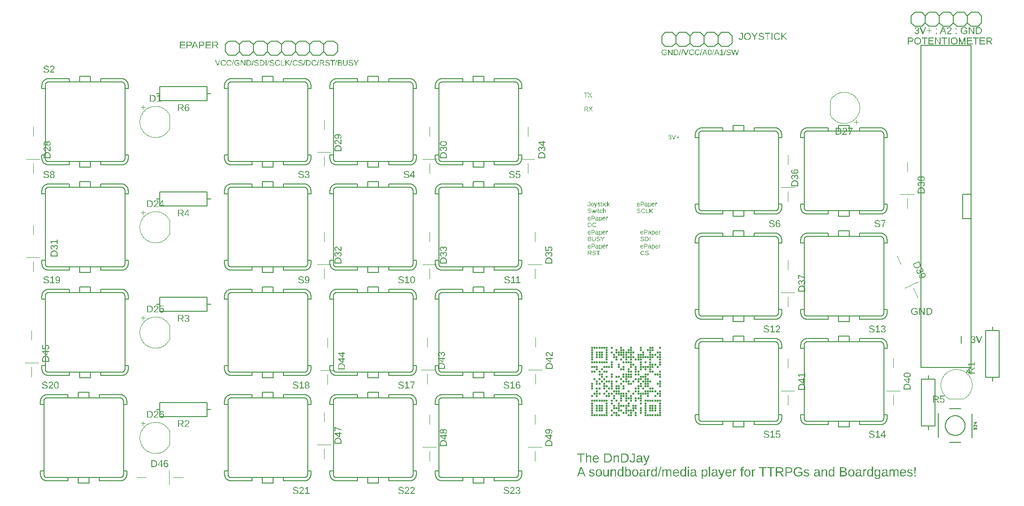
<source format=gbr>
G04 EAGLE Gerber RS-274X export*
G75*
%MOMM*%
%FSLAX34Y34*%
%LPD*%
%INSilkscreen Top*%
%IPPOS*%
%AMOC8*
5,1,8,0,0,1.08239X$1,22.5*%
G01*
G04 Define Apertures*
%ADD10R,0.431800X0.431800*%
%ADD11R,0.457200X0.431800*%
%ADD12R,0.431800X0.457200*%
%ADD13R,0.457200X0.457200*%
%ADD14C,0.120000*%
%ADD15C,0.152400*%
%ADD16C,0.203200*%
%ADD17C,0.127000*%
G36*
X1086313Y-244188D02*
X1085933Y-244173D01*
X1085619Y-244126D01*
X1085619Y-243370D01*
X1085843Y-243396D01*
X1086089Y-243404D01*
X1086318Y-243382D01*
X1086535Y-243318D01*
X1086740Y-243209D01*
X1086932Y-243058D01*
X1087112Y-242864D01*
X1087280Y-242626D01*
X1087436Y-242345D01*
X1087579Y-242021D01*
X1087674Y-241780D01*
X1085272Y-235749D01*
X1086347Y-235749D01*
X1087624Y-239098D01*
X1087691Y-239285D01*
X1087943Y-240016D01*
X1088173Y-240710D01*
X1088565Y-239607D01*
X1089892Y-235749D01*
X1090956Y-235749D01*
X1088626Y-241808D01*
X1088442Y-242261D01*
X1088264Y-242653D01*
X1088092Y-242982D01*
X1087926Y-243250D01*
X1087759Y-243472D01*
X1087584Y-243663D01*
X1087400Y-243824D01*
X1087207Y-243956D01*
X1087003Y-244057D01*
X1086786Y-244130D01*
X1086556Y-244173D01*
X1086313Y-244188D01*
G37*
G36*
X484605Y12700D02*
X480914Y12700D01*
X480914Y22568D01*
X484178Y22568D01*
X484787Y22549D01*
X485360Y22490D01*
X485897Y22392D01*
X486399Y22254D01*
X486865Y22077D01*
X487295Y21861D01*
X487689Y21606D01*
X488047Y21311D01*
X488367Y20980D01*
X488643Y20616D01*
X488878Y20219D01*
X489069Y19789D01*
X489218Y19325D01*
X489325Y18829D01*
X489388Y18299D01*
X489410Y17736D01*
X489400Y17360D01*
X489373Y16996D01*
X489326Y16644D01*
X489261Y16304D01*
X489177Y15976D01*
X489075Y15660D01*
X488954Y15356D01*
X488814Y15064D01*
X488658Y14786D01*
X488486Y14525D01*
X488298Y14280D01*
X488095Y14053D01*
X487876Y13842D01*
X487642Y13647D01*
X487392Y13470D01*
X487126Y13309D01*
X486848Y13167D01*
X486559Y13043D01*
X486260Y12938D01*
X485950Y12852D01*
X485629Y12786D01*
X485299Y12738D01*
X484957Y12710D01*
X484605Y12700D01*
G37*
%LPC*%
G36*
X484451Y13772D02*
X484718Y13779D01*
X484977Y13801D01*
X485228Y13839D01*
X485471Y13891D01*
X485705Y13958D01*
X485932Y14039D01*
X486150Y14136D01*
X486360Y14248D01*
X486559Y14373D01*
X486747Y14512D01*
X486923Y14664D01*
X487087Y14829D01*
X487239Y15007D01*
X487379Y15199D01*
X487507Y15403D01*
X487624Y15621D01*
X487727Y15850D01*
X487817Y16089D01*
X487893Y16338D01*
X487955Y16598D01*
X488003Y16867D01*
X488037Y17147D01*
X488058Y17436D01*
X488065Y17736D01*
X488049Y18181D01*
X488002Y18599D01*
X487924Y18989D01*
X487814Y19353D01*
X487672Y19689D01*
X487500Y19998D01*
X487296Y20279D01*
X487060Y20534D01*
X486795Y20759D01*
X486501Y20955D01*
X486180Y21121D01*
X485830Y21256D01*
X485452Y21361D01*
X485046Y21437D01*
X484612Y21482D01*
X484150Y21497D01*
X482252Y21497D01*
X482252Y13772D01*
X484451Y13772D01*
G37*
%LPD*%
G36*
X568293Y12700D02*
X564602Y12700D01*
X564602Y22568D01*
X567865Y22568D01*
X568474Y22549D01*
X569048Y22490D01*
X569585Y22392D01*
X570086Y22254D01*
X570552Y22077D01*
X570982Y21861D01*
X571377Y21606D01*
X571735Y21311D01*
X572054Y20980D01*
X572331Y20616D01*
X572565Y20219D01*
X572757Y19789D01*
X572906Y19325D01*
X573012Y18829D01*
X573076Y18299D01*
X573097Y17736D01*
X573088Y17360D01*
X573060Y16996D01*
X573014Y16644D01*
X572948Y16304D01*
X572865Y15976D01*
X572762Y15660D01*
X572641Y15356D01*
X572502Y15064D01*
X572345Y14786D01*
X572173Y14525D01*
X571985Y14280D01*
X571782Y14053D01*
X571564Y13842D01*
X571329Y13647D01*
X571079Y13470D01*
X570814Y13309D01*
X570536Y13167D01*
X570247Y13043D01*
X569947Y12938D01*
X569637Y12852D01*
X569317Y12786D01*
X568986Y12738D01*
X568645Y12710D01*
X568293Y12700D01*
G37*
%LPC*%
G36*
X568139Y13772D02*
X568406Y13779D01*
X568665Y13801D01*
X568916Y13839D01*
X569158Y13891D01*
X569393Y13958D01*
X569619Y14039D01*
X569837Y14136D01*
X570047Y14248D01*
X570247Y14373D01*
X570435Y14512D01*
X570611Y14664D01*
X570775Y14829D01*
X570927Y15007D01*
X571067Y15199D01*
X571195Y15403D01*
X571311Y15621D01*
X571415Y15850D01*
X571504Y16089D01*
X571580Y16338D01*
X571642Y16598D01*
X571690Y16867D01*
X571725Y17147D01*
X571746Y17436D01*
X571752Y17736D01*
X571737Y18181D01*
X571690Y18599D01*
X571611Y18989D01*
X571501Y19353D01*
X571360Y19689D01*
X571187Y19998D01*
X570983Y20279D01*
X570747Y20534D01*
X570482Y20759D01*
X570189Y20955D01*
X569867Y21121D01*
X569517Y21256D01*
X569140Y21361D01*
X568734Y21437D01*
X568300Y21482D01*
X567837Y21497D01*
X565939Y21497D01*
X565939Y13772D01*
X568139Y13772D01*
G37*
%LPD*%
G36*
X625983Y12700D02*
X621977Y12700D01*
X621977Y22568D01*
X625563Y22568D01*
X625983Y22559D01*
X626377Y22531D01*
X626743Y22484D01*
X627082Y22419D01*
X627395Y22334D01*
X627679Y22231D01*
X627937Y22110D01*
X628168Y21970D01*
X628372Y21810D01*
X628548Y21633D01*
X628697Y21436D01*
X628819Y21221D01*
X628914Y20987D01*
X628982Y20734D01*
X629023Y20463D01*
X629036Y20173D01*
X629029Y19959D01*
X629006Y19753D01*
X628968Y19556D01*
X628914Y19368D01*
X628845Y19188D01*
X628761Y19017D01*
X628661Y18855D01*
X628546Y18702D01*
X628417Y18560D01*
X628338Y18486D01*
X628276Y18429D01*
X628121Y18311D01*
X627954Y18205D01*
X627775Y18111D01*
X627582Y18030D01*
X627377Y17961D01*
X627159Y17904D01*
X627445Y17861D01*
X627714Y17802D01*
X627966Y17727D01*
X628201Y17637D01*
X628420Y17530D01*
X628621Y17408D01*
X628806Y17270D01*
X628883Y17199D01*
X628973Y17116D01*
X629123Y16949D01*
X629252Y16771D01*
X629362Y16582D01*
X629451Y16383D01*
X629521Y16173D01*
X629571Y15953D01*
X629601Y15722D01*
X629611Y15481D01*
X629596Y15160D01*
X629551Y14859D01*
X629476Y14575D01*
X629371Y14310D01*
X629236Y14063D01*
X629071Y13834D01*
X628876Y13624D01*
X628651Y13432D01*
X628400Y13260D01*
X628125Y13112D01*
X627826Y12986D01*
X627504Y12883D01*
X627159Y12803D01*
X626790Y12746D01*
X626398Y12711D01*
X625983Y12700D01*
G37*
%LPC*%
G36*
X625913Y13772D02*
X626209Y13779D01*
X626484Y13800D01*
X626738Y13836D01*
X626972Y13885D01*
X627185Y13949D01*
X627377Y14028D01*
X627548Y14120D01*
X627699Y14227D01*
X627830Y14348D01*
X627944Y14482D01*
X628040Y14631D01*
X628119Y14794D01*
X628180Y14971D01*
X628224Y15162D01*
X628250Y15367D01*
X628259Y15586D01*
X628249Y15797D01*
X628221Y15994D01*
X628173Y16178D01*
X628106Y16349D01*
X628020Y16505D01*
X627914Y16648D01*
X627790Y16778D01*
X627646Y16894D01*
X627483Y16996D01*
X627301Y17084D01*
X627100Y17159D01*
X626880Y17221D01*
X626641Y17268D01*
X626382Y17302D01*
X626105Y17323D01*
X625808Y17330D01*
X623314Y17330D01*
X623314Y13772D01*
X625913Y13772D01*
G37*
G36*
X625563Y18373D02*
X625822Y18379D01*
X626064Y18398D01*
X626290Y18430D01*
X626498Y18474D01*
X626690Y18530D01*
X626865Y18600D01*
X627022Y18681D01*
X627163Y18776D01*
X627287Y18883D01*
X627394Y19004D01*
X627485Y19138D01*
X627560Y19286D01*
X627617Y19447D01*
X627659Y19622D01*
X627683Y19810D01*
X627692Y20012D01*
X627683Y20204D01*
X627658Y20383D01*
X627615Y20547D01*
X627555Y20697D01*
X627478Y20832D01*
X627384Y20954D01*
X627273Y21061D01*
X627145Y21154D01*
X627001Y21234D01*
X626842Y21304D01*
X626667Y21363D01*
X626477Y21411D01*
X626050Y21475D01*
X625563Y21497D01*
X623314Y21497D01*
X623314Y18373D01*
X625563Y18373D01*
G37*
%LPD*%
G36*
X590627Y12700D02*
X589289Y12700D01*
X589289Y22568D01*
X593933Y22568D01*
X594337Y22557D01*
X594719Y22522D01*
X595076Y22463D01*
X595410Y22382D01*
X595719Y22277D01*
X596006Y22149D01*
X596268Y21997D01*
X596507Y21822D01*
X596719Y21627D01*
X596903Y21413D01*
X597059Y21181D01*
X597187Y20930D01*
X597286Y20662D01*
X597357Y20375D01*
X597399Y20069D01*
X597414Y19746D01*
X597404Y19476D01*
X597373Y19218D01*
X597323Y18970D01*
X597253Y18734D01*
X597163Y18508D01*
X597053Y18293D01*
X596923Y18090D01*
X596773Y17897D01*
X596605Y17718D01*
X596422Y17557D01*
X596224Y17413D01*
X596135Y17360D01*
X596010Y17286D01*
X595781Y17176D01*
X595538Y17084D01*
X595279Y17009D01*
X595004Y16951D01*
X596197Y15142D01*
X597806Y12700D01*
X596265Y12700D01*
X593702Y16797D01*
X590627Y16797D01*
X590627Y12700D01*
G37*
%LPC*%
G36*
X593856Y17855D02*
X594112Y17863D01*
X594354Y17886D01*
X594581Y17924D01*
X594793Y17978D01*
X594990Y18048D01*
X595172Y18133D01*
X595339Y18233D01*
X595491Y18349D01*
X595626Y18478D01*
X595744Y18620D01*
X595843Y18775D01*
X595924Y18941D01*
X595988Y19120D01*
X596033Y19312D01*
X596060Y19516D01*
X596069Y19732D01*
X596060Y19941D01*
X596032Y20137D01*
X595987Y20320D01*
X595923Y20491D01*
X595840Y20649D01*
X595740Y20794D01*
X595621Y20926D01*
X595484Y21045D01*
X595330Y21151D01*
X595159Y21243D01*
X594973Y21320D01*
X594770Y21384D01*
X594552Y21433D01*
X594317Y21469D01*
X594066Y21490D01*
X593800Y21497D01*
X590627Y21497D01*
X590627Y17855D01*
X593856Y17855D01*
G37*
%LPD*%
G36*
X447824Y12700D02*
X446633Y12700D01*
X446633Y22568D01*
X448188Y22568D01*
X453525Y14108D01*
X453462Y15291D01*
X453441Y16097D01*
X453441Y22568D01*
X454645Y22568D01*
X454645Y12700D01*
X453034Y12700D01*
X447753Y21105D01*
X447789Y20425D01*
X447824Y19256D01*
X447824Y12700D01*
G37*
G36*
X439994Y12560D02*
X439614Y12570D01*
X439247Y12598D01*
X438893Y12647D01*
X438553Y12714D01*
X438226Y12801D01*
X437913Y12907D01*
X437612Y13032D01*
X437326Y13176D01*
X437054Y13339D01*
X436798Y13518D01*
X436560Y13715D01*
X436337Y13928D01*
X436131Y14159D01*
X435942Y14406D01*
X435769Y14670D01*
X435613Y14952D01*
X435475Y15248D01*
X435354Y15557D01*
X435253Y15879D01*
X435169Y16213D01*
X435105Y16561D01*
X435058Y16921D01*
X435031Y17294D01*
X435021Y17680D01*
X435042Y18263D01*
X435102Y18813D01*
X435203Y19329D01*
X435344Y19811D01*
X435525Y20259D01*
X435746Y20672D01*
X436008Y21053D01*
X436310Y21399D01*
X436649Y21707D01*
X437020Y21975D01*
X437423Y22201D01*
X437860Y22386D01*
X438329Y22530D01*
X438830Y22633D01*
X439364Y22695D01*
X439931Y22715D01*
X440331Y22707D01*
X440712Y22681D01*
X441074Y22638D01*
X441416Y22577D01*
X441739Y22499D01*
X442043Y22404D01*
X442327Y22292D01*
X442592Y22162D01*
X442841Y22013D01*
X443074Y21844D01*
X443293Y21654D01*
X443498Y21442D01*
X443687Y21211D01*
X443862Y20958D01*
X444023Y20684D01*
X444168Y20390D01*
X442894Y20012D01*
X442664Y20404D01*
X442534Y20578D01*
X442394Y20739D01*
X442244Y20885D01*
X442084Y21017D01*
X441914Y21134D01*
X441735Y21238D01*
X441544Y21328D01*
X441343Y21406D01*
X441130Y21472D01*
X440905Y21527D01*
X440670Y21569D01*
X440423Y21599D01*
X440165Y21617D01*
X439896Y21623D01*
X439481Y21607D01*
X439092Y21558D01*
X438728Y21478D01*
X438388Y21365D01*
X438074Y21219D01*
X437786Y21042D01*
X437522Y20832D01*
X437284Y20590D01*
X437072Y20318D01*
X436888Y20020D01*
X436733Y19696D01*
X436606Y19346D01*
X436507Y18969D01*
X436437Y18565D01*
X436394Y18136D01*
X436380Y17680D01*
X436395Y17224D01*
X436440Y16794D01*
X436515Y16388D01*
X436620Y16007D01*
X436755Y15650D01*
X436920Y15318D01*
X437115Y15010D01*
X437340Y14728D01*
X437591Y14474D01*
X437865Y14254D01*
X438163Y14068D01*
X438483Y13916D01*
X438826Y13798D01*
X439193Y13713D01*
X439582Y13662D01*
X439994Y13646D01*
X440469Y13664D01*
X440928Y13719D01*
X441371Y13811D01*
X441798Y13940D01*
X442196Y14100D01*
X442555Y14286D01*
X442874Y14499D01*
X443153Y14738D01*
X443153Y16517D01*
X440204Y16517D01*
X440204Y17638D01*
X444385Y17638D01*
X444385Y14234D01*
X443971Y13857D01*
X443513Y13526D01*
X443010Y13239D01*
X442463Y12998D01*
X442175Y12895D01*
X441882Y12806D01*
X441582Y12731D01*
X441277Y12669D01*
X440965Y12622D01*
X440647Y12587D01*
X440324Y12567D01*
X439994Y12560D01*
G37*
G36*
X475008Y12560D02*
X474569Y12570D01*
X474153Y12599D01*
X473762Y12648D01*
X473394Y12717D01*
X473049Y12805D01*
X472729Y12913D01*
X472432Y13040D01*
X472159Y13187D01*
X471909Y13353D01*
X471684Y13539D01*
X471481Y13745D01*
X471303Y13970D01*
X471148Y14215D01*
X471017Y14480D01*
X470910Y14764D01*
X470826Y15067D01*
X472122Y15326D01*
X472186Y15111D01*
X472266Y14911D01*
X472361Y14726D01*
X472472Y14555D01*
X472599Y14399D01*
X472742Y14258D01*
X472900Y14132D01*
X473075Y14020D01*
X473265Y13923D01*
X473472Y13838D01*
X473695Y13766D01*
X473934Y13708D01*
X474190Y13662D01*
X474463Y13630D01*
X474751Y13610D01*
X475057Y13603D01*
X475371Y13610D01*
X475667Y13631D01*
X475945Y13666D01*
X476204Y13715D01*
X476445Y13777D01*
X476667Y13854D01*
X476871Y13944D01*
X477056Y14048D01*
X477221Y14166D01*
X477364Y14297D01*
X477485Y14440D01*
X477584Y14597D01*
X477661Y14767D01*
X477716Y14950D01*
X477749Y15146D01*
X477760Y15354D01*
X477746Y15585D01*
X477705Y15792D01*
X477636Y15977D01*
X477539Y16139D01*
X477418Y16283D01*
X477274Y16414D01*
X477108Y16532D01*
X476920Y16636D01*
X476482Y16816D01*
X475967Y16965D01*
X474741Y17252D01*
X474192Y17382D01*
X473713Y17512D01*
X473304Y17641D01*
X472966Y17771D01*
X472679Y17904D01*
X472424Y18045D01*
X472201Y18193D01*
X472010Y18349D01*
X471845Y18515D01*
X471701Y18694D01*
X471577Y18888D01*
X471474Y19094D01*
X471393Y19316D01*
X471335Y19553D01*
X471300Y19806D01*
X471289Y20075D01*
X471304Y20383D01*
X471349Y20672D01*
X471425Y20944D01*
X471531Y21197D01*
X471668Y21433D01*
X471834Y21650D01*
X472031Y21848D01*
X472259Y22029D01*
X472514Y22190D01*
X472796Y22329D01*
X473104Y22447D01*
X473438Y22544D01*
X473798Y22619D01*
X474184Y22673D01*
X474597Y22705D01*
X475036Y22715D01*
X475443Y22707D01*
X475827Y22683D01*
X476185Y22643D01*
X476519Y22587D01*
X476828Y22514D01*
X477112Y22426D01*
X477371Y22321D01*
X477606Y22201D01*
X477820Y22061D01*
X478017Y21898D01*
X478198Y21713D01*
X478362Y21505D01*
X478510Y21274D01*
X478641Y21021D01*
X478755Y20745D01*
X478853Y20446D01*
X477536Y20215D01*
X477476Y20404D01*
X477403Y20580D01*
X477318Y20743D01*
X477221Y20892D01*
X477111Y21027D01*
X476990Y21149D01*
X476856Y21258D01*
X476710Y21353D01*
X476550Y21436D01*
X476376Y21508D01*
X476187Y21569D01*
X475983Y21618D01*
X475532Y21685D01*
X475022Y21707D01*
X474734Y21701D01*
X474465Y21682D01*
X474213Y21652D01*
X473978Y21609D01*
X473761Y21554D01*
X473561Y21486D01*
X473379Y21407D01*
X473215Y21315D01*
X473069Y21211D01*
X472942Y21094D01*
X472835Y20966D01*
X472747Y20826D01*
X472679Y20674D01*
X472630Y20510D01*
X472601Y20333D01*
X472591Y20145D01*
X472606Y19927D01*
X472652Y19729D01*
X472727Y19551D01*
X472833Y19392D01*
X472967Y19249D01*
X473128Y19117D01*
X473316Y18997D01*
X473530Y18888D01*
X473814Y18779D01*
X474211Y18658D01*
X474721Y18525D01*
X475344Y18380D01*
X476251Y18166D01*
X476693Y18047D01*
X477116Y17907D01*
X477516Y17744D01*
X477890Y17554D01*
X478227Y17328D01*
X478517Y17056D01*
X478642Y16903D01*
X478754Y16736D01*
X478851Y16556D01*
X478933Y16363D01*
X478999Y16155D01*
X479046Y15929D01*
X479074Y15685D01*
X479084Y15424D01*
X479067Y15093D01*
X479017Y14780D01*
X478934Y14487D01*
X478817Y14213D01*
X478667Y13958D01*
X478483Y13723D01*
X478266Y13506D01*
X478016Y13309D01*
X477735Y13134D01*
X477427Y12981D01*
X477092Y12853D01*
X476730Y12747D01*
X476340Y12665D01*
X475923Y12607D01*
X475479Y12572D01*
X475008Y12560D01*
G37*
G36*
X502883Y12560D02*
X502444Y12570D01*
X502028Y12599D01*
X501637Y12648D01*
X501269Y12717D01*
X500924Y12805D01*
X500604Y12913D01*
X500307Y13040D01*
X500034Y13187D01*
X499784Y13353D01*
X499559Y13539D01*
X499356Y13745D01*
X499178Y13970D01*
X499023Y14215D01*
X498892Y14480D01*
X498785Y14764D01*
X498701Y15067D01*
X499997Y15326D01*
X500061Y15111D01*
X500141Y14911D01*
X500236Y14726D01*
X500347Y14555D01*
X500474Y14399D01*
X500617Y14258D01*
X500775Y14132D01*
X500950Y14020D01*
X501140Y13923D01*
X501347Y13838D01*
X501570Y13766D01*
X501809Y13708D01*
X502065Y13662D01*
X502338Y13630D01*
X502626Y13610D01*
X502932Y13603D01*
X503246Y13610D01*
X503542Y13631D01*
X503820Y13666D01*
X504079Y13715D01*
X504320Y13777D01*
X504542Y13854D01*
X504746Y13944D01*
X504931Y14048D01*
X505096Y14166D01*
X505239Y14297D01*
X505360Y14440D01*
X505459Y14597D01*
X505536Y14767D01*
X505591Y14950D01*
X505624Y15146D01*
X505635Y15354D01*
X505621Y15585D01*
X505580Y15792D01*
X505511Y15977D01*
X505414Y16139D01*
X505293Y16283D01*
X505149Y16414D01*
X504983Y16532D01*
X504795Y16636D01*
X504357Y16816D01*
X503842Y16965D01*
X502616Y17252D01*
X502067Y17382D01*
X501588Y17512D01*
X501179Y17641D01*
X500841Y17771D01*
X500554Y17904D01*
X500299Y18045D01*
X500076Y18193D01*
X499885Y18349D01*
X499720Y18515D01*
X499576Y18694D01*
X499452Y18888D01*
X499349Y19094D01*
X499268Y19316D01*
X499210Y19553D01*
X499175Y19806D01*
X499164Y20075D01*
X499179Y20383D01*
X499224Y20672D01*
X499300Y20944D01*
X499406Y21197D01*
X499543Y21433D01*
X499709Y21650D01*
X499906Y21848D01*
X500134Y22029D01*
X500389Y22190D01*
X500671Y22329D01*
X500979Y22447D01*
X501313Y22544D01*
X501673Y22619D01*
X502059Y22673D01*
X502472Y22705D01*
X502911Y22715D01*
X503318Y22707D01*
X503702Y22683D01*
X504060Y22643D01*
X504394Y22587D01*
X504703Y22514D01*
X504987Y22426D01*
X505246Y22321D01*
X505481Y22201D01*
X505695Y22061D01*
X505892Y21898D01*
X506073Y21713D01*
X506237Y21505D01*
X506385Y21274D01*
X506516Y21021D01*
X506630Y20745D01*
X506728Y20446D01*
X505411Y20215D01*
X505351Y20404D01*
X505278Y20580D01*
X505193Y20743D01*
X505096Y20892D01*
X504986Y21027D01*
X504865Y21149D01*
X504731Y21258D01*
X504585Y21353D01*
X504425Y21436D01*
X504251Y21508D01*
X504062Y21569D01*
X503858Y21618D01*
X503407Y21685D01*
X502897Y21707D01*
X502609Y21701D01*
X502340Y21682D01*
X502088Y21652D01*
X501853Y21609D01*
X501636Y21554D01*
X501436Y21486D01*
X501254Y21407D01*
X501090Y21315D01*
X500944Y21211D01*
X500817Y21094D01*
X500710Y20966D01*
X500622Y20826D01*
X500554Y20674D01*
X500505Y20510D01*
X500476Y20333D01*
X500466Y20145D01*
X500481Y19927D01*
X500527Y19729D01*
X500602Y19551D01*
X500708Y19392D01*
X500842Y19249D01*
X501003Y19117D01*
X501191Y18997D01*
X501405Y18888D01*
X501689Y18779D01*
X502086Y18658D01*
X502596Y18525D01*
X503219Y18380D01*
X504126Y18166D01*
X504568Y18047D01*
X504991Y17907D01*
X505391Y17744D01*
X505765Y17554D01*
X506102Y17328D01*
X506392Y17056D01*
X506517Y16903D01*
X506629Y16736D01*
X506726Y16556D01*
X506808Y16363D01*
X506874Y16155D01*
X506921Y15929D01*
X506949Y15685D01*
X506959Y15424D01*
X506942Y15093D01*
X506892Y14780D01*
X506809Y14487D01*
X506692Y14213D01*
X506542Y13958D01*
X506358Y13723D01*
X506141Y13506D01*
X505891Y13309D01*
X505610Y13134D01*
X505302Y12981D01*
X504967Y12853D01*
X504605Y12747D01*
X504215Y12665D01*
X503798Y12607D01*
X503354Y12572D01*
X502883Y12560D01*
G37*
G36*
X554695Y12560D02*
X554256Y12570D01*
X553841Y12599D01*
X553449Y12648D01*
X553081Y12717D01*
X552737Y12805D01*
X552416Y12913D01*
X552119Y13040D01*
X551846Y13187D01*
X551597Y13353D01*
X551371Y13539D01*
X551169Y13745D01*
X550991Y13970D01*
X550836Y14215D01*
X550705Y14480D01*
X550597Y14764D01*
X550514Y15067D01*
X551810Y15326D01*
X551873Y15111D01*
X551953Y14911D01*
X552049Y14726D01*
X552160Y14555D01*
X552287Y14399D01*
X552429Y14258D01*
X552588Y14132D01*
X552762Y14020D01*
X552952Y13923D01*
X553159Y13838D01*
X553382Y13766D01*
X553622Y13708D01*
X553878Y13662D01*
X554150Y13630D01*
X554439Y13610D01*
X554744Y13603D01*
X555059Y13610D01*
X555355Y13631D01*
X555633Y13666D01*
X555892Y13715D01*
X556133Y13777D01*
X556355Y13854D01*
X556559Y13944D01*
X556744Y14048D01*
X556909Y14166D01*
X557052Y14297D01*
X557173Y14440D01*
X557272Y14597D01*
X557349Y14767D01*
X557404Y14950D01*
X557437Y15146D01*
X557448Y15354D01*
X557434Y15585D01*
X557392Y15792D01*
X557323Y15977D01*
X557227Y16139D01*
X557106Y16283D01*
X556962Y16414D01*
X556796Y16532D01*
X556607Y16636D01*
X556169Y16816D01*
X555655Y16965D01*
X554429Y17252D01*
X553879Y17382D01*
X553400Y17512D01*
X552992Y17641D01*
X552654Y17771D01*
X552367Y17904D01*
X552112Y18045D01*
X551889Y18193D01*
X551697Y18349D01*
X551533Y18515D01*
X551388Y18694D01*
X551265Y18888D01*
X551162Y19094D01*
X551081Y19316D01*
X551023Y19553D01*
X550988Y19806D01*
X550976Y20075D01*
X550991Y20383D01*
X551037Y20672D01*
X551113Y20944D01*
X551219Y21197D01*
X551355Y21433D01*
X551522Y21650D01*
X551719Y21848D01*
X551946Y22029D01*
X552202Y22190D01*
X552483Y22329D01*
X552791Y22447D01*
X553125Y22544D01*
X553486Y22619D01*
X553872Y22673D01*
X554284Y22705D01*
X554723Y22715D01*
X555131Y22707D01*
X555514Y22683D01*
X555873Y22643D01*
X556206Y22587D01*
X556515Y22514D01*
X556799Y22426D01*
X557059Y22321D01*
X557294Y22201D01*
X557508Y22061D01*
X557705Y21898D01*
X557886Y21713D01*
X558050Y21505D01*
X558197Y21274D01*
X558328Y21021D01*
X558443Y20745D01*
X558540Y20446D01*
X557223Y20215D01*
X557163Y20404D01*
X557090Y20580D01*
X557005Y20743D01*
X556908Y20892D01*
X556799Y21027D01*
X556677Y21149D01*
X556543Y21258D01*
X556397Y21353D01*
X556237Y21436D01*
X556063Y21508D01*
X555874Y21569D01*
X555670Y21618D01*
X555219Y21685D01*
X554709Y21707D01*
X554422Y21701D01*
X554152Y21682D01*
X553900Y21652D01*
X553666Y21609D01*
X553448Y21554D01*
X553249Y21486D01*
X553067Y21407D01*
X552902Y21315D01*
X552756Y21211D01*
X552629Y21094D01*
X552522Y20966D01*
X552435Y20826D01*
X552366Y20674D01*
X552318Y20510D01*
X552289Y20333D01*
X552279Y20145D01*
X552294Y19927D01*
X552339Y19729D01*
X552415Y19551D01*
X552520Y19392D01*
X552655Y19249D01*
X552815Y19117D01*
X553003Y18997D01*
X553217Y18888D01*
X553501Y18779D01*
X553898Y18658D01*
X554408Y18525D01*
X555031Y18380D01*
X555938Y18166D01*
X556380Y18047D01*
X556803Y17907D01*
X557203Y17744D01*
X557577Y17554D01*
X557914Y17328D01*
X558204Y17056D01*
X558330Y16903D01*
X558441Y16736D01*
X558538Y16556D01*
X558621Y16363D01*
X558687Y16155D01*
X558734Y15929D01*
X558762Y15685D01*
X558771Y15424D01*
X558755Y15093D01*
X558705Y14780D01*
X558621Y14487D01*
X558504Y14213D01*
X558354Y13958D01*
X558171Y13723D01*
X557954Y13506D01*
X557703Y13309D01*
X557423Y13134D01*
X557115Y12981D01*
X556780Y12853D01*
X556417Y12747D01*
X556028Y12665D01*
X555611Y12607D01*
X555166Y12572D01*
X554695Y12560D01*
G37*
G36*
X603320Y12560D02*
X602881Y12570D01*
X602466Y12599D01*
X602074Y12648D01*
X601706Y12717D01*
X601362Y12805D01*
X601041Y12913D01*
X600744Y13040D01*
X600471Y13187D01*
X600222Y13353D01*
X599996Y13539D01*
X599794Y13745D01*
X599616Y13970D01*
X599461Y14215D01*
X599330Y14480D01*
X599222Y14764D01*
X599139Y15067D01*
X600435Y15326D01*
X600498Y15111D01*
X600578Y14911D01*
X600674Y14726D01*
X600785Y14555D01*
X600912Y14399D01*
X601054Y14258D01*
X601213Y14132D01*
X601387Y14020D01*
X601577Y13923D01*
X601784Y13838D01*
X602007Y13766D01*
X602247Y13708D01*
X602503Y13662D01*
X602775Y13630D01*
X603064Y13610D01*
X603369Y13603D01*
X603684Y13610D01*
X603980Y13631D01*
X604258Y13666D01*
X604517Y13715D01*
X604758Y13777D01*
X604980Y13854D01*
X605184Y13944D01*
X605369Y14048D01*
X605534Y14166D01*
X605677Y14297D01*
X605798Y14440D01*
X605897Y14597D01*
X605974Y14767D01*
X606029Y14950D01*
X606062Y15146D01*
X606073Y15354D01*
X606059Y15585D01*
X606017Y15792D01*
X605948Y15977D01*
X605852Y16139D01*
X605731Y16283D01*
X605587Y16414D01*
X605421Y16532D01*
X605232Y16636D01*
X604794Y16816D01*
X604280Y16965D01*
X603054Y17252D01*
X602504Y17382D01*
X602025Y17512D01*
X601617Y17641D01*
X601279Y17771D01*
X600992Y17904D01*
X600737Y18045D01*
X600514Y18193D01*
X600322Y18349D01*
X600158Y18515D01*
X600013Y18694D01*
X599890Y18888D01*
X599787Y19094D01*
X599706Y19316D01*
X599648Y19553D01*
X599613Y19806D01*
X599601Y20075D01*
X599616Y20383D01*
X599662Y20672D01*
X599738Y20944D01*
X599844Y21197D01*
X599980Y21433D01*
X600147Y21650D01*
X600344Y21848D01*
X600571Y22029D01*
X600827Y22190D01*
X601108Y22329D01*
X601416Y22447D01*
X601750Y22544D01*
X602111Y22619D01*
X602497Y22673D01*
X602909Y22705D01*
X603348Y22715D01*
X603756Y22707D01*
X604139Y22683D01*
X604498Y22643D01*
X604831Y22587D01*
X605140Y22514D01*
X605424Y22426D01*
X605684Y22321D01*
X605919Y22201D01*
X606133Y22061D01*
X606330Y21898D01*
X606511Y21713D01*
X606675Y21505D01*
X606822Y21274D01*
X606953Y21021D01*
X607068Y20745D01*
X607165Y20446D01*
X605848Y20215D01*
X605788Y20404D01*
X605715Y20580D01*
X605630Y20743D01*
X605533Y20892D01*
X605424Y21027D01*
X605302Y21149D01*
X605168Y21258D01*
X605022Y21353D01*
X604862Y21436D01*
X604688Y21508D01*
X604499Y21569D01*
X604295Y21618D01*
X603844Y21685D01*
X603334Y21707D01*
X603047Y21701D01*
X602777Y21682D01*
X602525Y21652D01*
X602291Y21609D01*
X602073Y21554D01*
X601874Y21486D01*
X601692Y21407D01*
X601527Y21315D01*
X601381Y21211D01*
X601254Y21094D01*
X601147Y20966D01*
X601060Y20826D01*
X600991Y20674D01*
X600943Y20510D01*
X600914Y20333D01*
X600904Y20145D01*
X600919Y19927D01*
X600964Y19729D01*
X601040Y19551D01*
X601145Y19392D01*
X601280Y19249D01*
X601440Y19117D01*
X601628Y18997D01*
X601842Y18888D01*
X602126Y18779D01*
X602523Y18658D01*
X603033Y18525D01*
X603656Y18380D01*
X604563Y18166D01*
X605005Y18047D01*
X605428Y17907D01*
X605828Y17744D01*
X606202Y17554D01*
X606539Y17328D01*
X606829Y17056D01*
X606955Y16903D01*
X607066Y16736D01*
X607163Y16556D01*
X607246Y16363D01*
X607312Y16155D01*
X607359Y15929D01*
X607387Y15685D01*
X607396Y15424D01*
X607380Y15093D01*
X607330Y14780D01*
X607246Y14487D01*
X607129Y14213D01*
X606979Y13958D01*
X606796Y13723D01*
X606579Y13506D01*
X606328Y13309D01*
X606048Y13134D01*
X605740Y12981D01*
X605405Y12853D01*
X605042Y12747D01*
X604653Y12665D01*
X604236Y12607D01*
X603791Y12572D01*
X603320Y12560D01*
G37*
G36*
X645539Y12560D02*
X645100Y12570D01*
X644685Y12599D01*
X644293Y12648D01*
X643925Y12717D01*
X643581Y12805D01*
X643260Y12913D01*
X642963Y13040D01*
X642690Y13187D01*
X642441Y13353D01*
X642215Y13539D01*
X642013Y13745D01*
X641834Y13970D01*
X641680Y14215D01*
X641549Y14480D01*
X641441Y14764D01*
X641358Y15067D01*
X642653Y15326D01*
X642717Y15111D01*
X642797Y14911D01*
X642892Y14726D01*
X643003Y14555D01*
X643130Y14399D01*
X643273Y14258D01*
X643432Y14132D01*
X643606Y14020D01*
X643796Y13923D01*
X644003Y13838D01*
X644226Y13766D01*
X644466Y13708D01*
X644721Y13662D01*
X644994Y13630D01*
X645283Y13610D01*
X645588Y13603D01*
X645903Y13610D01*
X646199Y13631D01*
X646476Y13666D01*
X646736Y13715D01*
X646976Y13777D01*
X647199Y13854D01*
X647402Y13944D01*
X647587Y14048D01*
X647752Y14166D01*
X647895Y14297D01*
X648016Y14440D01*
X648115Y14597D01*
X648192Y14767D01*
X648247Y14950D01*
X648280Y15146D01*
X648291Y15354D01*
X648278Y15585D01*
X648236Y15792D01*
X648167Y15977D01*
X648071Y16139D01*
X647949Y16283D01*
X647805Y16414D01*
X647639Y16532D01*
X647451Y16636D01*
X647013Y16816D01*
X646498Y16965D01*
X645273Y17252D01*
X644723Y17382D01*
X644244Y17512D01*
X643835Y17641D01*
X643497Y17771D01*
X643210Y17904D01*
X642955Y18045D01*
X642732Y18193D01*
X642541Y18349D01*
X642376Y18515D01*
X642232Y18694D01*
X642109Y18888D01*
X642005Y19094D01*
X641924Y19316D01*
X641866Y19553D01*
X641831Y19806D01*
X641820Y20075D01*
X641835Y20383D01*
X641880Y20672D01*
X641956Y20944D01*
X642062Y21197D01*
X642199Y21433D01*
X642365Y21650D01*
X642563Y21848D01*
X642790Y22029D01*
X643045Y22190D01*
X643327Y22329D01*
X643635Y22447D01*
X643969Y22544D01*
X644329Y22619D01*
X644716Y22673D01*
X645128Y22705D01*
X645567Y22715D01*
X645975Y22707D01*
X646358Y22683D01*
X646716Y22643D01*
X647050Y22587D01*
X647359Y22514D01*
X647643Y22426D01*
X647903Y22321D01*
X648137Y22201D01*
X648351Y22061D01*
X648549Y21898D01*
X648730Y21713D01*
X648894Y21505D01*
X649041Y21274D01*
X649172Y21021D01*
X649286Y20745D01*
X649384Y20446D01*
X648067Y20215D01*
X648007Y20404D01*
X647934Y20580D01*
X647849Y20743D01*
X647752Y20892D01*
X647643Y21027D01*
X647521Y21149D01*
X647387Y21258D01*
X647241Y21353D01*
X647081Y21436D01*
X646907Y21508D01*
X646718Y21569D01*
X646514Y21618D01*
X646063Y21685D01*
X645553Y21707D01*
X645266Y21701D01*
X644996Y21682D01*
X644744Y21652D01*
X644509Y21609D01*
X644292Y21554D01*
X644093Y21486D01*
X643910Y21407D01*
X643746Y21315D01*
X643600Y21211D01*
X643473Y21094D01*
X643366Y20966D01*
X643278Y20826D01*
X643210Y20674D01*
X643162Y20510D01*
X643132Y20333D01*
X643123Y20145D01*
X643138Y19927D01*
X643183Y19729D01*
X643258Y19551D01*
X643364Y19392D01*
X643498Y19249D01*
X643659Y19117D01*
X643847Y18997D01*
X644061Y18888D01*
X644345Y18779D01*
X644742Y18658D01*
X645252Y18525D01*
X645875Y18380D01*
X646782Y18166D01*
X647224Y18047D01*
X647647Y17907D01*
X648047Y17744D01*
X648421Y17554D01*
X648758Y17328D01*
X649048Y17056D01*
X649174Y16903D01*
X649285Y16736D01*
X649382Y16556D01*
X649464Y16363D01*
X649530Y16155D01*
X649577Y15929D01*
X649606Y15685D01*
X649615Y15424D01*
X649598Y15093D01*
X649548Y14780D01*
X649465Y14487D01*
X649348Y14213D01*
X649198Y13958D01*
X649014Y13723D01*
X648797Y13506D01*
X648547Y13309D01*
X648266Y13134D01*
X647958Y12981D01*
X647623Y12853D01*
X647261Y12747D01*
X646871Y12665D01*
X646454Y12607D01*
X646010Y12572D01*
X645539Y12560D01*
G37*
G36*
X528471Y12700D02*
X527133Y12700D01*
X527133Y22568D01*
X528471Y22568D01*
X528471Y17624D01*
X533226Y22568D01*
X534802Y22568D01*
X530600Y18282D01*
X535362Y12700D01*
X533702Y12700D01*
X529759Y17463D01*
X528471Y16482D01*
X528471Y12700D01*
G37*
G36*
X635482Y12560D02*
X635184Y12567D01*
X634896Y12588D01*
X634617Y12622D01*
X634348Y12670D01*
X634088Y12732D01*
X633838Y12808D01*
X633598Y12898D01*
X633367Y13001D01*
X633148Y13118D01*
X632941Y13247D01*
X632747Y13388D01*
X632565Y13542D01*
X632396Y13709D01*
X632240Y13888D01*
X632097Y14079D01*
X631966Y14283D01*
X631850Y14498D01*
X631749Y14723D01*
X631663Y14959D01*
X631593Y15204D01*
X631539Y15459D01*
X631500Y15725D01*
X631477Y16000D01*
X631469Y16286D01*
X631469Y22568D01*
X632807Y22568D01*
X632807Y16398D01*
X632818Y16070D01*
X632850Y15763D01*
X632903Y15476D01*
X632978Y15209D01*
X633075Y14963D01*
X633193Y14737D01*
X633332Y14531D01*
X633493Y14346D01*
X633674Y14182D01*
X633874Y14039D01*
X634094Y13919D01*
X634332Y13821D01*
X634589Y13744D01*
X634865Y13689D01*
X635161Y13656D01*
X635475Y13646D01*
X635799Y13657D01*
X636104Y13691D01*
X636390Y13747D01*
X636658Y13827D01*
X636907Y13929D01*
X637138Y14053D01*
X637351Y14201D01*
X637545Y14370D01*
X637718Y14562D01*
X637868Y14775D01*
X637995Y15008D01*
X638099Y15263D01*
X638180Y15538D01*
X638238Y15834D01*
X638272Y16151D01*
X638284Y16489D01*
X638284Y22568D01*
X639614Y22568D01*
X639614Y16412D01*
X639607Y16118D01*
X639583Y15834D01*
X639543Y15560D01*
X639488Y15297D01*
X639416Y15044D01*
X639329Y14801D01*
X639226Y14568D01*
X639107Y14346D01*
X638973Y14135D01*
X638827Y13937D01*
X638667Y13752D01*
X638494Y13580D01*
X638308Y13420D01*
X638109Y13274D01*
X637896Y13140D01*
X637671Y13019D01*
X637434Y12911D01*
X637186Y12818D01*
X636928Y12739D01*
X636660Y12675D01*
X636381Y12624D01*
X636092Y12589D01*
X635792Y12567D01*
X635482Y12560D01*
G37*
G36*
X415152Y12560D02*
X414786Y12570D01*
X414432Y12599D01*
X414090Y12647D01*
X413761Y12715D01*
X413445Y12802D01*
X413141Y12909D01*
X412850Y13034D01*
X412572Y13180D01*
X412307Y13343D01*
X412059Y13523D01*
X411828Y13719D01*
X411612Y13933D01*
X411413Y14162D01*
X411229Y14409D01*
X411063Y14672D01*
X410912Y14952D01*
X410778Y15246D01*
X410662Y15554D01*
X410564Y15875D01*
X410484Y16210D01*
X410421Y16557D01*
X410377Y16918D01*
X410350Y17292D01*
X410341Y17680D01*
X410361Y18254D01*
X410421Y18796D01*
X410520Y19306D01*
X410660Y19784D01*
X410839Y20231D01*
X411058Y20645D01*
X411317Y21027D01*
X411616Y21378D01*
X411950Y21691D01*
X412314Y21963D01*
X412709Y22193D01*
X413135Y22381D01*
X413592Y22527D01*
X414079Y22632D01*
X414597Y22695D01*
X415145Y22715D01*
X415531Y22706D01*
X415901Y22677D01*
X416254Y22629D01*
X416592Y22561D01*
X416913Y22475D01*
X417218Y22369D01*
X417506Y22244D01*
X417779Y22099D01*
X418035Y21936D01*
X418273Y21754D01*
X418493Y21553D01*
X418696Y21334D01*
X418882Y21096D01*
X419050Y20840D01*
X419201Y20565D01*
X419334Y20271D01*
X418066Y19851D01*
X417974Y20060D01*
X417868Y20256D01*
X417750Y20440D01*
X417619Y20611D01*
X417474Y20769D01*
X417317Y20915D01*
X417146Y21047D01*
X416963Y21168D01*
X416769Y21274D01*
X416565Y21367D01*
X416353Y21445D01*
X416132Y21509D01*
X415902Y21559D01*
X415664Y21594D01*
X415416Y21616D01*
X415159Y21623D01*
X414761Y21606D01*
X414386Y21557D01*
X414033Y21475D01*
X413703Y21359D01*
X413395Y21211D01*
X413111Y21030D01*
X412849Y20816D01*
X412610Y20569D01*
X412397Y20293D01*
X412212Y19993D01*
X412055Y19668D01*
X411927Y19319D01*
X411828Y18946D01*
X411757Y18548D01*
X411714Y18126D01*
X411700Y17680D01*
X411714Y17237D01*
X411759Y16817D01*
X411833Y16419D01*
X411937Y16043D01*
X412070Y15690D01*
X412233Y15359D01*
X412426Y15049D01*
X412649Y14763D01*
X412896Y14504D01*
X413165Y14280D01*
X413454Y14090D01*
X413765Y13935D01*
X414096Y13815D01*
X414448Y13728D01*
X414822Y13677D01*
X415216Y13660D01*
X415471Y13668D01*
X415718Y13692D01*
X415957Y13732D01*
X416188Y13788D01*
X416411Y13860D01*
X416626Y13948D01*
X416832Y14052D01*
X417031Y14173D01*
X417222Y14309D01*
X417405Y14461D01*
X417579Y14629D01*
X417746Y14814D01*
X418055Y15231D01*
X418332Y15712D01*
X419425Y15165D01*
X419265Y14856D01*
X419089Y14566D01*
X418898Y14295D01*
X418692Y14043D01*
X418470Y13810D01*
X418233Y13596D01*
X417980Y13401D01*
X417712Y13225D01*
X417431Y13069D01*
X417139Y12934D01*
X416835Y12820D01*
X416521Y12726D01*
X416195Y12654D01*
X415859Y12602D01*
X415511Y12570D01*
X415152Y12560D01*
G37*
G36*
X425496Y12560D02*
X425130Y12570D01*
X424776Y12599D01*
X424434Y12647D01*
X424105Y12715D01*
X423789Y12802D01*
X423485Y12909D01*
X423194Y13034D01*
X422915Y13180D01*
X422651Y13343D01*
X422403Y13523D01*
X422171Y13719D01*
X421956Y13933D01*
X421756Y14162D01*
X421573Y14409D01*
X421406Y14672D01*
X421255Y14952D01*
X421122Y15246D01*
X421006Y15554D01*
X420908Y15875D01*
X420827Y16210D01*
X420765Y16557D01*
X420720Y16918D01*
X420694Y17292D01*
X420685Y17680D01*
X420705Y18254D01*
X420764Y18796D01*
X420864Y19306D01*
X421003Y19784D01*
X421183Y20231D01*
X421402Y20645D01*
X421661Y21027D01*
X421959Y21378D01*
X422293Y21691D01*
X422658Y21963D01*
X423053Y22193D01*
X423479Y22381D01*
X423936Y22527D01*
X424423Y22632D01*
X424941Y22695D01*
X425489Y22715D01*
X425875Y22706D01*
X426245Y22677D01*
X426598Y22629D01*
X426936Y22561D01*
X427257Y22475D01*
X427561Y22369D01*
X427850Y22244D01*
X428123Y22099D01*
X428378Y21936D01*
X428616Y21754D01*
X428837Y21553D01*
X429040Y21334D01*
X429226Y21096D01*
X429394Y20840D01*
X429544Y20565D01*
X429678Y20271D01*
X428410Y19851D01*
X428318Y20060D01*
X428212Y20256D01*
X428094Y20440D01*
X427962Y20611D01*
X427818Y20769D01*
X427661Y20915D01*
X427490Y21047D01*
X427307Y21168D01*
X427112Y21274D01*
X426909Y21367D01*
X426697Y21445D01*
X426476Y21509D01*
X426246Y21559D01*
X426007Y21594D01*
X425760Y21616D01*
X425503Y21623D01*
X425105Y21606D01*
X424729Y21557D01*
X424377Y21475D01*
X424046Y21359D01*
X423739Y21211D01*
X423455Y21030D01*
X423193Y20816D01*
X422954Y20569D01*
X422740Y20293D01*
X422556Y19993D01*
X422399Y19668D01*
X422271Y19319D01*
X422171Y18946D01*
X422100Y18548D01*
X422058Y18126D01*
X422043Y17680D01*
X422058Y17237D01*
X422103Y16817D01*
X422177Y16419D01*
X422281Y16043D01*
X422414Y15690D01*
X422577Y15359D01*
X422770Y15049D01*
X422992Y14763D01*
X423240Y14504D01*
X423509Y14280D01*
X423798Y14090D01*
X424109Y13935D01*
X424440Y13815D01*
X424792Y13728D01*
X425165Y13677D01*
X425559Y13660D01*
X425814Y13668D01*
X426061Y13692D01*
X426301Y13732D01*
X426531Y13788D01*
X426754Y13860D01*
X426969Y13948D01*
X427176Y14052D01*
X427375Y14173D01*
X427566Y14309D01*
X427749Y14461D01*
X427923Y14629D01*
X428090Y14814D01*
X428399Y15231D01*
X428676Y15712D01*
X429769Y15165D01*
X429609Y14856D01*
X429433Y14566D01*
X429242Y14295D01*
X429036Y14043D01*
X428814Y13810D01*
X428577Y13596D01*
X428324Y13401D01*
X428056Y13225D01*
X427775Y13069D01*
X427482Y12934D01*
X427179Y12820D01*
X426865Y12726D01*
X426539Y12654D01*
X426203Y12602D01*
X425855Y12570D01*
X425496Y12560D01*
G37*
G36*
X513152Y12560D02*
X512786Y12570D01*
X512432Y12599D01*
X512090Y12647D01*
X511761Y12715D01*
X511445Y12802D01*
X511141Y12909D01*
X510850Y13034D01*
X510572Y13180D01*
X510307Y13343D01*
X510059Y13523D01*
X509828Y13719D01*
X509612Y13933D01*
X509413Y14162D01*
X509229Y14409D01*
X509063Y14672D01*
X508912Y14952D01*
X508778Y15246D01*
X508662Y15554D01*
X508564Y15875D01*
X508484Y16210D01*
X508421Y16557D01*
X508377Y16918D01*
X508350Y17292D01*
X508341Y17680D01*
X508361Y18254D01*
X508421Y18796D01*
X508520Y19306D01*
X508660Y19784D01*
X508839Y20231D01*
X509058Y20645D01*
X509317Y21027D01*
X509616Y21378D01*
X509950Y21691D01*
X510314Y21963D01*
X510709Y22193D01*
X511135Y22381D01*
X511592Y22527D01*
X512079Y22632D01*
X512597Y22695D01*
X513145Y22715D01*
X513531Y22706D01*
X513901Y22677D01*
X514254Y22629D01*
X514592Y22561D01*
X514913Y22475D01*
X515218Y22369D01*
X515506Y22244D01*
X515779Y22099D01*
X516035Y21936D01*
X516273Y21754D01*
X516493Y21553D01*
X516696Y21334D01*
X516882Y21096D01*
X517050Y20840D01*
X517201Y20565D01*
X517334Y20271D01*
X516066Y19851D01*
X515974Y20060D01*
X515868Y20256D01*
X515750Y20440D01*
X515619Y20611D01*
X515474Y20769D01*
X515317Y20915D01*
X515146Y21047D01*
X514963Y21168D01*
X514769Y21274D01*
X514565Y21367D01*
X514353Y21445D01*
X514132Y21509D01*
X513902Y21559D01*
X513664Y21594D01*
X513416Y21616D01*
X513159Y21623D01*
X512761Y21606D01*
X512386Y21557D01*
X512033Y21475D01*
X511703Y21359D01*
X511395Y21211D01*
X511111Y21030D01*
X510849Y20816D01*
X510610Y20569D01*
X510397Y20293D01*
X510212Y19993D01*
X510055Y19668D01*
X509927Y19319D01*
X509828Y18946D01*
X509757Y18548D01*
X509714Y18126D01*
X509700Y17680D01*
X509714Y17237D01*
X509759Y16817D01*
X509833Y16419D01*
X509937Y16043D01*
X510070Y15690D01*
X510233Y15359D01*
X510426Y15049D01*
X510649Y14763D01*
X510896Y14504D01*
X511165Y14280D01*
X511454Y14090D01*
X511765Y13935D01*
X512096Y13815D01*
X512448Y13728D01*
X512822Y13677D01*
X513216Y13660D01*
X513471Y13668D01*
X513718Y13692D01*
X513957Y13732D01*
X514188Y13788D01*
X514411Y13860D01*
X514626Y13948D01*
X514832Y14052D01*
X515031Y14173D01*
X515222Y14309D01*
X515405Y14461D01*
X515579Y14629D01*
X515746Y14814D01*
X516055Y15231D01*
X516332Y15712D01*
X517425Y15165D01*
X517265Y14856D01*
X517089Y14566D01*
X516898Y14295D01*
X516692Y14043D01*
X516470Y13810D01*
X516233Y13596D01*
X515980Y13401D01*
X515712Y13225D01*
X515431Y13069D01*
X515139Y12934D01*
X514835Y12820D01*
X514521Y12726D01*
X514195Y12654D01*
X513859Y12602D01*
X513511Y12570D01*
X513152Y12560D01*
G37*
G36*
X545059Y12560D02*
X544692Y12570D01*
X544338Y12599D01*
X543997Y12647D01*
X543668Y12715D01*
X543351Y12802D01*
X543048Y12909D01*
X542756Y13034D01*
X542478Y13180D01*
X542214Y13343D01*
X541966Y13523D01*
X541734Y13719D01*
X541518Y13933D01*
X541319Y14162D01*
X541136Y14409D01*
X540969Y14672D01*
X540818Y14952D01*
X540684Y15246D01*
X540568Y15554D01*
X540470Y15875D01*
X540390Y16210D01*
X540327Y16557D01*
X540283Y16918D01*
X540256Y17292D01*
X540247Y17680D01*
X540267Y18254D01*
X540327Y18796D01*
X540426Y19306D01*
X540566Y19784D01*
X540745Y20231D01*
X540964Y20645D01*
X541223Y21027D01*
X541522Y21378D01*
X541856Y21691D01*
X542220Y21963D01*
X542616Y22193D01*
X543042Y22381D01*
X543498Y22527D01*
X543985Y22632D01*
X544503Y22695D01*
X545052Y22715D01*
X545438Y22706D01*
X545807Y22677D01*
X546161Y22629D01*
X546498Y22561D01*
X546819Y22475D01*
X547124Y22369D01*
X547413Y22244D01*
X547685Y22099D01*
X547941Y21936D01*
X548179Y21754D01*
X548400Y21553D01*
X548603Y21334D01*
X548788Y21096D01*
X548956Y20840D01*
X549107Y20565D01*
X549240Y20271D01*
X547972Y19851D01*
X547880Y20060D01*
X547775Y20256D01*
X547656Y20440D01*
X547525Y20611D01*
X547381Y20769D01*
X547223Y20915D01*
X547053Y21047D01*
X546869Y21168D01*
X546675Y21274D01*
X546472Y21367D01*
X546259Y21445D01*
X546038Y21509D01*
X545809Y21559D01*
X545570Y21594D01*
X545322Y21616D01*
X545066Y21623D01*
X544667Y21606D01*
X544292Y21557D01*
X543939Y21475D01*
X543609Y21359D01*
X543302Y21211D01*
X543017Y21030D01*
X542755Y20816D01*
X542516Y20569D01*
X542303Y20293D01*
X542118Y19993D01*
X541962Y19668D01*
X541834Y19319D01*
X541734Y18946D01*
X541663Y18548D01*
X541620Y18126D01*
X541606Y17680D01*
X541621Y17237D01*
X541665Y16817D01*
X541739Y16419D01*
X541843Y16043D01*
X541977Y15690D01*
X542140Y15359D01*
X542332Y15049D01*
X542555Y14763D01*
X542803Y14504D01*
X543071Y14280D01*
X543361Y14090D01*
X543671Y13935D01*
X544002Y13815D01*
X544355Y13728D01*
X544728Y13677D01*
X545122Y13660D01*
X545377Y13668D01*
X545624Y13692D01*
X545863Y13732D01*
X546094Y13788D01*
X546317Y13860D01*
X546532Y13948D01*
X546739Y14052D01*
X546938Y14173D01*
X547128Y14309D01*
X547311Y14461D01*
X547486Y14629D01*
X547652Y14814D01*
X547961Y15231D01*
X548238Y15712D01*
X549331Y15165D01*
X549171Y14856D01*
X548996Y14566D01*
X548805Y14295D01*
X548598Y14043D01*
X548377Y13810D01*
X548139Y13596D01*
X547887Y13401D01*
X547619Y13225D01*
X547337Y13069D01*
X547045Y12934D01*
X546742Y12820D01*
X546427Y12726D01*
X546102Y12654D01*
X545765Y12602D01*
X545417Y12570D01*
X545059Y12560D01*
G37*
G36*
X579309Y12560D02*
X578942Y12570D01*
X578588Y12599D01*
X578247Y12647D01*
X577918Y12715D01*
X577601Y12802D01*
X577298Y12909D01*
X577006Y13034D01*
X576728Y13180D01*
X576464Y13343D01*
X576216Y13523D01*
X575984Y13719D01*
X575768Y13933D01*
X575569Y14162D01*
X575386Y14409D01*
X575219Y14672D01*
X575068Y14952D01*
X574934Y15246D01*
X574818Y15554D01*
X574720Y15875D01*
X574640Y16210D01*
X574577Y16557D01*
X574533Y16918D01*
X574506Y17292D01*
X574497Y17680D01*
X574517Y18254D01*
X574577Y18796D01*
X574676Y19306D01*
X574816Y19784D01*
X574995Y20231D01*
X575214Y20645D01*
X575473Y21027D01*
X575772Y21378D01*
X576106Y21691D01*
X576470Y21963D01*
X576866Y22193D01*
X577292Y22381D01*
X577748Y22527D01*
X578235Y22632D01*
X578753Y22695D01*
X579302Y22715D01*
X579688Y22706D01*
X580057Y22677D01*
X580411Y22629D01*
X580748Y22561D01*
X581069Y22475D01*
X581374Y22369D01*
X581663Y22244D01*
X581935Y22099D01*
X582191Y21936D01*
X582429Y21754D01*
X582650Y21553D01*
X582853Y21334D01*
X583038Y21096D01*
X583206Y20840D01*
X583357Y20565D01*
X583490Y20271D01*
X582222Y19851D01*
X582130Y20060D01*
X582025Y20256D01*
X581906Y20440D01*
X581775Y20611D01*
X581631Y20769D01*
X581473Y20915D01*
X581303Y21047D01*
X581119Y21168D01*
X580925Y21274D01*
X580722Y21367D01*
X580509Y21445D01*
X580288Y21509D01*
X580059Y21559D01*
X579820Y21594D01*
X579572Y21616D01*
X579316Y21623D01*
X578917Y21606D01*
X578542Y21557D01*
X578189Y21475D01*
X577859Y21359D01*
X577552Y21211D01*
X577267Y21030D01*
X577005Y20816D01*
X576766Y20569D01*
X576553Y20293D01*
X576368Y19993D01*
X576212Y19668D01*
X576084Y19319D01*
X575984Y18946D01*
X575913Y18548D01*
X575870Y18126D01*
X575856Y17680D01*
X575871Y17237D01*
X575915Y16817D01*
X575989Y16419D01*
X576093Y16043D01*
X576227Y15690D01*
X576390Y15359D01*
X576582Y15049D01*
X576805Y14763D01*
X577053Y14504D01*
X577321Y14280D01*
X577611Y14090D01*
X577921Y13935D01*
X578252Y13815D01*
X578605Y13728D01*
X578978Y13677D01*
X579372Y13660D01*
X579627Y13668D01*
X579874Y13692D01*
X580113Y13732D01*
X580344Y13788D01*
X580567Y13860D01*
X580782Y13948D01*
X580989Y14052D01*
X581188Y14173D01*
X581378Y14309D01*
X581561Y14461D01*
X581736Y14629D01*
X581902Y14814D01*
X582211Y15231D01*
X582488Y15712D01*
X583581Y15165D01*
X583421Y14856D01*
X583246Y14566D01*
X583055Y14295D01*
X582848Y14043D01*
X582627Y13810D01*
X582389Y13596D01*
X582137Y13401D01*
X581869Y13225D01*
X581587Y13069D01*
X581295Y12934D01*
X580992Y12820D01*
X580677Y12726D01*
X580352Y12654D01*
X580015Y12602D01*
X579667Y12570D01*
X579309Y12560D01*
G37*
G36*
X405527Y12700D02*
X404140Y12700D01*
X400113Y22568D01*
X401521Y22568D01*
X404252Y15621D01*
X404841Y13877D01*
X405429Y15621D01*
X408146Y22568D01*
X409554Y22568D01*
X405527Y12700D01*
G37*
G36*
X655742Y12700D02*
X654411Y12700D01*
X654411Y16790D01*
X650615Y22568D01*
X652086Y22568D01*
X655091Y17869D01*
X658081Y22568D01*
X659552Y22568D01*
X655742Y16790D01*
X655742Y12700D01*
G37*
G36*
X613093Y12700D02*
X611762Y12700D01*
X611762Y21476D01*
X608372Y21476D01*
X608372Y22568D01*
X616483Y22568D01*
X616483Y21476D01*
X613093Y21476D01*
X613093Y12700D01*
G37*
G36*
X525489Y12700D02*
X519164Y12700D01*
X519164Y22568D01*
X520502Y22568D01*
X520502Y13793D01*
X525489Y13793D01*
X525489Y12700D01*
G37*
G36*
X492743Y12700D02*
X491405Y12700D01*
X491405Y22568D01*
X492743Y22568D01*
X492743Y12700D01*
G37*
G36*
X431466Y12560D02*
X430331Y12560D01*
X433210Y23094D01*
X434316Y23094D01*
X431466Y12560D01*
G37*
G36*
X467310Y12560D02*
X466175Y12560D01*
X469054Y23094D01*
X470160Y23094D01*
X467310Y12560D01*
G37*
G36*
X495216Y12560D02*
X494081Y12560D01*
X496960Y23094D01*
X498066Y23094D01*
X495216Y12560D01*
G37*
G36*
X536653Y12560D02*
X535519Y12560D01*
X538397Y23094D01*
X539504Y23094D01*
X536653Y12560D01*
G37*
G36*
X560560Y12560D02*
X559425Y12560D01*
X562304Y23094D01*
X563410Y23094D01*
X560560Y12560D01*
G37*
G36*
X585278Y12560D02*
X584144Y12560D01*
X587022Y23094D01*
X588129Y23094D01*
X585278Y12560D01*
G37*
G36*
X617935Y12560D02*
X616800Y12560D01*
X619679Y23094D01*
X620785Y23094D01*
X617935Y12560D01*
G37*
G36*
X1232868Y31750D02*
X1229177Y31750D01*
X1229177Y41618D01*
X1232440Y41618D01*
X1233049Y41599D01*
X1233623Y41540D01*
X1234160Y41442D01*
X1234661Y41304D01*
X1235127Y41127D01*
X1235557Y40911D01*
X1235952Y40656D01*
X1236310Y40361D01*
X1236629Y40030D01*
X1236906Y39666D01*
X1237140Y39269D01*
X1237332Y38839D01*
X1237481Y38375D01*
X1237587Y37879D01*
X1237651Y37349D01*
X1237672Y36786D01*
X1237663Y36410D01*
X1237635Y36046D01*
X1237589Y35694D01*
X1237523Y35354D01*
X1237440Y35026D01*
X1237337Y34710D01*
X1237216Y34406D01*
X1237077Y34114D01*
X1236920Y33836D01*
X1236748Y33575D01*
X1236560Y33330D01*
X1236357Y33103D01*
X1236139Y32892D01*
X1235904Y32697D01*
X1235654Y32520D01*
X1235389Y32359D01*
X1235111Y32217D01*
X1234822Y32093D01*
X1234522Y31988D01*
X1234212Y31902D01*
X1233892Y31836D01*
X1233561Y31788D01*
X1233220Y31760D01*
X1232868Y31750D01*
G37*
%LPC*%
G36*
X1232714Y32822D02*
X1232981Y32829D01*
X1233240Y32851D01*
X1233491Y32889D01*
X1233733Y32941D01*
X1233968Y33008D01*
X1234194Y33089D01*
X1234412Y33186D01*
X1234622Y33298D01*
X1234822Y33423D01*
X1235010Y33562D01*
X1235186Y33714D01*
X1235350Y33879D01*
X1235502Y34057D01*
X1235642Y34249D01*
X1235770Y34453D01*
X1235886Y34671D01*
X1235990Y34900D01*
X1236079Y35139D01*
X1236155Y35388D01*
X1236217Y35648D01*
X1236265Y35917D01*
X1236300Y36197D01*
X1236321Y36486D01*
X1236327Y36786D01*
X1236312Y37231D01*
X1236265Y37649D01*
X1236186Y38039D01*
X1236076Y38403D01*
X1235935Y38739D01*
X1235762Y39048D01*
X1235558Y39329D01*
X1235322Y39584D01*
X1235057Y39809D01*
X1234764Y40005D01*
X1234442Y40171D01*
X1234092Y40306D01*
X1233715Y40411D01*
X1233309Y40487D01*
X1232875Y40532D01*
X1232412Y40547D01*
X1230514Y40547D01*
X1230514Y32822D01*
X1232714Y32822D01*
G37*
%LPD*%
G36*
X1294127Y31610D02*
X1293715Y31630D01*
X1293329Y31691D01*
X1292970Y31792D01*
X1292637Y31934D01*
X1292331Y32116D01*
X1292051Y32339D01*
X1291798Y32602D01*
X1291571Y32906D01*
X1291371Y33248D01*
X1291197Y33628D01*
X1291050Y34045D01*
X1290930Y34499D01*
X1290837Y34990D01*
X1290770Y35519D01*
X1290730Y36085D01*
X1290717Y36688D01*
X1290730Y37303D01*
X1290768Y37879D01*
X1290833Y38415D01*
X1290924Y38911D01*
X1291041Y39368D01*
X1291183Y39784D01*
X1291352Y40161D01*
X1291547Y40498D01*
X1291769Y40795D01*
X1292022Y41052D01*
X1292304Y41270D01*
X1292617Y41448D01*
X1292960Y41587D01*
X1293333Y41686D01*
X1293736Y41746D01*
X1294169Y41765D01*
X1294591Y41745D01*
X1294984Y41685D01*
X1295349Y41585D01*
X1295685Y41445D01*
X1295992Y41265D01*
X1296271Y41044D01*
X1296522Y40784D01*
X1296743Y40484D01*
X1296938Y40144D01*
X1297106Y39766D01*
X1297249Y39349D01*
X1297366Y38894D01*
X1297457Y38400D01*
X1297521Y37868D01*
X1297560Y37297D01*
X1297573Y36688D01*
X1297560Y36088D01*
X1297519Y35525D01*
X1297451Y34998D01*
X1297355Y34508D01*
X1297233Y34054D01*
X1297083Y33637D01*
X1296906Y33257D01*
X1296701Y32913D01*
X1296470Y32607D01*
X1296213Y32343D01*
X1295931Y32119D01*
X1295622Y31936D01*
X1295287Y31793D01*
X1294926Y31691D01*
X1294540Y31630D01*
X1294127Y31610D01*
G37*
%LPC*%
G36*
X1294141Y32639D02*
X1294411Y32655D01*
X1294661Y32702D01*
X1294893Y32779D01*
X1295106Y32888D01*
X1295301Y33028D01*
X1295477Y33199D01*
X1295634Y33401D01*
X1295773Y33634D01*
X1295895Y33899D01*
X1296000Y34198D01*
X1296089Y34530D01*
X1296162Y34895D01*
X1296219Y35293D01*
X1296259Y35725D01*
X1296283Y36190D01*
X1296292Y36688D01*
X1296284Y37203D01*
X1296261Y37682D01*
X1296222Y38124D01*
X1296168Y38530D01*
X1296099Y38898D01*
X1296014Y39230D01*
X1295914Y39525D01*
X1295798Y39783D01*
X1295664Y40008D01*
X1295511Y40203D01*
X1295337Y40368D01*
X1295144Y40503D01*
X1294930Y40608D01*
X1294697Y40683D01*
X1294443Y40728D01*
X1294169Y40743D01*
X1293889Y40728D01*
X1293629Y40684D01*
X1293390Y40610D01*
X1293171Y40506D01*
X1292972Y40374D01*
X1292794Y40211D01*
X1292636Y40019D01*
X1292499Y39797D01*
X1292380Y39542D01*
X1292277Y39248D01*
X1292190Y38917D01*
X1292118Y38547D01*
X1292063Y38139D01*
X1292023Y37694D01*
X1291999Y37210D01*
X1291991Y36688D01*
X1291999Y36180D01*
X1292023Y35708D01*
X1292064Y35270D01*
X1292120Y34868D01*
X1292192Y34502D01*
X1292281Y34170D01*
X1292385Y33874D01*
X1292506Y33613D01*
X1292644Y33385D01*
X1292801Y33187D01*
X1292977Y33020D01*
X1293172Y32883D01*
X1293386Y32776D01*
X1293619Y32700D01*
X1293871Y32655D01*
X1294141Y32639D01*
G37*
%LPD*%
G36*
X1337785Y31750D02*
X1336188Y31750D01*
X1333282Y41618D01*
X1334676Y41618D01*
X1336447Y35350D01*
X1336750Y34156D01*
X1337029Y32927D01*
X1337418Y34608D01*
X1338014Y36815D01*
X1339361Y41618D01*
X1340643Y41618D01*
X1342359Y35476D01*
X1342709Y34086D01*
X1342975Y32927D01*
X1343038Y33172D01*
X1343346Y34485D01*
X1343898Y36522D01*
X1345314Y41618D01*
X1346708Y41618D01*
X1343801Y31750D01*
X1342205Y31750D01*
X1340496Y38018D01*
X1340289Y38840D01*
X1340005Y40127D01*
X1339697Y38768D01*
X1339156Y36740D01*
X1337785Y31750D01*
G37*
G36*
X1282009Y31750D02*
X1280622Y31750D01*
X1284649Y41618D01*
X1286169Y41618D01*
X1290133Y31750D01*
X1288767Y31750D01*
X1287640Y34636D01*
X1283143Y34636D01*
X1282009Y31750D01*
G37*
%LPC*%
G36*
X1287240Y35679D02*
X1285973Y38936D01*
X1285777Y39451D01*
X1285580Y40028D01*
X1285391Y40610D01*
X1285328Y40414D01*
X1285111Y39750D01*
X1284810Y38922D01*
X1283549Y35679D01*
X1287240Y35679D01*
G37*
%LPD*%
G36*
X1303540Y31750D02*
X1302153Y31750D01*
X1306180Y41618D01*
X1307700Y41618D01*
X1311664Y31750D01*
X1310298Y31750D01*
X1309171Y34636D01*
X1304674Y34636D01*
X1303540Y31750D01*
G37*
%LPC*%
G36*
X1308772Y35679D02*
X1307504Y38936D01*
X1307308Y39451D01*
X1307112Y40028D01*
X1306923Y40610D01*
X1306860Y40414D01*
X1306642Y39750D01*
X1306341Y38922D01*
X1305081Y35679D01*
X1308772Y35679D01*
G37*
%LPD*%
G36*
X1220024Y31750D02*
X1218833Y31750D01*
X1218833Y41618D01*
X1220388Y41618D01*
X1225725Y33158D01*
X1225662Y34341D01*
X1225641Y35147D01*
X1225641Y41618D01*
X1226845Y41618D01*
X1226845Y31750D01*
X1225234Y31750D01*
X1219953Y40155D01*
X1219989Y39475D01*
X1220024Y38306D01*
X1220024Y31750D01*
G37*
G36*
X1212194Y31610D02*
X1211814Y31620D01*
X1211447Y31648D01*
X1211093Y31697D01*
X1210753Y31764D01*
X1210426Y31851D01*
X1210113Y31957D01*
X1209812Y32082D01*
X1209526Y32226D01*
X1209254Y32389D01*
X1208998Y32568D01*
X1208760Y32765D01*
X1208537Y32978D01*
X1208331Y33209D01*
X1208142Y33456D01*
X1207969Y33720D01*
X1207813Y34002D01*
X1207675Y34298D01*
X1207554Y34607D01*
X1207453Y34929D01*
X1207369Y35263D01*
X1207305Y35611D01*
X1207258Y35971D01*
X1207231Y36344D01*
X1207221Y36730D01*
X1207242Y37313D01*
X1207302Y37863D01*
X1207403Y38379D01*
X1207544Y38861D01*
X1207725Y39309D01*
X1207946Y39722D01*
X1208208Y40103D01*
X1208510Y40449D01*
X1208849Y40757D01*
X1209220Y41025D01*
X1209623Y41251D01*
X1210060Y41436D01*
X1210529Y41580D01*
X1211030Y41683D01*
X1211564Y41745D01*
X1212131Y41765D01*
X1212531Y41757D01*
X1212912Y41731D01*
X1213274Y41688D01*
X1213616Y41627D01*
X1213939Y41549D01*
X1214243Y41454D01*
X1214527Y41342D01*
X1214792Y41212D01*
X1215041Y41063D01*
X1215274Y40894D01*
X1215493Y40704D01*
X1215698Y40492D01*
X1215887Y40261D01*
X1216062Y40008D01*
X1216223Y39734D01*
X1216368Y39440D01*
X1215094Y39062D01*
X1214864Y39454D01*
X1214734Y39628D01*
X1214594Y39789D01*
X1214444Y39935D01*
X1214284Y40067D01*
X1214114Y40184D01*
X1213935Y40288D01*
X1213744Y40378D01*
X1213543Y40456D01*
X1213330Y40522D01*
X1213105Y40577D01*
X1212870Y40619D01*
X1212623Y40649D01*
X1212365Y40667D01*
X1212096Y40673D01*
X1211681Y40657D01*
X1211292Y40608D01*
X1210928Y40528D01*
X1210588Y40415D01*
X1210274Y40269D01*
X1209986Y40092D01*
X1209722Y39882D01*
X1209484Y39640D01*
X1209272Y39368D01*
X1209088Y39070D01*
X1208933Y38746D01*
X1208806Y38396D01*
X1208707Y38019D01*
X1208637Y37615D01*
X1208594Y37186D01*
X1208580Y36730D01*
X1208595Y36274D01*
X1208640Y35844D01*
X1208715Y35438D01*
X1208820Y35057D01*
X1208955Y34700D01*
X1209120Y34368D01*
X1209315Y34060D01*
X1209540Y33778D01*
X1209791Y33524D01*
X1210065Y33304D01*
X1210363Y33118D01*
X1210683Y32966D01*
X1211026Y32848D01*
X1211393Y32763D01*
X1211782Y32712D01*
X1212194Y32696D01*
X1212669Y32714D01*
X1213128Y32769D01*
X1213571Y32861D01*
X1213998Y32990D01*
X1214396Y33150D01*
X1214755Y33336D01*
X1215074Y33549D01*
X1215353Y33788D01*
X1215353Y35567D01*
X1212404Y35567D01*
X1212404Y36688D01*
X1216585Y36688D01*
X1216585Y33284D01*
X1216171Y32907D01*
X1215713Y32576D01*
X1215210Y32289D01*
X1214663Y32048D01*
X1214375Y31945D01*
X1214082Y31856D01*
X1213782Y31781D01*
X1213477Y31719D01*
X1213165Y31672D01*
X1212847Y31637D01*
X1212524Y31617D01*
X1212194Y31610D01*
G37*
G36*
X1328489Y31610D02*
X1328050Y31620D01*
X1327635Y31649D01*
X1327243Y31698D01*
X1326875Y31767D01*
X1326531Y31855D01*
X1326210Y31963D01*
X1325913Y32090D01*
X1325640Y32237D01*
X1325391Y32403D01*
X1325165Y32589D01*
X1324963Y32795D01*
X1324784Y33020D01*
X1324630Y33265D01*
X1324499Y33530D01*
X1324391Y33814D01*
X1324308Y34117D01*
X1325603Y34376D01*
X1325667Y34161D01*
X1325747Y33961D01*
X1325842Y33776D01*
X1325953Y33605D01*
X1326080Y33449D01*
X1326223Y33308D01*
X1326382Y33182D01*
X1326556Y33070D01*
X1326746Y32973D01*
X1326953Y32888D01*
X1327176Y32816D01*
X1327416Y32758D01*
X1327671Y32712D01*
X1327944Y32680D01*
X1328233Y32660D01*
X1328538Y32653D01*
X1328853Y32660D01*
X1329149Y32681D01*
X1329426Y32716D01*
X1329686Y32765D01*
X1329926Y32827D01*
X1330149Y32904D01*
X1330352Y32994D01*
X1330537Y33098D01*
X1330702Y33216D01*
X1330845Y33347D01*
X1330966Y33490D01*
X1331065Y33647D01*
X1331142Y33817D01*
X1331197Y34000D01*
X1331230Y34196D01*
X1331241Y34404D01*
X1331228Y34635D01*
X1331186Y34842D01*
X1331117Y35027D01*
X1331021Y35189D01*
X1330899Y35333D01*
X1330755Y35464D01*
X1330589Y35582D01*
X1330401Y35686D01*
X1329963Y35866D01*
X1329448Y36015D01*
X1328223Y36302D01*
X1327673Y36432D01*
X1327194Y36562D01*
X1326785Y36691D01*
X1326447Y36821D01*
X1326160Y36954D01*
X1325905Y37095D01*
X1325682Y37243D01*
X1325491Y37399D01*
X1325326Y37565D01*
X1325182Y37744D01*
X1325059Y37938D01*
X1324955Y38144D01*
X1324874Y38366D01*
X1324816Y38603D01*
X1324781Y38856D01*
X1324770Y39125D01*
X1324785Y39433D01*
X1324830Y39722D01*
X1324906Y39994D01*
X1325012Y40247D01*
X1325149Y40483D01*
X1325315Y40700D01*
X1325513Y40898D01*
X1325740Y41079D01*
X1325995Y41240D01*
X1326277Y41379D01*
X1326585Y41497D01*
X1326919Y41594D01*
X1327279Y41669D01*
X1327666Y41723D01*
X1328078Y41755D01*
X1328517Y41765D01*
X1328925Y41757D01*
X1329308Y41733D01*
X1329666Y41693D01*
X1330000Y41637D01*
X1330309Y41564D01*
X1330593Y41476D01*
X1330853Y41371D01*
X1331087Y41251D01*
X1331301Y41111D01*
X1331499Y40948D01*
X1331680Y40763D01*
X1331844Y40555D01*
X1331991Y40324D01*
X1332122Y40071D01*
X1332236Y39795D01*
X1332334Y39496D01*
X1331017Y39265D01*
X1330957Y39454D01*
X1330884Y39630D01*
X1330799Y39793D01*
X1330702Y39942D01*
X1330593Y40077D01*
X1330471Y40199D01*
X1330337Y40308D01*
X1330191Y40403D01*
X1330031Y40486D01*
X1329857Y40558D01*
X1329668Y40619D01*
X1329464Y40668D01*
X1329013Y40735D01*
X1328503Y40757D01*
X1328216Y40751D01*
X1327946Y40732D01*
X1327694Y40702D01*
X1327459Y40659D01*
X1327242Y40604D01*
X1327043Y40536D01*
X1326860Y40457D01*
X1326696Y40365D01*
X1326550Y40261D01*
X1326423Y40144D01*
X1326316Y40016D01*
X1326228Y39876D01*
X1326160Y39724D01*
X1326112Y39560D01*
X1326082Y39383D01*
X1326073Y39195D01*
X1326088Y38977D01*
X1326133Y38779D01*
X1326208Y38601D01*
X1326314Y38442D01*
X1326448Y38299D01*
X1326609Y38167D01*
X1326797Y38047D01*
X1327011Y37938D01*
X1327295Y37829D01*
X1327692Y37708D01*
X1328202Y37575D01*
X1328825Y37430D01*
X1329732Y37216D01*
X1330174Y37097D01*
X1330597Y36957D01*
X1330997Y36794D01*
X1331371Y36604D01*
X1331708Y36378D01*
X1331998Y36106D01*
X1332124Y35953D01*
X1332235Y35786D01*
X1332332Y35606D01*
X1332414Y35413D01*
X1332480Y35205D01*
X1332527Y34979D01*
X1332556Y34735D01*
X1332565Y34474D01*
X1332548Y34143D01*
X1332498Y33830D01*
X1332415Y33537D01*
X1332298Y33263D01*
X1332148Y33008D01*
X1331964Y32773D01*
X1331747Y32556D01*
X1331497Y32359D01*
X1331216Y32184D01*
X1330908Y32031D01*
X1330573Y31903D01*
X1330211Y31797D01*
X1329821Y31715D01*
X1329404Y31657D01*
X1328960Y31622D01*
X1328489Y31610D01*
G37*
G36*
X1261446Y31610D02*
X1261080Y31620D01*
X1260726Y31649D01*
X1260384Y31697D01*
X1260055Y31765D01*
X1259739Y31852D01*
X1259435Y31959D01*
X1259144Y32084D01*
X1258865Y32230D01*
X1258601Y32393D01*
X1258353Y32573D01*
X1258121Y32769D01*
X1257906Y32983D01*
X1257706Y33212D01*
X1257523Y33459D01*
X1257356Y33722D01*
X1257205Y34002D01*
X1257072Y34296D01*
X1256956Y34604D01*
X1256858Y34925D01*
X1256777Y35260D01*
X1256715Y35607D01*
X1256670Y35968D01*
X1256644Y36342D01*
X1256635Y36730D01*
X1256655Y37304D01*
X1256714Y37846D01*
X1256814Y38356D01*
X1256953Y38834D01*
X1257133Y39281D01*
X1257352Y39695D01*
X1257611Y40077D01*
X1257909Y40428D01*
X1258243Y40741D01*
X1258608Y41013D01*
X1259003Y41243D01*
X1259429Y41431D01*
X1259886Y41577D01*
X1260373Y41682D01*
X1260891Y41745D01*
X1261439Y41765D01*
X1261825Y41756D01*
X1262195Y41727D01*
X1262548Y41679D01*
X1262886Y41611D01*
X1263207Y41525D01*
X1263511Y41419D01*
X1263800Y41294D01*
X1264073Y41149D01*
X1264328Y40986D01*
X1264566Y40804D01*
X1264787Y40603D01*
X1264990Y40384D01*
X1265176Y40146D01*
X1265344Y39890D01*
X1265494Y39615D01*
X1265628Y39321D01*
X1264360Y38901D01*
X1264268Y39110D01*
X1264162Y39306D01*
X1264044Y39490D01*
X1263912Y39661D01*
X1263768Y39819D01*
X1263611Y39965D01*
X1263440Y40097D01*
X1263257Y40218D01*
X1263062Y40324D01*
X1262859Y40417D01*
X1262647Y40495D01*
X1262426Y40559D01*
X1262196Y40609D01*
X1261957Y40644D01*
X1261710Y40666D01*
X1261453Y40673D01*
X1261055Y40656D01*
X1260679Y40607D01*
X1260327Y40525D01*
X1259996Y40409D01*
X1259689Y40261D01*
X1259405Y40080D01*
X1259143Y39866D01*
X1258904Y39619D01*
X1258690Y39343D01*
X1258506Y39043D01*
X1258349Y38718D01*
X1258221Y38369D01*
X1258121Y37996D01*
X1258050Y37598D01*
X1258008Y37176D01*
X1257993Y36730D01*
X1258008Y36287D01*
X1258053Y35867D01*
X1258127Y35469D01*
X1258231Y35093D01*
X1258364Y34740D01*
X1258527Y34409D01*
X1258720Y34099D01*
X1258942Y33813D01*
X1259190Y33554D01*
X1259459Y33330D01*
X1259748Y33140D01*
X1260059Y32985D01*
X1260390Y32865D01*
X1260742Y32778D01*
X1261115Y32727D01*
X1261509Y32710D01*
X1261764Y32718D01*
X1262011Y32742D01*
X1262251Y32782D01*
X1262481Y32838D01*
X1262704Y32910D01*
X1262919Y32998D01*
X1263126Y33102D01*
X1263325Y33223D01*
X1263516Y33359D01*
X1263699Y33511D01*
X1263873Y33679D01*
X1264040Y33864D01*
X1264349Y34281D01*
X1264626Y34762D01*
X1265719Y34215D01*
X1265559Y33906D01*
X1265383Y33616D01*
X1265192Y33345D01*
X1264986Y33093D01*
X1264764Y32860D01*
X1264527Y32646D01*
X1264274Y32451D01*
X1264006Y32275D01*
X1263725Y32119D01*
X1263432Y31984D01*
X1263129Y31870D01*
X1262815Y31776D01*
X1262489Y31704D01*
X1262153Y31652D01*
X1261805Y31620D01*
X1261446Y31610D01*
G37*
G36*
X1271790Y31610D02*
X1271423Y31620D01*
X1271069Y31649D01*
X1270728Y31697D01*
X1270399Y31765D01*
X1270083Y31852D01*
X1269779Y31959D01*
X1269488Y32084D01*
X1269209Y32230D01*
X1268945Y32393D01*
X1268697Y32573D01*
X1268465Y32769D01*
X1268250Y32983D01*
X1268050Y33212D01*
X1267867Y33459D01*
X1267700Y33722D01*
X1267549Y34002D01*
X1267415Y34296D01*
X1267299Y34604D01*
X1267201Y34925D01*
X1267121Y35260D01*
X1267059Y35607D01*
X1267014Y35968D01*
X1266987Y36342D01*
X1266978Y36730D01*
X1266998Y37304D01*
X1267058Y37846D01*
X1267158Y38356D01*
X1267297Y38834D01*
X1267476Y39281D01*
X1267695Y39695D01*
X1267954Y40077D01*
X1268253Y40428D01*
X1268587Y40741D01*
X1268952Y41013D01*
X1269347Y41243D01*
X1269773Y41431D01*
X1270229Y41577D01*
X1270717Y41682D01*
X1271235Y41745D01*
X1271783Y41765D01*
X1272169Y41756D01*
X1272539Y41727D01*
X1272892Y41679D01*
X1273229Y41611D01*
X1273550Y41525D01*
X1273855Y41419D01*
X1274144Y41294D01*
X1274416Y41149D01*
X1274672Y40986D01*
X1274910Y40804D01*
X1275131Y40603D01*
X1275334Y40384D01*
X1275520Y40146D01*
X1275688Y39890D01*
X1275838Y39615D01*
X1275971Y39321D01*
X1274704Y38901D01*
X1274611Y39110D01*
X1274506Y39306D01*
X1274388Y39490D01*
X1274256Y39661D01*
X1274112Y39819D01*
X1273954Y39965D01*
X1273784Y40097D01*
X1273600Y40218D01*
X1273406Y40324D01*
X1273203Y40417D01*
X1272991Y40495D01*
X1272770Y40559D01*
X1272540Y40609D01*
X1272301Y40644D01*
X1272053Y40666D01*
X1271797Y40673D01*
X1271399Y40656D01*
X1271023Y40607D01*
X1270670Y40525D01*
X1270340Y40409D01*
X1270033Y40261D01*
X1269748Y40080D01*
X1269487Y39866D01*
X1269248Y39619D01*
X1269034Y39343D01*
X1268849Y39043D01*
X1268693Y38718D01*
X1268565Y38369D01*
X1268465Y37996D01*
X1268394Y37598D01*
X1268351Y37176D01*
X1268337Y36730D01*
X1268352Y36287D01*
X1268396Y35867D01*
X1268471Y35469D01*
X1268574Y35093D01*
X1268708Y34740D01*
X1268871Y34409D01*
X1269064Y34099D01*
X1269286Y33813D01*
X1269534Y33554D01*
X1269802Y33330D01*
X1270092Y33140D01*
X1270402Y32985D01*
X1270734Y32865D01*
X1271086Y32778D01*
X1271459Y32727D01*
X1271853Y32710D01*
X1272108Y32718D01*
X1272355Y32742D01*
X1272594Y32782D01*
X1272825Y32838D01*
X1273048Y32910D01*
X1273263Y32998D01*
X1273470Y33102D01*
X1273669Y33223D01*
X1273860Y33359D01*
X1274042Y33511D01*
X1274217Y33679D01*
X1274384Y33864D01*
X1274693Y34281D01*
X1274970Y34762D01*
X1276062Y34215D01*
X1275902Y33906D01*
X1275727Y33616D01*
X1275536Y33345D01*
X1275330Y33093D01*
X1275108Y32860D01*
X1274871Y32646D01*
X1274618Y32451D01*
X1274350Y32275D01*
X1274069Y32119D01*
X1273776Y31984D01*
X1273473Y31870D01*
X1273158Y31776D01*
X1272833Y31704D01*
X1272496Y31652D01*
X1272149Y31620D01*
X1271790Y31610D01*
G37*
G36*
X1251789Y31750D02*
X1250403Y31750D01*
X1246376Y41618D01*
X1247783Y41618D01*
X1250515Y34671D01*
X1251103Y32927D01*
X1251691Y34671D01*
X1254409Y41618D01*
X1255817Y41618D01*
X1251789Y31750D01*
G37*
G36*
X1318964Y31750D02*
X1312780Y31750D01*
X1312780Y32822D01*
X1315294Y32822D01*
X1315294Y40414D01*
X1313067Y38824D01*
X1313067Y40014D01*
X1315400Y41618D01*
X1316562Y41618D01*
X1316562Y32822D01*
X1318964Y32822D01*
X1318964Y31750D01*
G37*
G36*
X1239478Y31610D02*
X1238344Y31610D01*
X1241222Y42144D01*
X1242329Y42144D01*
X1239478Y31610D01*
G37*
G36*
X1243478Y31610D02*
X1242344Y31610D01*
X1245222Y42144D01*
X1246329Y42144D01*
X1243478Y31610D01*
G37*
G36*
X1277760Y31610D02*
X1276625Y31610D01*
X1279504Y42144D01*
X1280610Y42144D01*
X1277760Y31610D01*
G37*
G36*
X1299260Y31610D02*
X1298125Y31610D01*
X1301004Y42144D01*
X1302110Y42144D01*
X1299260Y31610D01*
G37*
G36*
X1320791Y31610D02*
X1319656Y31610D01*
X1322535Y42144D01*
X1323641Y42144D01*
X1320791Y31610D01*
G37*
G36*
X1779943Y69850D02*
X1775328Y69850D01*
X1775328Y82191D01*
X1779409Y82191D01*
X1779796Y82185D01*
X1780171Y82166D01*
X1780535Y82136D01*
X1780887Y82093D01*
X1781229Y82037D01*
X1781559Y81970D01*
X1781879Y81890D01*
X1782187Y81798D01*
X1782484Y81693D01*
X1782769Y81577D01*
X1783044Y81448D01*
X1783307Y81306D01*
X1783559Y81153D01*
X1783800Y80987D01*
X1784030Y80809D01*
X1784248Y80619D01*
X1784455Y80417D01*
X1784648Y80205D01*
X1784827Y79982D01*
X1784994Y79750D01*
X1785147Y79506D01*
X1785286Y79253D01*
X1785413Y78989D01*
X1785526Y78715D01*
X1785626Y78430D01*
X1785712Y78135D01*
X1785785Y77830D01*
X1785845Y77514D01*
X1785892Y77188D01*
X1785925Y76851D01*
X1785945Y76505D01*
X1785952Y76147D01*
X1785940Y75678D01*
X1785905Y75223D01*
X1785847Y74782D01*
X1785766Y74357D01*
X1785661Y73947D01*
X1785533Y73552D01*
X1785382Y73171D01*
X1785207Y72806D01*
X1785011Y72458D01*
X1784796Y72132D01*
X1784562Y71826D01*
X1784307Y71541D01*
X1784034Y71278D01*
X1783741Y71035D01*
X1783428Y70813D01*
X1783097Y70612D01*
X1782748Y70433D01*
X1782387Y70279D01*
X1782013Y70148D01*
X1781625Y70040D01*
X1781224Y69957D01*
X1780811Y69898D01*
X1780384Y69862D01*
X1779943Y69850D01*
G37*
%LPC*%
G36*
X1779751Y71190D02*
X1780085Y71199D01*
X1780409Y71227D01*
X1780723Y71274D01*
X1781026Y71339D01*
X1781319Y71423D01*
X1781602Y71525D01*
X1781875Y71646D01*
X1782137Y71786D01*
X1782387Y71943D01*
X1782622Y72116D01*
X1782842Y72306D01*
X1783047Y72513D01*
X1783237Y72735D01*
X1783413Y72975D01*
X1783573Y73230D01*
X1783718Y73502D01*
X1783848Y73789D01*
X1783960Y74088D01*
X1784055Y74400D01*
X1784132Y74724D01*
X1784193Y75061D01*
X1784236Y75411D01*
X1784262Y75773D01*
X1784270Y76147D01*
X1784251Y76704D01*
X1784192Y77227D01*
X1784093Y77715D01*
X1783956Y78170D01*
X1783779Y78590D01*
X1783563Y78976D01*
X1783308Y79328D01*
X1783013Y79646D01*
X1782682Y79929D01*
X1782315Y80173D01*
X1781912Y80380D01*
X1781475Y80550D01*
X1781003Y80681D01*
X1780495Y80775D01*
X1779952Y80832D01*
X1779374Y80851D01*
X1777001Y80851D01*
X1777001Y71190D01*
X1779751Y71190D01*
G37*
%LPD*%
G36*
X1711844Y69850D02*
X1710110Y69850D01*
X1715146Y82191D01*
X1717047Y82191D01*
X1722004Y69850D01*
X1720296Y69850D01*
X1718886Y73459D01*
X1713263Y73459D01*
X1711844Y69850D01*
G37*
%LPC*%
G36*
X1718387Y74764D02*
X1716802Y78836D01*
X1716556Y79480D01*
X1716311Y80203D01*
X1716075Y80930D01*
X1715996Y80684D01*
X1715724Y79854D01*
X1715348Y78819D01*
X1713771Y74764D01*
X1718387Y74764D01*
G37*
%LPD*%
G36*
X1763848Y69850D02*
X1762359Y69850D01*
X1762359Y82191D01*
X1764303Y82191D01*
X1770977Y71610D01*
X1770899Y73091D01*
X1770872Y74098D01*
X1770872Y82191D01*
X1772379Y82191D01*
X1772379Y69850D01*
X1770364Y69850D01*
X1763760Y80360D01*
X1763804Y79511D01*
X1763848Y78048D01*
X1763848Y69850D01*
G37*
G36*
X1754071Y69675D02*
X1753595Y69687D01*
X1753136Y69723D01*
X1752694Y69783D01*
X1752269Y69868D01*
X1751860Y69976D01*
X1751468Y70108D01*
X1751092Y70265D01*
X1750734Y70446D01*
X1750394Y70649D01*
X1750074Y70873D01*
X1749776Y71119D01*
X1749498Y71386D01*
X1749240Y71674D01*
X1749004Y71984D01*
X1748788Y72314D01*
X1748592Y72666D01*
X1748419Y73036D01*
X1748268Y73423D01*
X1748141Y73825D01*
X1748037Y74244D01*
X1747956Y74678D01*
X1747898Y75128D01*
X1747864Y75595D01*
X1747852Y76077D01*
X1747858Y76448D01*
X1747877Y76807D01*
X1747909Y77156D01*
X1747953Y77495D01*
X1748010Y77822D01*
X1748079Y78140D01*
X1748161Y78446D01*
X1748255Y78742D01*
X1748362Y79027D01*
X1748482Y79302D01*
X1748614Y79566D01*
X1748759Y79820D01*
X1748916Y80063D01*
X1749086Y80295D01*
X1749464Y80728D01*
X1749887Y81114D01*
X1750114Y81288D01*
X1750351Y81449D01*
X1750598Y81596D01*
X1750856Y81732D01*
X1751124Y81854D01*
X1751402Y81963D01*
X1751690Y82060D01*
X1751988Y82143D01*
X1752296Y82214D01*
X1752615Y82272D01*
X1752944Y82317D01*
X1753283Y82349D01*
X1753632Y82368D01*
X1753992Y82375D01*
X1754492Y82364D01*
X1754968Y82331D01*
X1755421Y82277D01*
X1755849Y82202D01*
X1756253Y82104D01*
X1756633Y81986D01*
X1756988Y81845D01*
X1757320Y81683D01*
X1757631Y81497D01*
X1757923Y81285D01*
X1758197Y81047D01*
X1758452Y80783D01*
X1758689Y80493D01*
X1758908Y80177D01*
X1759109Y79835D01*
X1759291Y79467D01*
X1757697Y78994D01*
X1757559Y79248D01*
X1757409Y79484D01*
X1757247Y79702D01*
X1757072Y79903D01*
X1756884Y80085D01*
X1756684Y80250D01*
X1756472Y80397D01*
X1756247Y80527D01*
X1756009Y80640D01*
X1755757Y80737D01*
X1755491Y80820D01*
X1755210Y80888D01*
X1754916Y80941D01*
X1754607Y80978D01*
X1754285Y81001D01*
X1753948Y81008D01*
X1753430Y80988D01*
X1752942Y80928D01*
X1752487Y80827D01*
X1752063Y80685D01*
X1751670Y80504D01*
X1751309Y80282D01*
X1750979Y80019D01*
X1750681Y79717D01*
X1750416Y79377D01*
X1750187Y79005D01*
X1749993Y78599D01*
X1749834Y78161D01*
X1749710Y77689D01*
X1749622Y77185D01*
X1749569Y76648D01*
X1749551Y76077D01*
X1749570Y75508D01*
X1749626Y74970D01*
X1749720Y74462D01*
X1749851Y73985D01*
X1750020Y73539D01*
X1750226Y73124D01*
X1750470Y72739D01*
X1750751Y72386D01*
X1751066Y72068D01*
X1751409Y71794D01*
X1751780Y71561D01*
X1752181Y71371D01*
X1752610Y71223D01*
X1753068Y71117D01*
X1753555Y71054D01*
X1754071Y71032D01*
X1754665Y71055D01*
X1755239Y71124D01*
X1755793Y71239D01*
X1756326Y71400D01*
X1756824Y71601D01*
X1757273Y71834D01*
X1757672Y72100D01*
X1758021Y72399D01*
X1758021Y74623D01*
X1754333Y74623D01*
X1754333Y76025D01*
X1759562Y76025D01*
X1759562Y71768D01*
X1759310Y71526D01*
X1759044Y71297D01*
X1758764Y71083D01*
X1758471Y70882D01*
X1758163Y70696D01*
X1757842Y70524D01*
X1757507Y70366D01*
X1757158Y70222D01*
X1756799Y70094D01*
X1756431Y69983D01*
X1756057Y69889D01*
X1755675Y69812D01*
X1755285Y69752D01*
X1754888Y69709D01*
X1754483Y69683D01*
X1754071Y69675D01*
G37*
G36*
X1668701Y69675D02*
X1668244Y69688D01*
X1667811Y69728D01*
X1667402Y69794D01*
X1667016Y69886D01*
X1666654Y70005D01*
X1666316Y70150D01*
X1666001Y70322D01*
X1665710Y70520D01*
X1665445Y70744D01*
X1665208Y70993D01*
X1665000Y71268D01*
X1664820Y71568D01*
X1664668Y71893D01*
X1664545Y72244D01*
X1664450Y72619D01*
X1664383Y73021D01*
X1666012Y73169D01*
X1666060Y72904D01*
X1666123Y72656D01*
X1666203Y72425D01*
X1666299Y72212D01*
X1666410Y72015D01*
X1666538Y71835D01*
X1666682Y71673D01*
X1666842Y71527D01*
X1667018Y71399D01*
X1667210Y71288D01*
X1667419Y71194D01*
X1667643Y71117D01*
X1667883Y71057D01*
X1668140Y71014D01*
X1668412Y70988D01*
X1668701Y70980D01*
X1668991Y70989D01*
X1669265Y71017D01*
X1669522Y71062D01*
X1669764Y71127D01*
X1669990Y71209D01*
X1670200Y71310D01*
X1670393Y71429D01*
X1670571Y71567D01*
X1670730Y71722D01*
X1670868Y71896D01*
X1670985Y72087D01*
X1671080Y72296D01*
X1671154Y72523D01*
X1671207Y72767D01*
X1671239Y73029D01*
X1671250Y73310D01*
X1671238Y73555D01*
X1671201Y73786D01*
X1671141Y74003D01*
X1671056Y74206D01*
X1670947Y74396D01*
X1670814Y74572D01*
X1670656Y74734D01*
X1670475Y74882D01*
X1670270Y75014D01*
X1670044Y75129D01*
X1669797Y75226D01*
X1669528Y75305D01*
X1669237Y75367D01*
X1668925Y75411D01*
X1668592Y75438D01*
X1668237Y75447D01*
X1667344Y75447D01*
X1667344Y76813D01*
X1668202Y76813D01*
X1668517Y76822D01*
X1668814Y76848D01*
X1669092Y76892D01*
X1669353Y76954D01*
X1669595Y77034D01*
X1669819Y77131D01*
X1670024Y77246D01*
X1670212Y77378D01*
X1670379Y77526D01*
X1670524Y77688D01*
X1670647Y77863D01*
X1670747Y78051D01*
X1670825Y78253D01*
X1670881Y78469D01*
X1670915Y78699D01*
X1670926Y78941D01*
X1670917Y79182D01*
X1670889Y79410D01*
X1670844Y79625D01*
X1670780Y79827D01*
X1670698Y80016D01*
X1670598Y80192D01*
X1670480Y80355D01*
X1670343Y80505D01*
X1670189Y80639D01*
X1670017Y80756D01*
X1669827Y80854D01*
X1669620Y80935D01*
X1669395Y80998D01*
X1669152Y81043D01*
X1668892Y81069D01*
X1668614Y81078D01*
X1668359Y81070D01*
X1668117Y81045D01*
X1667888Y81003D01*
X1667671Y80945D01*
X1667466Y80870D01*
X1667274Y80778D01*
X1667095Y80669D01*
X1666928Y80544D01*
X1666775Y80404D01*
X1666639Y80250D01*
X1666520Y80082D01*
X1666418Y79900D01*
X1666333Y79705D01*
X1666265Y79496D01*
X1666213Y79274D01*
X1666179Y79038D01*
X1664593Y79160D01*
X1664651Y79529D01*
X1664738Y79876D01*
X1664852Y80203D01*
X1664995Y80509D01*
X1665166Y80794D01*
X1665366Y81059D01*
X1665594Y81302D01*
X1665850Y81525D01*
X1666130Y81724D01*
X1666430Y81897D01*
X1666748Y82043D01*
X1667086Y82162D01*
X1667444Y82255D01*
X1667820Y82322D01*
X1668216Y82361D01*
X1668631Y82375D01*
X1669082Y82361D01*
X1669508Y82321D01*
X1669907Y82253D01*
X1670281Y82159D01*
X1670629Y82038D01*
X1670951Y81889D01*
X1671247Y81714D01*
X1671517Y81512D01*
X1671758Y81286D01*
X1671967Y81038D01*
X1672144Y80770D01*
X1672289Y80480D01*
X1672401Y80168D01*
X1672482Y79836D01*
X1672530Y79483D01*
X1672546Y79108D01*
X1672536Y78819D01*
X1672505Y78544D01*
X1672453Y78283D01*
X1672381Y78036D01*
X1672288Y77803D01*
X1672174Y77583D01*
X1672040Y77377D01*
X1671885Y77185D01*
X1671710Y77008D01*
X1671517Y76845D01*
X1671305Y76697D01*
X1671074Y76565D01*
X1670824Y76447D01*
X1670555Y76344D01*
X1670268Y76256D01*
X1669962Y76182D01*
X1669962Y76147D01*
X1670299Y76100D01*
X1670616Y76034D01*
X1670914Y75947D01*
X1671193Y75841D01*
X1671453Y75715D01*
X1671693Y75569D01*
X1671915Y75404D01*
X1672117Y75219D01*
X1672298Y75018D01*
X1672454Y74804D01*
X1672587Y74578D01*
X1672695Y74339D01*
X1672779Y74087D01*
X1672840Y73823D01*
X1672876Y73546D01*
X1672888Y73257D01*
X1672871Y72842D01*
X1672820Y72451D01*
X1672735Y72085D01*
X1672616Y71742D01*
X1672463Y71423D01*
X1672277Y71129D01*
X1672056Y70858D01*
X1671802Y70612D01*
X1671516Y70392D01*
X1671201Y70202D01*
X1670857Y70041D01*
X1670483Y69909D01*
X1670081Y69807D01*
X1669650Y69733D01*
X1669190Y69690D01*
X1668701Y69675D01*
G37*
G36*
X1680518Y69850D02*
X1678784Y69850D01*
X1673748Y82191D01*
X1675508Y82191D01*
X1678924Y73502D01*
X1679660Y71321D01*
X1680395Y73502D01*
X1683794Y82191D01*
X1685554Y82191D01*
X1680518Y69850D01*
G37*
G36*
X1731086Y69850D02*
X1722915Y69850D01*
X1722915Y70962D01*
X1723150Y71460D01*
X1723411Y71927D01*
X1723696Y72364D01*
X1724005Y72771D01*
X1724331Y73154D01*
X1724665Y73518D01*
X1725008Y73863D01*
X1725358Y74190D01*
X1726064Y74802D01*
X1726764Y75368D01*
X1727426Y75911D01*
X1728021Y76454D01*
X1728288Y76729D01*
X1728528Y77010D01*
X1728741Y77298D01*
X1728927Y77593D01*
X1729079Y77900D01*
X1729187Y78228D01*
X1729252Y78575D01*
X1729273Y78941D01*
X1729264Y79188D01*
X1729236Y79421D01*
X1729190Y79639D01*
X1729124Y79843D01*
X1729041Y80033D01*
X1728938Y80209D01*
X1728817Y80371D01*
X1728678Y80518D01*
X1728522Y80649D01*
X1728351Y80763D01*
X1728166Y80859D01*
X1727966Y80938D01*
X1727752Y81000D01*
X1727523Y81043D01*
X1727280Y81070D01*
X1727022Y81078D01*
X1726776Y81070D01*
X1726541Y81044D01*
X1726317Y81001D01*
X1726104Y80942D01*
X1725902Y80865D01*
X1725711Y80771D01*
X1725531Y80659D01*
X1725363Y80531D01*
X1725208Y80387D01*
X1725070Y80230D01*
X1724949Y80058D01*
X1724845Y79873D01*
X1724757Y79674D01*
X1724687Y79461D01*
X1724633Y79234D01*
X1724596Y78994D01*
X1722985Y79143D01*
X1723043Y79503D01*
X1723129Y79845D01*
X1723244Y80168D01*
X1723386Y80472D01*
X1723558Y80757D01*
X1723757Y81023D01*
X1723985Y81270D01*
X1724242Y81499D01*
X1724522Y81704D01*
X1724821Y81882D01*
X1725140Y82033D01*
X1725478Y82156D01*
X1725835Y82252D01*
X1726211Y82320D01*
X1726607Y82361D01*
X1727022Y82375D01*
X1727475Y82361D01*
X1727901Y82320D01*
X1728300Y82251D01*
X1728672Y82155D01*
X1729017Y82031D01*
X1729335Y81880D01*
X1729627Y81701D01*
X1729891Y81494D01*
X1730126Y81263D01*
X1730330Y81008D01*
X1730502Y80730D01*
X1730643Y80429D01*
X1730753Y80105D01*
X1730831Y79758D01*
X1730878Y79387D01*
X1730894Y78994D01*
X1730873Y78635D01*
X1730812Y78278D01*
X1730709Y77922D01*
X1730565Y77566D01*
X1730381Y77212D01*
X1730157Y76857D01*
X1729893Y76502D01*
X1729589Y76147D01*
X1729191Y75744D01*
X1728645Y75243D01*
X1727951Y74645D01*
X1727110Y73949D01*
X1726632Y73547D01*
X1726206Y73166D01*
X1725831Y72805D01*
X1725507Y72464D01*
X1725230Y72137D01*
X1724995Y71815D01*
X1724801Y71500D01*
X1724649Y71190D01*
X1731086Y71190D01*
X1731086Y69850D01*
G37*
G36*
X1691514Y71427D02*
X1690227Y71427D01*
X1690227Y75175D01*
X1686513Y75175D01*
X1686513Y76454D01*
X1690227Y76454D01*
X1690227Y80203D01*
X1691514Y80203D01*
X1691514Y76454D01*
X1695228Y76454D01*
X1695228Y75175D01*
X1691514Y75175D01*
X1691514Y71427D01*
G37*
G36*
X1704421Y69850D02*
X1702713Y69850D01*
X1702713Y71663D01*
X1704421Y71663D01*
X1704421Y69850D01*
G37*
G36*
X1704421Y77514D02*
X1702713Y77514D01*
X1702713Y79327D01*
X1704421Y79327D01*
X1704421Y77514D01*
G37*
G36*
X1740327Y69850D02*
X1738619Y69850D01*
X1738619Y71663D01*
X1740327Y71663D01*
X1740327Y69850D01*
G37*
G36*
X1740327Y77514D02*
X1738619Y77514D01*
X1738619Y79327D01*
X1740327Y79327D01*
X1740327Y77514D01*
G37*
G36*
X1770301Y-489125D02*
X1769844Y-489112D01*
X1769411Y-489072D01*
X1769002Y-489006D01*
X1768616Y-488914D01*
X1768254Y-488795D01*
X1767916Y-488650D01*
X1767601Y-488478D01*
X1767310Y-488280D01*
X1767045Y-488056D01*
X1766808Y-487807D01*
X1766600Y-487532D01*
X1766420Y-487232D01*
X1766268Y-486907D01*
X1766145Y-486556D01*
X1766050Y-486181D01*
X1765983Y-485779D01*
X1767612Y-485631D01*
X1767660Y-485896D01*
X1767723Y-486144D01*
X1767803Y-486375D01*
X1767899Y-486589D01*
X1768010Y-486785D01*
X1768138Y-486965D01*
X1768282Y-487127D01*
X1768442Y-487273D01*
X1768618Y-487401D01*
X1768810Y-487512D01*
X1769019Y-487606D01*
X1769243Y-487683D01*
X1769483Y-487743D01*
X1769740Y-487786D01*
X1770012Y-487812D01*
X1770301Y-487820D01*
X1770591Y-487811D01*
X1770865Y-487784D01*
X1771122Y-487738D01*
X1771364Y-487673D01*
X1771590Y-487591D01*
X1771800Y-487490D01*
X1771993Y-487371D01*
X1772171Y-487233D01*
X1772330Y-487078D01*
X1772468Y-486904D01*
X1772585Y-486713D01*
X1772680Y-486504D01*
X1772754Y-486277D01*
X1772807Y-486033D01*
X1772839Y-485771D01*
X1772850Y-485490D01*
X1772838Y-485246D01*
X1772801Y-485014D01*
X1772741Y-484797D01*
X1772656Y-484594D01*
X1772547Y-484404D01*
X1772414Y-484228D01*
X1772256Y-484066D01*
X1772075Y-483918D01*
X1771870Y-483786D01*
X1771644Y-483671D01*
X1771397Y-483574D01*
X1771128Y-483495D01*
X1770837Y-483433D01*
X1770525Y-483389D01*
X1770192Y-483362D01*
X1769837Y-483353D01*
X1768944Y-483353D01*
X1768944Y-481987D01*
X1769802Y-481987D01*
X1770117Y-481978D01*
X1770414Y-481952D01*
X1770692Y-481908D01*
X1770953Y-481846D01*
X1771195Y-481766D01*
X1771419Y-481669D01*
X1771624Y-481554D01*
X1771812Y-481422D01*
X1771979Y-481274D01*
X1772124Y-481113D01*
X1772247Y-480937D01*
X1772347Y-480749D01*
X1772425Y-480547D01*
X1772481Y-480331D01*
X1772515Y-480102D01*
X1772526Y-479859D01*
X1772517Y-479618D01*
X1772489Y-479390D01*
X1772444Y-479175D01*
X1772380Y-478973D01*
X1772298Y-478784D01*
X1772198Y-478608D01*
X1772080Y-478445D01*
X1771943Y-478295D01*
X1771789Y-478161D01*
X1771617Y-478044D01*
X1771427Y-477946D01*
X1771220Y-477865D01*
X1770995Y-477802D01*
X1770752Y-477757D01*
X1770492Y-477731D01*
X1770214Y-477722D01*
X1769959Y-477730D01*
X1769717Y-477755D01*
X1769488Y-477797D01*
X1769271Y-477855D01*
X1769066Y-477930D01*
X1768874Y-478022D01*
X1768695Y-478131D01*
X1768528Y-478256D01*
X1768375Y-478396D01*
X1768239Y-478550D01*
X1768120Y-478718D01*
X1768018Y-478900D01*
X1767933Y-479095D01*
X1767865Y-479304D01*
X1767813Y-479526D01*
X1767779Y-479762D01*
X1766193Y-479640D01*
X1766251Y-479271D01*
X1766338Y-478924D01*
X1766452Y-478597D01*
X1766595Y-478291D01*
X1766766Y-478006D01*
X1766966Y-477741D01*
X1767194Y-477498D01*
X1767450Y-477275D01*
X1767730Y-477076D01*
X1768030Y-476903D01*
X1768348Y-476757D01*
X1768686Y-476638D01*
X1769044Y-476545D01*
X1769420Y-476478D01*
X1769816Y-476439D01*
X1770231Y-476425D01*
X1770682Y-476439D01*
X1771108Y-476479D01*
X1771507Y-476547D01*
X1771881Y-476641D01*
X1772229Y-476762D01*
X1772551Y-476911D01*
X1772847Y-477086D01*
X1773117Y-477288D01*
X1773358Y-477514D01*
X1773567Y-477762D01*
X1773744Y-478031D01*
X1773889Y-478320D01*
X1774001Y-478632D01*
X1774082Y-478964D01*
X1774130Y-479317D01*
X1774146Y-479692D01*
X1774136Y-479981D01*
X1774105Y-480256D01*
X1774053Y-480517D01*
X1773981Y-480764D01*
X1773888Y-480997D01*
X1773774Y-481217D01*
X1773640Y-481423D01*
X1773485Y-481615D01*
X1773310Y-481792D01*
X1773117Y-481955D01*
X1772905Y-482103D01*
X1772674Y-482236D01*
X1772424Y-482353D01*
X1772155Y-482456D01*
X1771868Y-482544D01*
X1771562Y-482618D01*
X1771562Y-482653D01*
X1771899Y-482700D01*
X1772216Y-482766D01*
X1772514Y-482853D01*
X1772793Y-482959D01*
X1773053Y-483085D01*
X1773293Y-483231D01*
X1773515Y-483396D01*
X1773717Y-483581D01*
X1773898Y-483782D01*
X1774054Y-483996D01*
X1774187Y-484222D01*
X1774295Y-484461D01*
X1774379Y-484713D01*
X1774440Y-484977D01*
X1774476Y-485254D01*
X1774488Y-485543D01*
X1774471Y-485958D01*
X1774420Y-486349D01*
X1774335Y-486716D01*
X1774216Y-487058D01*
X1774063Y-487377D01*
X1773877Y-487671D01*
X1773656Y-487942D01*
X1773402Y-488188D01*
X1773116Y-488408D01*
X1772801Y-488598D01*
X1772457Y-488759D01*
X1772083Y-488891D01*
X1771681Y-488993D01*
X1771250Y-489067D01*
X1770790Y-489111D01*
X1770301Y-489125D01*
G37*
G36*
X1782118Y-488950D02*
X1780384Y-488950D01*
X1775348Y-476609D01*
X1777108Y-476609D01*
X1780524Y-485298D01*
X1781260Y-487479D01*
X1781995Y-485298D01*
X1785394Y-476609D01*
X1787154Y-476609D01*
X1782118Y-488950D01*
G37*
G36*
X1690312Y-438150D02*
X1685696Y-438150D01*
X1685696Y-425809D01*
X1689778Y-425809D01*
X1690164Y-425815D01*
X1690539Y-425834D01*
X1690903Y-425865D01*
X1691256Y-425908D01*
X1691598Y-425963D01*
X1691928Y-426030D01*
X1692247Y-426110D01*
X1692555Y-426202D01*
X1692852Y-426307D01*
X1693138Y-426423D01*
X1693412Y-426552D01*
X1693676Y-426694D01*
X1693928Y-426847D01*
X1694169Y-427013D01*
X1694398Y-427191D01*
X1694617Y-427381D01*
X1694823Y-427583D01*
X1695016Y-427795D01*
X1695196Y-428018D01*
X1695362Y-428250D01*
X1695515Y-428494D01*
X1695655Y-428747D01*
X1695782Y-429011D01*
X1695895Y-429285D01*
X1695994Y-429570D01*
X1696081Y-429865D01*
X1696154Y-430170D01*
X1696214Y-430486D01*
X1696261Y-430812D01*
X1696294Y-431149D01*
X1696314Y-431495D01*
X1696321Y-431853D01*
X1696309Y-432323D01*
X1696274Y-432777D01*
X1696216Y-433218D01*
X1696134Y-433643D01*
X1696030Y-434053D01*
X1695902Y-434448D01*
X1695751Y-434829D01*
X1695576Y-435194D01*
X1695380Y-435542D01*
X1695165Y-435868D01*
X1694930Y-436174D01*
X1694676Y-436459D01*
X1694403Y-436722D01*
X1694110Y-436965D01*
X1693797Y-437187D01*
X1693465Y-437388D01*
X1693117Y-437567D01*
X1692756Y-437721D01*
X1692381Y-437852D01*
X1691994Y-437960D01*
X1691593Y-438043D01*
X1691179Y-438102D01*
X1690752Y-438138D01*
X1690312Y-438150D01*
G37*
%LPC*%
G36*
X1690120Y-436810D02*
X1690454Y-436801D01*
X1690778Y-436773D01*
X1691091Y-436726D01*
X1691395Y-436661D01*
X1691688Y-436577D01*
X1691971Y-436475D01*
X1692244Y-436354D01*
X1692506Y-436214D01*
X1692756Y-436057D01*
X1692991Y-435884D01*
X1693211Y-435694D01*
X1693416Y-435487D01*
X1693606Y-435265D01*
X1693781Y-435025D01*
X1693942Y-434770D01*
X1694087Y-434498D01*
X1694216Y-434211D01*
X1694329Y-433912D01*
X1694423Y-433600D01*
X1694501Y-433276D01*
X1694561Y-432939D01*
X1694604Y-432589D01*
X1694630Y-432227D01*
X1694639Y-431853D01*
X1694619Y-431296D01*
X1694560Y-430773D01*
X1694462Y-430285D01*
X1694325Y-429831D01*
X1694148Y-429410D01*
X1693932Y-429024D01*
X1693677Y-428672D01*
X1693382Y-428354D01*
X1693050Y-428071D01*
X1692683Y-427827D01*
X1692281Y-427620D01*
X1691844Y-427450D01*
X1691371Y-427319D01*
X1690864Y-427225D01*
X1690321Y-427168D01*
X1689743Y-427149D01*
X1687369Y-427149D01*
X1687369Y-436810D01*
X1690120Y-436810D01*
G37*
%LPD*%
G36*
X1674248Y-438150D02*
X1672759Y-438150D01*
X1672759Y-425809D01*
X1674703Y-425809D01*
X1681377Y-436390D01*
X1681299Y-434909D01*
X1681272Y-433902D01*
X1681272Y-425809D01*
X1682779Y-425809D01*
X1682779Y-438150D01*
X1680764Y-438150D01*
X1674160Y-427640D01*
X1674204Y-428489D01*
X1674248Y-429952D01*
X1674248Y-438150D01*
G37*
G36*
X1664471Y-438325D02*
X1663995Y-438313D01*
X1663536Y-438277D01*
X1663094Y-438217D01*
X1662669Y-438133D01*
X1662260Y-438024D01*
X1661868Y-437892D01*
X1661492Y-437735D01*
X1661134Y-437554D01*
X1660794Y-437351D01*
X1660474Y-437127D01*
X1660176Y-436881D01*
X1659898Y-436614D01*
X1659640Y-436326D01*
X1659404Y-436017D01*
X1659188Y-435686D01*
X1658992Y-435334D01*
X1658819Y-434964D01*
X1658668Y-434577D01*
X1658541Y-434175D01*
X1658437Y-433757D01*
X1658356Y-433322D01*
X1658298Y-432872D01*
X1658264Y-432405D01*
X1658252Y-431923D01*
X1658258Y-431552D01*
X1658277Y-431193D01*
X1658309Y-430844D01*
X1658353Y-430505D01*
X1658410Y-430178D01*
X1658479Y-429860D01*
X1658561Y-429554D01*
X1658655Y-429258D01*
X1658762Y-428973D01*
X1658882Y-428698D01*
X1659014Y-428434D01*
X1659159Y-428180D01*
X1659316Y-427937D01*
X1659486Y-427705D01*
X1659864Y-427272D01*
X1660287Y-426886D01*
X1660514Y-426712D01*
X1660751Y-426552D01*
X1660998Y-426404D01*
X1661256Y-426269D01*
X1661524Y-426146D01*
X1661802Y-426037D01*
X1662090Y-425940D01*
X1662388Y-425857D01*
X1662696Y-425786D01*
X1663015Y-425728D01*
X1663344Y-425683D01*
X1663683Y-425651D01*
X1664032Y-425632D01*
X1664392Y-425625D01*
X1664892Y-425636D01*
X1665368Y-425669D01*
X1665821Y-425723D01*
X1666249Y-425798D01*
X1666653Y-425896D01*
X1667033Y-426015D01*
X1667388Y-426155D01*
X1667720Y-426317D01*
X1668031Y-426503D01*
X1668323Y-426715D01*
X1668597Y-426953D01*
X1668852Y-427217D01*
X1669089Y-427507D01*
X1669308Y-427823D01*
X1669509Y-428165D01*
X1669691Y-428533D01*
X1668097Y-429006D01*
X1667959Y-428752D01*
X1667809Y-428516D01*
X1667647Y-428298D01*
X1667472Y-428097D01*
X1667284Y-427915D01*
X1667084Y-427750D01*
X1666872Y-427603D01*
X1666647Y-427473D01*
X1666409Y-427360D01*
X1666157Y-427263D01*
X1665891Y-427180D01*
X1665610Y-427112D01*
X1665316Y-427059D01*
X1665007Y-427022D01*
X1664685Y-426999D01*
X1664348Y-426992D01*
X1663830Y-427012D01*
X1663342Y-427072D01*
X1662887Y-427173D01*
X1662463Y-427315D01*
X1662070Y-427496D01*
X1661709Y-427718D01*
X1661379Y-427981D01*
X1661081Y-428284D01*
X1660816Y-428623D01*
X1660587Y-428995D01*
X1660393Y-429401D01*
X1660234Y-429839D01*
X1660110Y-430311D01*
X1660022Y-430815D01*
X1659969Y-431352D01*
X1659951Y-431923D01*
X1659970Y-432492D01*
X1660026Y-433030D01*
X1660120Y-433538D01*
X1660251Y-434015D01*
X1660420Y-434461D01*
X1660626Y-434876D01*
X1660870Y-435261D01*
X1661151Y-435614D01*
X1661466Y-435932D01*
X1661809Y-436206D01*
X1662180Y-436439D01*
X1662581Y-436629D01*
X1663010Y-436777D01*
X1663468Y-436883D01*
X1663955Y-436946D01*
X1664471Y-436968D01*
X1665065Y-436945D01*
X1665639Y-436876D01*
X1666193Y-436761D01*
X1666726Y-436600D01*
X1667224Y-436399D01*
X1667673Y-436166D01*
X1668072Y-435900D01*
X1668421Y-435601D01*
X1668421Y-433377D01*
X1664733Y-433377D01*
X1664733Y-431975D01*
X1669962Y-431975D01*
X1669962Y-436232D01*
X1669710Y-436474D01*
X1669444Y-436703D01*
X1669164Y-436917D01*
X1668871Y-437118D01*
X1668563Y-437304D01*
X1668242Y-437476D01*
X1667907Y-437634D01*
X1667558Y-437778D01*
X1667199Y-437906D01*
X1666831Y-438017D01*
X1666457Y-438111D01*
X1666075Y-438188D01*
X1665685Y-438248D01*
X1665288Y-438291D01*
X1664883Y-438317D01*
X1664471Y-438325D01*
G37*
G36*
X1109513Y-705104D02*
X1103418Y-705104D01*
X1103418Y-688807D01*
X1108808Y-688807D01*
X1109318Y-688815D01*
X1109814Y-688840D01*
X1110294Y-688880D01*
X1110760Y-688937D01*
X1111211Y-689010D01*
X1111648Y-689099D01*
X1112069Y-689205D01*
X1112476Y-689326D01*
X1112868Y-689464D01*
X1113245Y-689618D01*
X1113608Y-689789D01*
X1113955Y-689975D01*
X1114288Y-690178D01*
X1114606Y-690397D01*
X1114910Y-690632D01*
X1115198Y-690883D01*
X1115471Y-691150D01*
X1115726Y-691430D01*
X1115963Y-691724D01*
X1116182Y-692031D01*
X1116385Y-692352D01*
X1116569Y-692687D01*
X1116736Y-693035D01*
X1116885Y-693398D01*
X1117017Y-693774D01*
X1117132Y-694163D01*
X1117228Y-694566D01*
X1117307Y-694983D01*
X1117369Y-695414D01*
X1117413Y-695858D01*
X1117439Y-696316D01*
X1117448Y-696788D01*
X1117433Y-697408D01*
X1117386Y-698009D01*
X1117310Y-698590D01*
X1117202Y-699152D01*
X1117064Y-699694D01*
X1116895Y-700216D01*
X1116695Y-700718D01*
X1116465Y-701200D01*
X1116206Y-701659D01*
X1115922Y-702091D01*
X1115612Y-702494D01*
X1115276Y-702870D01*
X1114915Y-703219D01*
X1114528Y-703539D01*
X1114116Y-703832D01*
X1113677Y-704098D01*
X1113218Y-704334D01*
X1112740Y-704538D01*
X1112246Y-704711D01*
X1111734Y-704852D01*
X1111205Y-704963D01*
X1110659Y-705041D01*
X1110095Y-705088D01*
X1109513Y-705104D01*
G37*
%LPC*%
G36*
X1109259Y-703334D02*
X1109700Y-703322D01*
X1110128Y-703285D01*
X1110543Y-703224D01*
X1110943Y-703138D01*
X1111331Y-703027D01*
X1111704Y-702892D01*
X1112064Y-702732D01*
X1112411Y-702548D01*
X1112741Y-702340D01*
X1113051Y-702111D01*
X1113341Y-701860D01*
X1113612Y-701588D01*
X1113863Y-701294D01*
X1114095Y-700978D01*
X1114306Y-700640D01*
X1114498Y-700281D01*
X1114669Y-699903D01*
X1114817Y-699507D01*
X1114943Y-699096D01*
X1115045Y-698667D01*
X1115125Y-698223D01*
X1115182Y-697761D01*
X1115216Y-697283D01*
X1115227Y-696788D01*
X1115221Y-696415D01*
X1115201Y-696053D01*
X1115169Y-695702D01*
X1115123Y-695363D01*
X1115065Y-695035D01*
X1114994Y-694718D01*
X1114909Y-694412D01*
X1114812Y-694118D01*
X1114702Y-693834D01*
X1114579Y-693563D01*
X1114443Y-693302D01*
X1114294Y-693052D01*
X1114131Y-692814D01*
X1113956Y-692587D01*
X1113768Y-692372D01*
X1113567Y-692167D01*
X1113354Y-691975D01*
X1113129Y-691795D01*
X1112893Y-691627D01*
X1112645Y-691472D01*
X1112385Y-691329D01*
X1112114Y-691198D01*
X1111831Y-691080D01*
X1111536Y-690975D01*
X1111230Y-690881D01*
X1110912Y-690801D01*
X1110583Y-690732D01*
X1110242Y-690676D01*
X1109889Y-690633D01*
X1109525Y-690602D01*
X1109149Y-690583D01*
X1108762Y-690577D01*
X1105627Y-690577D01*
X1105627Y-703334D01*
X1109259Y-703334D01*
G37*
%LPD*%
G36*
X1139795Y-705104D02*
X1133699Y-705104D01*
X1133699Y-688807D01*
X1139089Y-688807D01*
X1139599Y-688815D01*
X1140095Y-688840D01*
X1140575Y-688880D01*
X1141041Y-688937D01*
X1141492Y-689010D01*
X1141929Y-689099D01*
X1142350Y-689205D01*
X1142757Y-689326D01*
X1143149Y-689464D01*
X1143526Y-689618D01*
X1143889Y-689789D01*
X1144237Y-689975D01*
X1144569Y-690178D01*
X1144888Y-690397D01*
X1145191Y-690632D01*
X1145480Y-690883D01*
X1145752Y-691150D01*
X1146007Y-691430D01*
X1146244Y-691724D01*
X1146464Y-692031D01*
X1146666Y-692352D01*
X1146850Y-692687D01*
X1147017Y-693035D01*
X1147167Y-693398D01*
X1147299Y-693774D01*
X1147413Y-694163D01*
X1147509Y-694566D01*
X1147589Y-694983D01*
X1147650Y-695414D01*
X1147694Y-695858D01*
X1147720Y-696316D01*
X1147729Y-696788D01*
X1147714Y-697408D01*
X1147668Y-698009D01*
X1147591Y-698590D01*
X1147483Y-699152D01*
X1147345Y-699694D01*
X1147176Y-700216D01*
X1146976Y-700718D01*
X1146746Y-701200D01*
X1146487Y-701659D01*
X1146203Y-702091D01*
X1145893Y-702494D01*
X1145558Y-702870D01*
X1145196Y-703219D01*
X1144809Y-703539D01*
X1144397Y-703832D01*
X1143959Y-704098D01*
X1143499Y-704334D01*
X1143022Y-704538D01*
X1142527Y-704711D01*
X1142015Y-704852D01*
X1141486Y-704963D01*
X1140940Y-705041D01*
X1140376Y-705088D01*
X1139795Y-705104D01*
G37*
%LPC*%
G36*
X1139540Y-703334D02*
X1139982Y-703322D01*
X1140410Y-703285D01*
X1140824Y-703224D01*
X1141225Y-703138D01*
X1141612Y-703027D01*
X1141985Y-702892D01*
X1142346Y-702732D01*
X1142692Y-702548D01*
X1143022Y-702340D01*
X1143332Y-702111D01*
X1143623Y-701860D01*
X1143893Y-701588D01*
X1144145Y-701294D01*
X1144376Y-700978D01*
X1144588Y-700640D01*
X1144780Y-700281D01*
X1144951Y-699903D01*
X1145099Y-699507D01*
X1145224Y-699096D01*
X1145326Y-698667D01*
X1145406Y-698223D01*
X1145463Y-697761D01*
X1145497Y-697283D01*
X1145508Y-696788D01*
X1145502Y-696415D01*
X1145482Y-696053D01*
X1145450Y-695702D01*
X1145405Y-695363D01*
X1145346Y-695035D01*
X1145275Y-694718D01*
X1145191Y-694412D01*
X1145093Y-694118D01*
X1144983Y-693834D01*
X1144860Y-693563D01*
X1144724Y-693302D01*
X1144575Y-693052D01*
X1144413Y-692814D01*
X1144238Y-692587D01*
X1144050Y-692372D01*
X1143849Y-692167D01*
X1143635Y-691975D01*
X1143411Y-691795D01*
X1143174Y-691627D01*
X1142926Y-691472D01*
X1142666Y-691329D01*
X1142395Y-691198D01*
X1142112Y-691080D01*
X1141817Y-690975D01*
X1141511Y-690881D01*
X1141193Y-690801D01*
X1140864Y-690732D01*
X1140523Y-690676D01*
X1140170Y-690633D01*
X1139806Y-690602D01*
X1139430Y-690583D01*
X1139043Y-690577D01*
X1135909Y-690577D01*
X1135909Y-703334D01*
X1139540Y-703334D01*
G37*
%LPD*%
G36*
X1536190Y-730250D02*
X1529574Y-730250D01*
X1529574Y-713953D01*
X1535496Y-713953D01*
X1536191Y-713969D01*
X1536841Y-714015D01*
X1537446Y-714092D01*
X1538006Y-714201D01*
X1538522Y-714340D01*
X1538992Y-714510D01*
X1539418Y-714710D01*
X1539799Y-714942D01*
X1540135Y-715205D01*
X1540426Y-715498D01*
X1540673Y-715823D01*
X1540875Y-716178D01*
X1541031Y-716565D01*
X1541143Y-716982D01*
X1541211Y-717430D01*
X1541233Y-717909D01*
X1541220Y-718263D01*
X1541182Y-718603D01*
X1541119Y-718928D01*
X1541031Y-719239D01*
X1540917Y-719535D01*
X1540778Y-719817D01*
X1540613Y-720085D01*
X1540423Y-720338D01*
X1540211Y-720573D01*
X1540079Y-720694D01*
X1539977Y-720789D01*
X1539722Y-720984D01*
X1539446Y-721159D01*
X1539149Y-721314D01*
X1538832Y-721448D01*
X1538493Y-721562D01*
X1538133Y-721656D01*
X1538605Y-721727D01*
X1539049Y-721824D01*
X1539465Y-721948D01*
X1539854Y-722097D01*
X1540214Y-722273D01*
X1540547Y-722475D01*
X1540852Y-722703D01*
X1540980Y-722821D01*
X1541129Y-722958D01*
X1541376Y-723234D01*
X1541589Y-723528D01*
X1541770Y-723839D01*
X1541918Y-724168D01*
X1542033Y-724514D01*
X1542116Y-724878D01*
X1542165Y-725259D01*
X1542181Y-725658D01*
X1542175Y-725926D01*
X1542157Y-726187D01*
X1542126Y-726440D01*
X1542082Y-726685D01*
X1541959Y-727153D01*
X1541785Y-727591D01*
X1541563Y-727999D01*
X1541290Y-728377D01*
X1540968Y-728724D01*
X1540597Y-729041D01*
X1540181Y-729325D01*
X1539727Y-729570D01*
X1539234Y-729778D01*
X1538703Y-729948D01*
X1538133Y-730080D01*
X1537524Y-730174D01*
X1536876Y-730231D01*
X1536190Y-730250D01*
G37*
%LPC*%
G36*
X1536075Y-728480D02*
X1536563Y-728469D01*
X1537018Y-728433D01*
X1537438Y-728375D01*
X1537824Y-728292D01*
X1538175Y-728187D01*
X1538493Y-728058D01*
X1538775Y-727905D01*
X1539024Y-727729D01*
X1539241Y-727529D01*
X1539429Y-727306D01*
X1539588Y-727061D01*
X1539718Y-726792D01*
X1539819Y-726500D01*
X1539891Y-726185D01*
X1539935Y-725846D01*
X1539949Y-725485D01*
X1539933Y-725136D01*
X1539886Y-724810D01*
X1539807Y-724506D01*
X1539696Y-724225D01*
X1539554Y-723966D01*
X1539380Y-723730D01*
X1539174Y-723516D01*
X1538937Y-723325D01*
X1538668Y-723156D01*
X1538368Y-723010D01*
X1538036Y-722886D01*
X1537672Y-722785D01*
X1537277Y-722706D01*
X1536850Y-722650D01*
X1536391Y-722616D01*
X1535901Y-722605D01*
X1531784Y-722605D01*
X1531784Y-728480D01*
X1536075Y-728480D01*
G37*
G36*
X1535496Y-720881D02*
X1535925Y-720871D01*
X1536325Y-720840D01*
X1536697Y-720788D01*
X1537042Y-720715D01*
X1537358Y-720622D01*
X1537646Y-720507D01*
X1537907Y-720372D01*
X1538139Y-720216D01*
X1538344Y-720039D01*
X1538521Y-719839D01*
X1538671Y-719618D01*
X1538794Y-719374D01*
X1538890Y-719107D01*
X1538958Y-718819D01*
X1538999Y-718508D01*
X1539012Y-718175D01*
X1538998Y-717857D01*
X1538956Y-717563D01*
X1538885Y-717292D01*
X1538787Y-717044D01*
X1538660Y-716820D01*
X1538505Y-716620D01*
X1538322Y-716443D01*
X1538110Y-716290D01*
X1537872Y-716157D01*
X1537609Y-716042D01*
X1537320Y-715944D01*
X1537006Y-715865D01*
X1536666Y-715803D01*
X1536302Y-715758D01*
X1535912Y-715732D01*
X1535496Y-715723D01*
X1531784Y-715723D01*
X1531784Y-720881D01*
X1535496Y-720881D01*
G37*
%LPD*%
G36*
X1415940Y-730250D02*
X1413731Y-730250D01*
X1413731Y-713953D01*
X1421399Y-713953D01*
X1422068Y-713973D01*
X1422697Y-714030D01*
X1423287Y-714127D01*
X1423838Y-714261D01*
X1424350Y-714434D01*
X1424822Y-714646D01*
X1425255Y-714896D01*
X1425650Y-715185D01*
X1426001Y-715508D01*
X1426305Y-715861D01*
X1426562Y-716245D01*
X1426773Y-716658D01*
X1426937Y-717102D01*
X1427054Y-717576D01*
X1427124Y-718080D01*
X1427147Y-718614D01*
X1427131Y-719059D01*
X1427081Y-719486D01*
X1426999Y-719895D01*
X1426883Y-720286D01*
X1426734Y-720658D01*
X1426552Y-721013D01*
X1426337Y-721350D01*
X1426089Y-721668D01*
X1425812Y-721963D01*
X1425510Y-722230D01*
X1425182Y-722468D01*
X1425036Y-722555D01*
X1424830Y-722677D01*
X1424452Y-722858D01*
X1424049Y-723010D01*
X1423622Y-723134D01*
X1423169Y-723229D01*
X1425138Y-726218D01*
X1427795Y-730250D01*
X1425251Y-730250D01*
X1421017Y-723484D01*
X1415940Y-723484D01*
X1415940Y-730250D01*
G37*
%LPC*%
G36*
X1421272Y-721737D02*
X1421696Y-721725D01*
X1422095Y-721686D01*
X1422470Y-721623D01*
X1422820Y-721533D01*
X1423145Y-721419D01*
X1423446Y-721279D01*
X1423722Y-721113D01*
X1423972Y-720922D01*
X1424196Y-720708D01*
X1424390Y-720473D01*
X1424554Y-720218D01*
X1424688Y-719943D01*
X1424792Y-719647D01*
X1424867Y-719331D01*
X1424912Y-718995D01*
X1424927Y-718638D01*
X1424912Y-718293D01*
X1424866Y-717969D01*
X1424791Y-717666D01*
X1424685Y-717384D01*
X1424549Y-717124D01*
X1424383Y-716884D01*
X1424187Y-716666D01*
X1423961Y-716469D01*
X1423706Y-716294D01*
X1423425Y-716143D01*
X1423117Y-716014D01*
X1422783Y-715909D01*
X1422422Y-715828D01*
X1422034Y-715770D01*
X1421620Y-715735D01*
X1421179Y-715723D01*
X1415940Y-715723D01*
X1415940Y-721737D01*
X1421272Y-721737D01*
G37*
%LPD*%
G36*
X1597188Y-735166D02*
X1596689Y-735153D01*
X1596217Y-735115D01*
X1595770Y-735053D01*
X1595349Y-734965D01*
X1594955Y-734852D01*
X1594586Y-734713D01*
X1594243Y-734550D01*
X1593927Y-734362D01*
X1593637Y-734150D01*
X1593374Y-733918D01*
X1593138Y-733664D01*
X1592929Y-733389D01*
X1592747Y-733093D01*
X1592593Y-732775D01*
X1592465Y-732437D01*
X1592365Y-732077D01*
X1594459Y-731777D01*
X1594519Y-731987D01*
X1594594Y-732186D01*
X1594686Y-732371D01*
X1594793Y-732544D01*
X1594915Y-732705D01*
X1595054Y-732853D01*
X1595208Y-732989D01*
X1595378Y-733113D01*
X1595563Y-733222D01*
X1595762Y-733318D01*
X1595974Y-733398D01*
X1596201Y-733464D01*
X1596441Y-733515D01*
X1596696Y-733552D01*
X1596964Y-733574D01*
X1597246Y-733581D01*
X1597623Y-733567D01*
X1597642Y-733564D01*
X1597975Y-733524D01*
X1598303Y-733453D01*
X1598607Y-733353D01*
X1598887Y-733225D01*
X1599142Y-733069D01*
X1599373Y-732884D01*
X1599580Y-732670D01*
X1599762Y-732428D01*
X1599920Y-732158D01*
X1600054Y-731859D01*
X1600163Y-731532D01*
X1600248Y-731176D01*
X1600309Y-730792D01*
X1600345Y-730379D01*
X1600357Y-729938D01*
X1600357Y-727925D01*
X1600334Y-727925D01*
X1600180Y-728217D01*
X1600012Y-728489D01*
X1599830Y-728744D01*
X1599635Y-728979D01*
X1599425Y-729196D01*
X1599202Y-729394D01*
X1598965Y-729574D01*
X1598732Y-729725D01*
X1598715Y-729735D01*
X1598452Y-729878D01*
X1598179Y-730001D01*
X1597894Y-730105D01*
X1597599Y-730191D01*
X1597293Y-730257D01*
X1596976Y-730305D01*
X1596648Y-730333D01*
X1596309Y-730343D01*
X1596026Y-730337D01*
X1595753Y-730319D01*
X1595235Y-730247D01*
X1594755Y-730128D01*
X1594313Y-729961D01*
X1593909Y-729746D01*
X1593543Y-729484D01*
X1593216Y-729174D01*
X1592926Y-728816D01*
X1592673Y-728407D01*
X1592453Y-727943D01*
X1592267Y-727425D01*
X1592115Y-726852D01*
X1591997Y-726225D01*
X1591912Y-725543D01*
X1591862Y-724807D01*
X1591845Y-724016D01*
X1591863Y-723213D01*
X1591917Y-722465D01*
X1592008Y-721771D01*
X1592135Y-721132D01*
X1592299Y-720546D01*
X1592499Y-720016D01*
X1592735Y-719539D01*
X1593007Y-719118D01*
X1593317Y-718748D01*
X1593664Y-718427D01*
X1594049Y-718156D01*
X1594472Y-717934D01*
X1594932Y-717761D01*
X1595177Y-717693D01*
X1595431Y-717637D01*
X1595694Y-717594D01*
X1595967Y-717563D01*
X1596249Y-717545D01*
X1596541Y-717539D01*
X1596868Y-717548D01*
X1597184Y-717577D01*
X1597489Y-717624D01*
X1597782Y-717691D01*
X1598065Y-717776D01*
X1598337Y-717880D01*
X1598598Y-718004D01*
X1598848Y-718146D01*
X1599085Y-718306D01*
X1599309Y-718482D01*
X1599518Y-718674D01*
X1599714Y-718882D01*
X1599896Y-719106D01*
X1600064Y-719346D01*
X1600217Y-719603D01*
X1600357Y-719875D01*
X1600381Y-719875D01*
X1600392Y-719401D01*
X1600427Y-718672D01*
X1600473Y-718010D01*
X1600496Y-717824D01*
X1600519Y-717735D01*
X1602497Y-717735D01*
X1602467Y-718132D01*
X1602445Y-718695D01*
X1602428Y-720326D01*
X1602428Y-729891D01*
X1602407Y-730530D01*
X1602346Y-731128D01*
X1602244Y-731684D01*
X1602100Y-732199D01*
X1601916Y-732673D01*
X1601691Y-733105D01*
X1601425Y-733497D01*
X1601118Y-733847D01*
X1600770Y-734156D01*
X1600381Y-734424D01*
X1599951Y-734651D01*
X1599481Y-734836D01*
X1598969Y-734980D01*
X1598416Y-735083D01*
X1597823Y-735145D01*
X1597188Y-735166D01*
G37*
%LPC*%
G36*
X1597015Y-728804D02*
X1597257Y-728795D01*
X1597493Y-728768D01*
X1597721Y-728723D01*
X1597943Y-728660D01*
X1598158Y-728578D01*
X1598366Y-728479D01*
X1598567Y-728361D01*
X1598761Y-728226D01*
X1598947Y-728074D01*
X1599121Y-727905D01*
X1599285Y-727721D01*
X1599308Y-727691D01*
X1599438Y-727522D01*
X1599580Y-727307D01*
X1599711Y-727075D01*
X1599831Y-726829D01*
X1599941Y-726566D01*
X1600039Y-726289D01*
X1600123Y-726000D01*
X1600195Y-725697D01*
X1600253Y-725382D01*
X1600299Y-725054D01*
X1600331Y-724713D01*
X1600351Y-724359D01*
X1600357Y-723993D01*
X1600351Y-723618D01*
X1600331Y-723256D01*
X1600299Y-722907D01*
X1600253Y-722572D01*
X1600195Y-722249D01*
X1600123Y-721940D01*
X1600039Y-721644D01*
X1599941Y-721361D01*
X1599832Y-721093D01*
X1599711Y-720842D01*
X1599581Y-720606D01*
X1599439Y-720387D01*
X1599287Y-720184D01*
X1599125Y-719997D01*
X1598951Y-719827D01*
X1598767Y-719673D01*
X1598574Y-719536D01*
X1598376Y-719417D01*
X1598170Y-719317D01*
X1597959Y-719235D01*
X1597741Y-719171D01*
X1597517Y-719125D01*
X1597286Y-719098D01*
X1597049Y-719089D01*
X1596664Y-719107D01*
X1596306Y-719161D01*
X1595974Y-719251D01*
X1595670Y-719378D01*
X1595393Y-719540D01*
X1595143Y-719739D01*
X1594920Y-719974D01*
X1594725Y-720245D01*
X1594554Y-720557D01*
X1594406Y-720913D01*
X1594281Y-721314D01*
X1594178Y-721760D01*
X1594098Y-722251D01*
X1594042Y-722787D01*
X1594007Y-723367D01*
X1593996Y-723993D01*
X1594007Y-724612D01*
X1594039Y-725186D01*
X1594092Y-725715D01*
X1594167Y-726199D01*
X1594263Y-726638D01*
X1594380Y-727031D01*
X1594518Y-727379D01*
X1594678Y-727682D01*
X1594864Y-727945D01*
X1595080Y-728173D01*
X1595327Y-728366D01*
X1595604Y-728524D01*
X1595911Y-728646D01*
X1596249Y-728734D01*
X1596616Y-728787D01*
X1597015Y-728804D01*
G37*
%LPD*%
G36*
X1281622Y-735166D02*
X1279540Y-735166D01*
X1279540Y-720292D01*
X1279523Y-718687D01*
X1279501Y-718129D01*
X1279470Y-717735D01*
X1281483Y-717735D01*
X1281518Y-718065D01*
X1281570Y-718938D01*
X1281599Y-719748D01*
X1281645Y-719748D01*
X1281789Y-719468D01*
X1281945Y-719208D01*
X1282112Y-718968D01*
X1282290Y-718746D01*
X1282479Y-718544D01*
X1282679Y-718361D01*
X1282891Y-718198D01*
X1283114Y-718054D01*
X1283351Y-717927D01*
X1283607Y-717818D01*
X1283880Y-717726D01*
X1284172Y-717650D01*
X1284482Y-717591D01*
X1284810Y-717549D01*
X1285156Y-717524D01*
X1285520Y-717516D01*
X1285804Y-717522D01*
X1286080Y-717540D01*
X1286346Y-717570D01*
X1286603Y-717613D01*
X1287090Y-717734D01*
X1287541Y-717903D01*
X1287955Y-718121D01*
X1288332Y-718387D01*
X1288673Y-718702D01*
X1288978Y-719066D01*
X1289246Y-719481D01*
X1289479Y-719951D01*
X1289676Y-720477D01*
X1289837Y-721058D01*
X1289962Y-721694D01*
X1290051Y-722386D01*
X1290105Y-723133D01*
X1290123Y-723935D01*
X1290105Y-724728D01*
X1290051Y-725469D01*
X1289961Y-726160D01*
X1289835Y-726799D01*
X1289673Y-727387D01*
X1289476Y-727924D01*
X1289242Y-728410D01*
X1288972Y-728845D01*
X1288666Y-729228D01*
X1288325Y-729561D01*
X1287947Y-729842D01*
X1287534Y-730072D01*
X1287084Y-730251D01*
X1286846Y-730321D01*
X1286598Y-730379D01*
X1286342Y-730424D01*
X1286077Y-730456D01*
X1285803Y-730475D01*
X1285520Y-730481D01*
X1285166Y-730473D01*
X1284826Y-730447D01*
X1284502Y-730405D01*
X1284192Y-730345D01*
X1283898Y-730269D01*
X1283618Y-730176D01*
X1283353Y-730065D01*
X1283102Y-729938D01*
X1282867Y-729793D01*
X1282646Y-729632D01*
X1282440Y-729454D01*
X1282249Y-729258D01*
X1282073Y-729046D01*
X1281912Y-728817D01*
X1281765Y-728570D01*
X1281633Y-728307D01*
X1281576Y-728307D01*
X1281596Y-728465D01*
X1281610Y-728845D01*
X1281622Y-730273D01*
X1281622Y-735166D01*
G37*
%LPC*%
G36*
X1284964Y-728943D02*
X1285339Y-728925D01*
X1285687Y-728872D01*
X1286009Y-728783D01*
X1286305Y-728658D01*
X1286574Y-728498D01*
X1286818Y-728302D01*
X1287035Y-728071D01*
X1287226Y-727804D01*
X1287392Y-727495D01*
X1287537Y-727138D01*
X1287659Y-726732D01*
X1287759Y-726279D01*
X1287837Y-725777D01*
X1287892Y-725226D01*
X1287926Y-724628D01*
X1287937Y-723981D01*
X1287926Y-723351D01*
X1287893Y-722767D01*
X1287838Y-722231D01*
X1287761Y-721740D01*
X1287661Y-721297D01*
X1287540Y-720900D01*
X1287397Y-720549D01*
X1287231Y-720245D01*
X1287042Y-719982D01*
X1286827Y-719754D01*
X1286585Y-719562D01*
X1286318Y-719404D01*
X1286024Y-719281D01*
X1285705Y-719194D01*
X1285359Y-719141D01*
X1284988Y-719123D01*
X1284687Y-719132D01*
X1284402Y-719156D01*
X1284135Y-719197D01*
X1283884Y-719254D01*
X1283651Y-719327D01*
X1283434Y-719416D01*
X1283234Y-719522D01*
X1283050Y-719644D01*
X1282881Y-719783D01*
X1282721Y-719941D01*
X1282573Y-720116D01*
X1282434Y-720310D01*
X1282307Y-720523D01*
X1282189Y-720753D01*
X1282082Y-721002D01*
X1281986Y-721269D01*
X1281901Y-721555D01*
X1281827Y-721863D01*
X1281764Y-722191D01*
X1281713Y-722540D01*
X1281673Y-722909D01*
X1281645Y-723300D01*
X1281622Y-724143D01*
X1281634Y-724739D01*
X1281671Y-725294D01*
X1281732Y-725809D01*
X1281818Y-726283D01*
X1281929Y-726717D01*
X1282064Y-727110D01*
X1282224Y-727463D01*
X1282408Y-727775D01*
X1282620Y-728049D01*
X1282863Y-728286D01*
X1283136Y-728487D01*
X1283441Y-728651D01*
X1283775Y-728779D01*
X1284141Y-728870D01*
X1284537Y-728925D01*
X1284964Y-728943D01*
G37*
%LPD*%
G36*
X1147270Y-730481D02*
X1146921Y-730473D01*
X1146588Y-730449D01*
X1146270Y-730409D01*
X1145967Y-730353D01*
X1145679Y-730280D01*
X1145406Y-730192D01*
X1145147Y-730087D01*
X1144904Y-729967D01*
X1144674Y-729828D01*
X1144455Y-729670D01*
X1144247Y-729492D01*
X1144050Y-729294D01*
X1143864Y-729077D01*
X1143689Y-728840D01*
X1143525Y-728583D01*
X1143372Y-728307D01*
X1143349Y-728307D01*
X1143337Y-728759D01*
X1143302Y-729400D01*
X1143262Y-729980D01*
X1143233Y-730250D01*
X1141220Y-730250D01*
X1141251Y-729855D01*
X1141273Y-729293D01*
X1141290Y-727671D01*
X1141290Y-713086D01*
X1143372Y-713086D01*
X1143372Y-717978D01*
X1143360Y-718797D01*
X1143326Y-719748D01*
X1143372Y-719748D01*
X1143522Y-719458D01*
X1143684Y-719189D01*
X1143858Y-718942D01*
X1144044Y-718716D01*
X1144242Y-718511D01*
X1144451Y-718327D01*
X1144672Y-718165D01*
X1144904Y-718025D01*
X1145150Y-717903D01*
X1145410Y-717797D01*
X1145684Y-717707D01*
X1145973Y-717634D01*
X1146276Y-717577D01*
X1146593Y-717537D01*
X1146924Y-717512D01*
X1147270Y-717504D01*
X1147561Y-717510D01*
X1147843Y-717529D01*
X1148115Y-717560D01*
X1148377Y-717604D01*
X1148629Y-717660D01*
X1148871Y-717729D01*
X1149104Y-717810D01*
X1149327Y-717903D01*
X1149743Y-718128D01*
X1150120Y-718402D01*
X1150458Y-718726D01*
X1150757Y-719100D01*
X1151018Y-719525D01*
X1151245Y-720001D01*
X1151437Y-720528D01*
X1151594Y-721107D01*
X1151716Y-721737D01*
X1151803Y-722418D01*
X1151855Y-723151D01*
X1151873Y-723935D01*
X1151855Y-724728D01*
X1151801Y-725469D01*
X1151711Y-726160D01*
X1151585Y-726799D01*
X1151423Y-727387D01*
X1151226Y-727924D01*
X1150992Y-728410D01*
X1150722Y-728845D01*
X1150416Y-729228D01*
X1150075Y-729561D01*
X1149697Y-729842D01*
X1149284Y-730072D01*
X1148834Y-730251D01*
X1148596Y-730321D01*
X1148348Y-730379D01*
X1148092Y-730424D01*
X1147827Y-730456D01*
X1147553Y-730475D01*
X1147270Y-730481D01*
G37*
%LPC*%
G36*
X1146714Y-728943D02*
X1147094Y-728925D01*
X1147446Y-728870D01*
X1147771Y-728780D01*
X1148069Y-728652D01*
X1148340Y-728489D01*
X1148583Y-728289D01*
X1148799Y-728053D01*
X1148987Y-727781D01*
X1149151Y-727467D01*
X1149293Y-727109D01*
X1149414Y-726705D01*
X1149512Y-726255D01*
X1149589Y-725761D01*
X1149643Y-725221D01*
X1149676Y-724635D01*
X1149687Y-724004D01*
X1149676Y-723371D01*
X1149644Y-722785D01*
X1149589Y-722245D01*
X1149513Y-721752D01*
X1149416Y-721305D01*
X1149297Y-720905D01*
X1149156Y-720552D01*
X1148993Y-720245D01*
X1148806Y-719980D01*
X1148592Y-719749D01*
X1148350Y-719555D01*
X1148082Y-719395D01*
X1147787Y-719271D01*
X1147464Y-719183D01*
X1147114Y-719130D01*
X1146738Y-719112D01*
X1146313Y-719131D01*
X1145918Y-719187D01*
X1145553Y-719281D01*
X1145218Y-719413D01*
X1144913Y-719582D01*
X1144637Y-719788D01*
X1144392Y-720033D01*
X1144176Y-720315D01*
X1143987Y-720637D01*
X1143824Y-721004D01*
X1143686Y-721415D01*
X1143573Y-721870D01*
X1143485Y-722369D01*
X1143422Y-722913D01*
X1143384Y-723500D01*
X1143372Y-724132D01*
X1143384Y-724727D01*
X1143421Y-725283D01*
X1143482Y-725798D01*
X1143568Y-726273D01*
X1143679Y-726707D01*
X1143814Y-727102D01*
X1143974Y-727455D01*
X1144158Y-727769D01*
X1144370Y-728044D01*
X1144613Y-728283D01*
X1144886Y-728484D01*
X1145191Y-728650D01*
X1145525Y-728778D01*
X1145891Y-728870D01*
X1146287Y-728925D01*
X1146714Y-728943D01*
G37*
%LPD*%
G36*
X1132136Y-730481D02*
X1131844Y-730475D01*
X1131562Y-730456D01*
X1131290Y-730425D01*
X1131028Y-730382D01*
X1130776Y-730325D01*
X1130534Y-730257D01*
X1130301Y-730176D01*
X1130078Y-730082D01*
X1129662Y-729858D01*
X1129285Y-729584D01*
X1128947Y-729259D01*
X1128648Y-728885D01*
X1128387Y-728461D01*
X1128160Y-727985D01*
X1127968Y-727457D01*
X1127811Y-726878D01*
X1127689Y-726249D01*
X1127602Y-725567D01*
X1127550Y-724835D01*
X1127532Y-724051D01*
X1127550Y-723258D01*
X1127604Y-722516D01*
X1127694Y-721826D01*
X1127820Y-721186D01*
X1127982Y-720598D01*
X1128180Y-720061D01*
X1128413Y-719575D01*
X1128683Y-719141D01*
X1128989Y-718757D01*
X1129330Y-718425D01*
X1129708Y-718143D01*
X1130122Y-717913D01*
X1130571Y-717734D01*
X1130809Y-717664D01*
X1131057Y-717606D01*
X1131313Y-717562D01*
X1131578Y-717530D01*
X1131852Y-717511D01*
X1132136Y-717504D01*
X1132484Y-717512D01*
X1132817Y-717537D01*
X1133136Y-717577D01*
X1133440Y-717634D01*
X1133729Y-717707D01*
X1134003Y-717797D01*
X1134262Y-717903D01*
X1134507Y-718025D01*
X1134738Y-718164D01*
X1134958Y-718323D01*
X1135166Y-718501D01*
X1135362Y-718698D01*
X1135548Y-718915D01*
X1135721Y-719150D01*
X1135883Y-719405D01*
X1136033Y-719679D01*
X1136056Y-719679D01*
X1136033Y-718279D01*
X1136033Y-713086D01*
X1138115Y-713086D01*
X1138115Y-727671D01*
X1138133Y-729293D01*
X1138154Y-729855D01*
X1138185Y-730250D01*
X1136195Y-730250D01*
X1136159Y-729944D01*
X1136120Y-729394D01*
X1136090Y-728770D01*
X1136080Y-728238D01*
X1136033Y-728238D01*
X1135883Y-728528D01*
X1135721Y-728796D01*
X1135547Y-729044D01*
X1135361Y-729270D01*
X1135164Y-729475D01*
X1134954Y-729658D01*
X1134733Y-729820D01*
X1134501Y-729961D01*
X1134255Y-730083D01*
X1133995Y-730189D01*
X1133721Y-730278D01*
X1133432Y-730351D01*
X1133130Y-730408D01*
X1132813Y-730449D01*
X1132481Y-730473D01*
X1132136Y-730481D01*
G37*
%LPC*%
G36*
X1132668Y-728874D02*
X1133095Y-728855D01*
X1133492Y-728797D01*
X1133858Y-728701D01*
X1134194Y-728567D01*
X1134500Y-728395D01*
X1134775Y-728184D01*
X1135021Y-727935D01*
X1135209Y-727682D01*
X1135235Y-727648D01*
X1135422Y-727320D01*
X1135584Y-726950D01*
X1135722Y-726538D01*
X1135834Y-726083D01*
X1135921Y-725587D01*
X1135983Y-725047D01*
X1136021Y-724466D01*
X1136033Y-723842D01*
X1136021Y-723241D01*
X1135983Y-722682D01*
X1135921Y-722164D01*
X1135834Y-721688D01*
X1135722Y-721254D01*
X1135584Y-720860D01*
X1135422Y-720509D01*
X1135235Y-720199D01*
X1135021Y-719928D01*
X1134777Y-719693D01*
X1134503Y-719494D01*
X1134200Y-719332D01*
X1133867Y-719205D01*
X1133505Y-719115D01*
X1133113Y-719060D01*
X1132691Y-719042D01*
X1132311Y-719061D01*
X1131959Y-719115D01*
X1131634Y-719206D01*
X1131336Y-719333D01*
X1131066Y-719496D01*
X1130822Y-719696D01*
X1130607Y-719932D01*
X1130418Y-720205D01*
X1130254Y-720518D01*
X1130112Y-720877D01*
X1129992Y-721281D01*
X1129893Y-721730D01*
X1129817Y-722225D01*
X1129762Y-722765D01*
X1129729Y-723350D01*
X1129718Y-723981D01*
X1129729Y-724614D01*
X1129762Y-725201D01*
X1129816Y-725740D01*
X1129892Y-726234D01*
X1129989Y-726680D01*
X1130109Y-727080D01*
X1130250Y-727433D01*
X1130412Y-727740D01*
X1130599Y-728006D01*
X1130813Y-728236D01*
X1131055Y-728431D01*
X1131323Y-728590D01*
X1131618Y-728714D01*
X1131941Y-728803D01*
X1132291Y-728856D01*
X1132668Y-728874D01*
G37*
%LPD*%
G36*
X1192698Y-730481D02*
X1192407Y-730475D01*
X1192125Y-730456D01*
X1191853Y-730425D01*
X1191591Y-730382D01*
X1191339Y-730325D01*
X1191096Y-730257D01*
X1190864Y-730176D01*
X1190641Y-730082D01*
X1190224Y-729858D01*
X1189847Y-729584D01*
X1189509Y-729259D01*
X1189211Y-728885D01*
X1188949Y-728461D01*
X1188723Y-727985D01*
X1188531Y-727457D01*
X1188374Y-726878D01*
X1188252Y-726249D01*
X1188164Y-725567D01*
X1188112Y-724835D01*
X1188095Y-724051D01*
X1188113Y-723258D01*
X1188167Y-722516D01*
X1188257Y-721826D01*
X1188382Y-721186D01*
X1188544Y-720598D01*
X1188742Y-720061D01*
X1188976Y-719575D01*
X1189246Y-719141D01*
X1189551Y-718757D01*
X1189893Y-718425D01*
X1190270Y-718143D01*
X1190684Y-717913D01*
X1191134Y-717734D01*
X1191372Y-717664D01*
X1191619Y-717606D01*
X1191875Y-717562D01*
X1192141Y-717530D01*
X1192415Y-717511D01*
X1192698Y-717504D01*
X1193046Y-717512D01*
X1193380Y-717537D01*
X1193698Y-717577D01*
X1194002Y-717634D01*
X1194291Y-717707D01*
X1194565Y-717797D01*
X1194825Y-717903D01*
X1195069Y-718025D01*
X1195300Y-718164D01*
X1195520Y-718323D01*
X1195728Y-718501D01*
X1195925Y-718698D01*
X1196110Y-718915D01*
X1196284Y-719150D01*
X1196445Y-719405D01*
X1196596Y-719679D01*
X1196619Y-719679D01*
X1196596Y-718279D01*
X1196596Y-713086D01*
X1198678Y-713086D01*
X1198678Y-727671D01*
X1198695Y-729293D01*
X1198717Y-729855D01*
X1198747Y-730250D01*
X1196758Y-730250D01*
X1196722Y-729944D01*
X1196683Y-729394D01*
X1196652Y-728770D01*
X1196642Y-728238D01*
X1196596Y-728238D01*
X1196445Y-728528D01*
X1196283Y-728796D01*
X1196109Y-729044D01*
X1195924Y-729270D01*
X1195726Y-729475D01*
X1195517Y-729658D01*
X1195296Y-729820D01*
X1195063Y-729961D01*
X1194818Y-730083D01*
X1194558Y-730189D01*
X1194283Y-730278D01*
X1193995Y-730351D01*
X1193692Y-730408D01*
X1193375Y-730449D01*
X1193044Y-730473D01*
X1192698Y-730481D01*
G37*
%LPC*%
G36*
X1193230Y-728874D02*
X1193657Y-728855D01*
X1194054Y-728797D01*
X1194421Y-728701D01*
X1194757Y-728567D01*
X1195063Y-728395D01*
X1195338Y-728184D01*
X1195583Y-727935D01*
X1195772Y-727682D01*
X1195798Y-727648D01*
X1195985Y-727320D01*
X1196147Y-726950D01*
X1196284Y-726538D01*
X1196396Y-726083D01*
X1196484Y-725587D01*
X1196546Y-725047D01*
X1196583Y-724466D01*
X1196596Y-723842D01*
X1196583Y-723241D01*
X1196546Y-722682D01*
X1196484Y-722164D01*
X1196396Y-721688D01*
X1196284Y-721254D01*
X1196147Y-720860D01*
X1195985Y-720509D01*
X1195798Y-720199D01*
X1195583Y-719928D01*
X1195339Y-719693D01*
X1195066Y-719494D01*
X1194763Y-719332D01*
X1194430Y-719205D01*
X1194067Y-719115D01*
X1193675Y-719060D01*
X1193253Y-719042D01*
X1192874Y-719061D01*
X1192521Y-719115D01*
X1192196Y-719206D01*
X1191899Y-719333D01*
X1191628Y-719496D01*
X1191385Y-719696D01*
X1191169Y-719932D01*
X1190980Y-720205D01*
X1190816Y-720518D01*
X1190674Y-720877D01*
X1190554Y-721281D01*
X1190456Y-721730D01*
X1190379Y-722225D01*
X1190324Y-722765D01*
X1190292Y-723350D01*
X1190281Y-723981D01*
X1190292Y-724614D01*
X1190324Y-725201D01*
X1190378Y-725740D01*
X1190454Y-726234D01*
X1190552Y-726680D01*
X1190671Y-727080D01*
X1190812Y-727433D01*
X1190975Y-727740D01*
X1191162Y-728006D01*
X1191376Y-728236D01*
X1191617Y-728431D01*
X1191885Y-728590D01*
X1192181Y-728714D01*
X1192504Y-728803D01*
X1192853Y-728856D01*
X1193230Y-728874D01*
G37*
%LPD*%
G36*
X1245354Y-730481D02*
X1245063Y-730475D01*
X1244781Y-730456D01*
X1244509Y-730425D01*
X1244247Y-730382D01*
X1243995Y-730325D01*
X1243752Y-730257D01*
X1243520Y-730176D01*
X1243297Y-730082D01*
X1242881Y-729858D01*
X1242504Y-729584D01*
X1242166Y-729259D01*
X1241867Y-728885D01*
X1241605Y-728461D01*
X1241379Y-727985D01*
X1241187Y-727457D01*
X1241030Y-726878D01*
X1240908Y-726249D01*
X1240821Y-725567D01*
X1240768Y-724835D01*
X1240751Y-724051D01*
X1240769Y-723258D01*
X1240823Y-722516D01*
X1240913Y-721826D01*
X1241039Y-721186D01*
X1241200Y-720598D01*
X1241398Y-720061D01*
X1241632Y-719575D01*
X1241902Y-719141D01*
X1242207Y-718757D01*
X1242549Y-718425D01*
X1242927Y-718143D01*
X1243340Y-717913D01*
X1243790Y-717734D01*
X1244028Y-717664D01*
X1244275Y-717606D01*
X1244532Y-717562D01*
X1244797Y-717530D01*
X1245071Y-717511D01*
X1245354Y-717504D01*
X1245703Y-717512D01*
X1246036Y-717537D01*
X1246355Y-717577D01*
X1246658Y-717634D01*
X1246947Y-717707D01*
X1247221Y-717797D01*
X1247481Y-717903D01*
X1247725Y-718025D01*
X1247957Y-718164D01*
X1248176Y-718323D01*
X1248385Y-718501D01*
X1248581Y-718698D01*
X1248766Y-718915D01*
X1248940Y-719150D01*
X1249102Y-719405D01*
X1249252Y-719679D01*
X1249275Y-719679D01*
X1249252Y-718279D01*
X1249252Y-713086D01*
X1251334Y-713086D01*
X1251334Y-727671D01*
X1251351Y-729293D01*
X1251373Y-729855D01*
X1251403Y-730250D01*
X1249414Y-730250D01*
X1249378Y-729944D01*
X1249339Y-729394D01*
X1249308Y-728770D01*
X1249298Y-728238D01*
X1249252Y-728238D01*
X1249102Y-728528D01*
X1248939Y-728796D01*
X1248765Y-729044D01*
X1248580Y-729270D01*
X1248382Y-729475D01*
X1248173Y-729658D01*
X1247952Y-729820D01*
X1247720Y-729961D01*
X1247474Y-730083D01*
X1247214Y-730189D01*
X1246940Y-730278D01*
X1246651Y-730351D01*
X1246348Y-730408D01*
X1246031Y-730449D01*
X1245700Y-730473D01*
X1245354Y-730481D01*
G37*
%LPC*%
G36*
X1245886Y-728874D02*
X1246314Y-728855D01*
X1246710Y-728797D01*
X1247077Y-728701D01*
X1247413Y-728567D01*
X1247719Y-728395D01*
X1247994Y-728184D01*
X1248239Y-727935D01*
X1248428Y-727682D01*
X1248454Y-727648D01*
X1248641Y-727320D01*
X1248803Y-726950D01*
X1248940Y-726538D01*
X1249053Y-726083D01*
X1249140Y-725587D01*
X1249202Y-725047D01*
X1249240Y-724466D01*
X1249252Y-723842D01*
X1249240Y-723241D01*
X1249202Y-722682D01*
X1249140Y-722164D01*
X1249053Y-721688D01*
X1248940Y-721254D01*
X1248803Y-720860D01*
X1248641Y-720509D01*
X1248454Y-720199D01*
X1248240Y-719928D01*
X1247996Y-719693D01*
X1247722Y-719494D01*
X1247419Y-719332D01*
X1247086Y-719205D01*
X1246723Y-719115D01*
X1246331Y-719060D01*
X1245909Y-719042D01*
X1245530Y-719061D01*
X1245178Y-719115D01*
X1244852Y-719206D01*
X1244555Y-719333D01*
X1244284Y-719496D01*
X1244041Y-719696D01*
X1243825Y-719932D01*
X1243637Y-720205D01*
X1243473Y-720518D01*
X1243331Y-720877D01*
X1243210Y-721281D01*
X1243112Y-721730D01*
X1243035Y-722225D01*
X1242981Y-722765D01*
X1242948Y-723350D01*
X1242937Y-723981D01*
X1242948Y-724614D01*
X1242980Y-725201D01*
X1243035Y-725740D01*
X1243110Y-726234D01*
X1243208Y-726680D01*
X1243327Y-727080D01*
X1243468Y-727433D01*
X1243631Y-727740D01*
X1243818Y-728006D01*
X1244032Y-728236D01*
X1244273Y-728431D01*
X1244542Y-728590D01*
X1244837Y-728714D01*
X1245160Y-728803D01*
X1245510Y-728856D01*
X1245886Y-728874D01*
G37*
%LPD*%
G36*
X1513479Y-730481D02*
X1513188Y-730475D01*
X1512906Y-730456D01*
X1512634Y-730425D01*
X1512372Y-730382D01*
X1512120Y-730325D01*
X1511877Y-730257D01*
X1511645Y-730176D01*
X1511422Y-730082D01*
X1511006Y-729858D01*
X1510629Y-729584D01*
X1510291Y-729259D01*
X1509992Y-728885D01*
X1509730Y-728461D01*
X1509504Y-727985D01*
X1509312Y-727457D01*
X1509155Y-726878D01*
X1509033Y-726249D01*
X1508946Y-725567D01*
X1508893Y-724835D01*
X1508876Y-724051D01*
X1508894Y-723258D01*
X1508948Y-722516D01*
X1509038Y-721826D01*
X1509164Y-721186D01*
X1509325Y-720598D01*
X1509523Y-720061D01*
X1509757Y-719575D01*
X1510027Y-719141D01*
X1510332Y-718757D01*
X1510674Y-718425D01*
X1511052Y-718143D01*
X1511465Y-717913D01*
X1511915Y-717734D01*
X1512153Y-717664D01*
X1512400Y-717606D01*
X1512657Y-717562D01*
X1512922Y-717530D01*
X1513196Y-717511D01*
X1513479Y-717504D01*
X1513828Y-717512D01*
X1514161Y-717537D01*
X1514480Y-717577D01*
X1514783Y-717634D01*
X1515072Y-717707D01*
X1515346Y-717797D01*
X1515606Y-717903D01*
X1515850Y-718025D01*
X1516082Y-718164D01*
X1516301Y-718323D01*
X1516510Y-718501D01*
X1516706Y-718698D01*
X1516891Y-718915D01*
X1517065Y-719150D01*
X1517227Y-719405D01*
X1517377Y-719679D01*
X1517400Y-719679D01*
X1517377Y-718279D01*
X1517377Y-713086D01*
X1519459Y-713086D01*
X1519459Y-727671D01*
X1519476Y-729293D01*
X1519498Y-729855D01*
X1519528Y-730250D01*
X1517539Y-730250D01*
X1517503Y-729944D01*
X1517464Y-729394D01*
X1517433Y-728770D01*
X1517423Y-728238D01*
X1517377Y-728238D01*
X1517227Y-728528D01*
X1517064Y-728796D01*
X1516890Y-729044D01*
X1516705Y-729270D01*
X1516507Y-729475D01*
X1516298Y-729658D01*
X1516077Y-729820D01*
X1515845Y-729961D01*
X1515599Y-730083D01*
X1515339Y-730189D01*
X1515065Y-730278D01*
X1514776Y-730351D01*
X1514473Y-730408D01*
X1514156Y-730449D01*
X1513825Y-730473D01*
X1513479Y-730481D01*
G37*
%LPC*%
G36*
X1514011Y-728874D02*
X1514439Y-728855D01*
X1514835Y-728797D01*
X1515202Y-728701D01*
X1515538Y-728567D01*
X1515844Y-728395D01*
X1516119Y-728184D01*
X1516364Y-727935D01*
X1516553Y-727682D01*
X1516579Y-727648D01*
X1516766Y-727320D01*
X1516928Y-726950D01*
X1517065Y-726538D01*
X1517178Y-726083D01*
X1517265Y-725587D01*
X1517327Y-725047D01*
X1517365Y-724466D01*
X1517377Y-723842D01*
X1517365Y-723241D01*
X1517327Y-722682D01*
X1517265Y-722164D01*
X1517178Y-721688D01*
X1517065Y-721254D01*
X1516928Y-720860D01*
X1516766Y-720509D01*
X1516579Y-720199D01*
X1516365Y-719928D01*
X1516121Y-719693D01*
X1515847Y-719494D01*
X1515544Y-719332D01*
X1515211Y-719205D01*
X1514848Y-719115D01*
X1514456Y-719060D01*
X1514034Y-719042D01*
X1513655Y-719061D01*
X1513303Y-719115D01*
X1512977Y-719206D01*
X1512680Y-719333D01*
X1512409Y-719496D01*
X1512166Y-719696D01*
X1511950Y-719932D01*
X1511762Y-720205D01*
X1511598Y-720518D01*
X1511456Y-720877D01*
X1511335Y-721281D01*
X1511237Y-721730D01*
X1511160Y-722225D01*
X1511106Y-722765D01*
X1511073Y-723350D01*
X1511062Y-723981D01*
X1511073Y-724614D01*
X1511105Y-725201D01*
X1511160Y-725740D01*
X1511235Y-726234D01*
X1511333Y-726680D01*
X1511452Y-727080D01*
X1511593Y-727433D01*
X1511756Y-727740D01*
X1511943Y-728006D01*
X1512157Y-728236D01*
X1512398Y-728431D01*
X1512667Y-728590D01*
X1512962Y-728714D01*
X1513285Y-728803D01*
X1513635Y-728856D01*
X1514011Y-728874D01*
G37*
%LPD*%
G36*
X1583292Y-730481D02*
X1583000Y-730475D01*
X1582719Y-730456D01*
X1582447Y-730425D01*
X1582185Y-730382D01*
X1581932Y-730325D01*
X1581690Y-730257D01*
X1581457Y-730176D01*
X1581234Y-730082D01*
X1580818Y-729858D01*
X1580441Y-729584D01*
X1580103Y-729259D01*
X1579805Y-728885D01*
X1579543Y-728461D01*
X1579316Y-727985D01*
X1579124Y-727457D01*
X1578967Y-726878D01*
X1578845Y-726249D01*
X1578758Y-725567D01*
X1578706Y-724835D01*
X1578688Y-724051D01*
X1578706Y-723258D01*
X1578760Y-722516D01*
X1578850Y-721826D01*
X1578976Y-721186D01*
X1579138Y-720598D01*
X1579336Y-720061D01*
X1579570Y-719575D01*
X1579839Y-719141D01*
X1580145Y-718757D01*
X1580487Y-718425D01*
X1580864Y-718143D01*
X1581278Y-717913D01*
X1581727Y-717734D01*
X1581966Y-717664D01*
X1582213Y-717606D01*
X1582469Y-717562D01*
X1582734Y-717530D01*
X1583009Y-717511D01*
X1583292Y-717504D01*
X1583640Y-717512D01*
X1583973Y-717537D01*
X1584292Y-717577D01*
X1584596Y-717634D01*
X1584885Y-717707D01*
X1585159Y-717797D01*
X1585418Y-717903D01*
X1585663Y-718025D01*
X1585894Y-718164D01*
X1586114Y-718323D01*
X1586322Y-718501D01*
X1586519Y-718698D01*
X1586704Y-718915D01*
X1586877Y-719150D01*
X1587039Y-719405D01*
X1587190Y-719679D01*
X1587213Y-719679D01*
X1587190Y-718279D01*
X1587190Y-713086D01*
X1589271Y-713086D01*
X1589271Y-727671D01*
X1589289Y-729293D01*
X1589311Y-729855D01*
X1589341Y-730250D01*
X1587351Y-730250D01*
X1587315Y-729944D01*
X1587276Y-729394D01*
X1587246Y-728770D01*
X1587236Y-728238D01*
X1587190Y-728238D01*
X1587039Y-728528D01*
X1586877Y-728796D01*
X1586703Y-729044D01*
X1586517Y-729270D01*
X1586320Y-729475D01*
X1586111Y-729658D01*
X1585890Y-729820D01*
X1585657Y-729961D01*
X1585411Y-730083D01*
X1585151Y-730189D01*
X1584877Y-730278D01*
X1584589Y-730351D01*
X1584286Y-730408D01*
X1583969Y-730449D01*
X1583637Y-730473D01*
X1583292Y-730481D01*
G37*
%LPC*%
G36*
X1583824Y-728874D02*
X1584251Y-728855D01*
X1584648Y-728797D01*
X1585014Y-728701D01*
X1585351Y-728567D01*
X1585656Y-728395D01*
X1585932Y-728184D01*
X1586177Y-727935D01*
X1586366Y-727682D01*
X1586392Y-727648D01*
X1586579Y-727320D01*
X1586741Y-726950D01*
X1586878Y-726538D01*
X1586990Y-726083D01*
X1587077Y-725587D01*
X1587140Y-725047D01*
X1587177Y-724466D01*
X1587190Y-723842D01*
X1587177Y-723241D01*
X1587140Y-722682D01*
X1587077Y-722164D01*
X1586990Y-721688D01*
X1586878Y-721254D01*
X1586741Y-720860D01*
X1586579Y-720509D01*
X1586392Y-720199D01*
X1586177Y-719928D01*
X1585933Y-719693D01*
X1585660Y-719494D01*
X1585356Y-719332D01*
X1585023Y-719205D01*
X1584661Y-719115D01*
X1584269Y-719060D01*
X1583847Y-719042D01*
X1583467Y-719061D01*
X1583115Y-719115D01*
X1582790Y-719206D01*
X1582492Y-719333D01*
X1582222Y-719496D01*
X1581979Y-719696D01*
X1581763Y-719932D01*
X1581574Y-720205D01*
X1581410Y-720518D01*
X1581268Y-720877D01*
X1581148Y-721281D01*
X1581049Y-721730D01*
X1580973Y-722225D01*
X1580918Y-722765D01*
X1580885Y-723350D01*
X1580874Y-723981D01*
X1580885Y-724614D01*
X1580918Y-725201D01*
X1580972Y-725740D01*
X1581048Y-726234D01*
X1581146Y-726680D01*
X1581265Y-727080D01*
X1581406Y-727433D01*
X1581568Y-727740D01*
X1581755Y-728006D01*
X1581970Y-728236D01*
X1582211Y-728431D01*
X1582479Y-728590D01*
X1582775Y-728714D01*
X1583097Y-728803D01*
X1583447Y-728856D01*
X1583824Y-728874D01*
G37*
%LPD*%
G36*
X1433034Y-730250D02*
X1430824Y-730250D01*
X1430824Y-713953D01*
X1437683Y-713953D01*
X1438349Y-713973D01*
X1438976Y-714034D01*
X1439565Y-714134D01*
X1440115Y-714274D01*
X1440626Y-714455D01*
X1441099Y-714675D01*
X1441533Y-714936D01*
X1441928Y-715237D01*
X1442280Y-715575D01*
X1442586Y-715945D01*
X1442844Y-716348D01*
X1443056Y-716784D01*
X1443220Y-717253D01*
X1443338Y-717755D01*
X1443408Y-718290D01*
X1443431Y-718857D01*
X1443408Y-719421D01*
X1443337Y-719955D01*
X1443219Y-720459D01*
X1443054Y-720933D01*
X1442842Y-721378D01*
X1442582Y-721794D01*
X1442276Y-722179D01*
X1441922Y-722535D01*
X1441528Y-722855D01*
X1441100Y-723133D01*
X1440638Y-723367D01*
X1440142Y-723559D01*
X1439613Y-723708D01*
X1439050Y-723815D01*
X1438453Y-723879D01*
X1437822Y-723900D01*
X1433034Y-723900D01*
X1433034Y-730250D01*
G37*
%LPC*%
G36*
X1437510Y-722154D02*
X1437958Y-722141D01*
X1438377Y-722103D01*
X1438767Y-722039D01*
X1439129Y-721949D01*
X1439461Y-721834D01*
X1439765Y-721693D01*
X1440040Y-721527D01*
X1440285Y-721335D01*
X1440502Y-721118D01*
X1440690Y-720875D01*
X1440849Y-720607D01*
X1440979Y-720313D01*
X1441081Y-719993D01*
X1441153Y-719648D01*
X1441196Y-719277D01*
X1441211Y-718880D01*
X1441196Y-718498D01*
X1441152Y-718140D01*
X1441077Y-717807D01*
X1440974Y-717499D01*
X1440840Y-717215D01*
X1440677Y-716956D01*
X1440485Y-716722D01*
X1440262Y-716512D01*
X1440010Y-716327D01*
X1439729Y-716167D01*
X1439418Y-716031D01*
X1439077Y-715920D01*
X1438706Y-715834D01*
X1438306Y-715772D01*
X1437876Y-715735D01*
X1437417Y-715723D01*
X1433034Y-715723D01*
X1433034Y-722154D01*
X1437510Y-722154D01*
G37*
%LPD*%
G36*
X1093541Y-730481D02*
X1093204Y-730475D01*
X1092877Y-730455D01*
X1092560Y-730423D01*
X1092254Y-730377D01*
X1091959Y-730318D01*
X1091674Y-730246D01*
X1091399Y-730161D01*
X1091135Y-730064D01*
X1090882Y-729953D01*
X1090639Y-729828D01*
X1090406Y-729691D01*
X1090184Y-729541D01*
X1089972Y-729378D01*
X1089771Y-729202D01*
X1089581Y-729012D01*
X1089400Y-728810D01*
X1089072Y-728369D01*
X1088788Y-727881D01*
X1088548Y-727348D01*
X1088351Y-726767D01*
X1088198Y-726140D01*
X1088088Y-725467D01*
X1088023Y-724747D01*
X1088001Y-723981D01*
X1088023Y-723197D01*
X1088089Y-722463D01*
X1088198Y-721780D01*
X1088352Y-721147D01*
X1088549Y-720566D01*
X1088790Y-720034D01*
X1089075Y-719553D01*
X1089403Y-719123D01*
X1089584Y-718927D01*
X1089776Y-718744D01*
X1089979Y-718573D01*
X1090192Y-718415D01*
X1090417Y-718269D01*
X1090652Y-718137D01*
X1090899Y-718016D01*
X1091156Y-717909D01*
X1091425Y-717814D01*
X1091704Y-717732D01*
X1091994Y-717662D01*
X1092296Y-717605D01*
X1092608Y-717561D01*
X1092931Y-717529D01*
X1093265Y-717510D01*
X1093611Y-717504D01*
X1093963Y-717510D01*
X1094304Y-717529D01*
X1094633Y-717560D01*
X1094950Y-717603D01*
X1095255Y-717658D01*
X1095549Y-717726D01*
X1095830Y-717806D01*
X1096100Y-717899D01*
X1096358Y-718004D01*
X1096604Y-718121D01*
X1096838Y-718250D01*
X1097061Y-718392D01*
X1097271Y-718546D01*
X1097470Y-718713D01*
X1097657Y-718892D01*
X1097832Y-719083D01*
X1097996Y-719287D01*
X1098149Y-719505D01*
X1098424Y-719981D01*
X1098657Y-720512D01*
X1098847Y-721097D01*
X1098995Y-721736D01*
X1099101Y-722430D01*
X1099164Y-723178D01*
X1099185Y-723981D01*
X1099163Y-724776D01*
X1099095Y-725519D01*
X1098982Y-726209D01*
X1098824Y-726847D01*
X1098728Y-727146D01*
X1098621Y-727432D01*
X1098502Y-727705D01*
X1098372Y-727965D01*
X1098231Y-728212D01*
X1098079Y-728446D01*
X1097915Y-728666D01*
X1097740Y-728874D01*
X1097358Y-729250D01*
X1096935Y-729577D01*
X1096472Y-729853D01*
X1096224Y-729973D01*
X1095967Y-730079D01*
X1095700Y-730174D01*
X1095422Y-730255D01*
X1095134Y-730324D01*
X1094836Y-730381D01*
X1094527Y-730425D01*
X1094209Y-730456D01*
X1093880Y-730475D01*
X1093541Y-730481D01*
G37*
%LPC*%
G36*
X1093518Y-728943D02*
X1093970Y-728924D01*
X1094388Y-728868D01*
X1094773Y-728774D01*
X1095124Y-728642D01*
X1095442Y-728473D01*
X1095727Y-728266D01*
X1095978Y-728022D01*
X1096196Y-727740D01*
X1096384Y-727418D01*
X1096547Y-727054D01*
X1096685Y-726648D01*
X1096798Y-726199D01*
X1096886Y-725708D01*
X1096949Y-725175D01*
X1096987Y-724599D01*
X1096999Y-723981D01*
X1096987Y-723356D01*
X1096951Y-722774D01*
X1096891Y-722237D01*
X1096807Y-721745D01*
X1096699Y-721296D01*
X1096567Y-720892D01*
X1096411Y-720532D01*
X1096230Y-720216D01*
X1096022Y-719941D01*
X1095780Y-719703D01*
X1095506Y-719501D01*
X1095199Y-719336D01*
X1094860Y-719208D01*
X1094488Y-719116D01*
X1094083Y-719061D01*
X1093645Y-719042D01*
X1093204Y-719061D01*
X1092795Y-719117D01*
X1092417Y-719211D01*
X1092071Y-719342D01*
X1091756Y-719510D01*
X1091473Y-719716D01*
X1091222Y-719959D01*
X1091002Y-720240D01*
X1090811Y-720560D01*
X1090646Y-720922D01*
X1090505Y-721327D01*
X1090391Y-721773D01*
X1090302Y-722262D01*
X1090238Y-722793D01*
X1090200Y-723366D01*
X1090187Y-723981D01*
X1090200Y-724581D01*
X1090237Y-725142D01*
X1090300Y-725664D01*
X1090388Y-726148D01*
X1090501Y-726594D01*
X1090639Y-727001D01*
X1090802Y-727370D01*
X1090991Y-727700D01*
X1091206Y-727991D01*
X1091450Y-728244D01*
X1091723Y-728457D01*
X1092025Y-728632D01*
X1092355Y-728768D01*
X1092714Y-728865D01*
X1093102Y-728924D01*
X1093518Y-728943D01*
G37*
%LPD*%
G36*
X1159416Y-730481D02*
X1159079Y-730475D01*
X1158752Y-730455D01*
X1158435Y-730423D01*
X1158129Y-730377D01*
X1157834Y-730318D01*
X1157549Y-730246D01*
X1157274Y-730161D01*
X1157010Y-730064D01*
X1156757Y-729953D01*
X1156514Y-729828D01*
X1156281Y-729691D01*
X1156059Y-729541D01*
X1155847Y-729378D01*
X1155646Y-729202D01*
X1155456Y-729012D01*
X1155275Y-728810D01*
X1154947Y-728369D01*
X1154663Y-727881D01*
X1154423Y-727348D01*
X1154226Y-726767D01*
X1154073Y-726140D01*
X1153963Y-725467D01*
X1153898Y-724747D01*
X1153876Y-723981D01*
X1153898Y-723197D01*
X1153964Y-722463D01*
X1154073Y-721780D01*
X1154227Y-721147D01*
X1154424Y-720566D01*
X1154665Y-720034D01*
X1154950Y-719553D01*
X1155278Y-719123D01*
X1155459Y-718927D01*
X1155651Y-718744D01*
X1155854Y-718573D01*
X1156067Y-718415D01*
X1156292Y-718269D01*
X1156527Y-718137D01*
X1156774Y-718016D01*
X1157031Y-717909D01*
X1157300Y-717814D01*
X1157579Y-717732D01*
X1157869Y-717662D01*
X1158171Y-717605D01*
X1158483Y-717561D01*
X1158806Y-717529D01*
X1159140Y-717510D01*
X1159486Y-717504D01*
X1159838Y-717510D01*
X1160179Y-717529D01*
X1160508Y-717560D01*
X1160825Y-717603D01*
X1161130Y-717658D01*
X1161424Y-717726D01*
X1161705Y-717806D01*
X1161975Y-717899D01*
X1162233Y-718004D01*
X1162479Y-718121D01*
X1162713Y-718250D01*
X1162936Y-718392D01*
X1163146Y-718546D01*
X1163345Y-718713D01*
X1163532Y-718892D01*
X1163707Y-719083D01*
X1163871Y-719287D01*
X1164024Y-719505D01*
X1164299Y-719981D01*
X1164532Y-720512D01*
X1164722Y-721097D01*
X1164870Y-721736D01*
X1164976Y-722430D01*
X1165039Y-723178D01*
X1165060Y-723981D01*
X1165038Y-724776D01*
X1164970Y-725519D01*
X1164857Y-726209D01*
X1164699Y-726847D01*
X1164603Y-727146D01*
X1164496Y-727432D01*
X1164377Y-727705D01*
X1164247Y-727965D01*
X1164106Y-728212D01*
X1163954Y-728446D01*
X1163790Y-728666D01*
X1163615Y-728874D01*
X1163233Y-729250D01*
X1162810Y-729577D01*
X1162347Y-729853D01*
X1162099Y-729973D01*
X1161842Y-730079D01*
X1161575Y-730174D01*
X1161297Y-730255D01*
X1161009Y-730324D01*
X1160711Y-730381D01*
X1160402Y-730425D01*
X1160084Y-730456D01*
X1159755Y-730475D01*
X1159416Y-730481D01*
G37*
%LPC*%
G36*
X1159393Y-728943D02*
X1159845Y-728924D01*
X1160263Y-728868D01*
X1160648Y-728774D01*
X1160999Y-728642D01*
X1161317Y-728473D01*
X1161602Y-728266D01*
X1161853Y-728022D01*
X1162071Y-727740D01*
X1162259Y-727418D01*
X1162422Y-727054D01*
X1162560Y-726648D01*
X1162673Y-726199D01*
X1162761Y-725708D01*
X1162824Y-725175D01*
X1162862Y-724599D01*
X1162874Y-723981D01*
X1162862Y-723356D01*
X1162826Y-722774D01*
X1162766Y-722237D01*
X1162682Y-721745D01*
X1162574Y-721296D01*
X1162442Y-720892D01*
X1162286Y-720532D01*
X1162105Y-720216D01*
X1161897Y-719941D01*
X1161655Y-719703D01*
X1161381Y-719501D01*
X1161074Y-719336D01*
X1160735Y-719208D01*
X1160363Y-719116D01*
X1159958Y-719061D01*
X1159520Y-719042D01*
X1159079Y-719061D01*
X1158670Y-719117D01*
X1158292Y-719211D01*
X1157946Y-719342D01*
X1157631Y-719510D01*
X1157348Y-719716D01*
X1157097Y-719959D01*
X1156877Y-720240D01*
X1156686Y-720560D01*
X1156521Y-720922D01*
X1156380Y-721327D01*
X1156266Y-721773D01*
X1156177Y-722262D01*
X1156113Y-722793D01*
X1156075Y-723366D01*
X1156062Y-723981D01*
X1156075Y-724581D01*
X1156112Y-725142D01*
X1156175Y-725664D01*
X1156263Y-726148D01*
X1156376Y-726594D01*
X1156514Y-727001D01*
X1156677Y-727370D01*
X1156866Y-727700D01*
X1157081Y-727991D01*
X1157325Y-728244D01*
X1157598Y-728457D01*
X1157900Y-728632D01*
X1158230Y-728768D01*
X1158589Y-728865D01*
X1158977Y-728924D01*
X1159393Y-728943D01*
G37*
%LPD*%
G36*
X1362166Y-730481D02*
X1361829Y-730475D01*
X1361502Y-730455D01*
X1361185Y-730423D01*
X1360879Y-730377D01*
X1360584Y-730318D01*
X1360299Y-730246D01*
X1360024Y-730161D01*
X1359760Y-730064D01*
X1359507Y-729953D01*
X1359264Y-729828D01*
X1359031Y-729691D01*
X1358809Y-729541D01*
X1358597Y-729378D01*
X1358396Y-729202D01*
X1358206Y-729012D01*
X1358025Y-728810D01*
X1357697Y-728369D01*
X1357413Y-727881D01*
X1357173Y-727348D01*
X1356976Y-726767D01*
X1356823Y-726140D01*
X1356713Y-725467D01*
X1356648Y-724747D01*
X1356626Y-723981D01*
X1356648Y-723197D01*
X1356714Y-722463D01*
X1356823Y-721780D01*
X1356977Y-721147D01*
X1357174Y-720566D01*
X1357415Y-720034D01*
X1357700Y-719553D01*
X1358028Y-719123D01*
X1358209Y-718927D01*
X1358401Y-718744D01*
X1358604Y-718573D01*
X1358817Y-718415D01*
X1359042Y-718269D01*
X1359277Y-718137D01*
X1359524Y-718016D01*
X1359781Y-717909D01*
X1360050Y-717814D01*
X1360329Y-717732D01*
X1360619Y-717662D01*
X1360921Y-717605D01*
X1361233Y-717561D01*
X1361556Y-717529D01*
X1361890Y-717510D01*
X1362236Y-717504D01*
X1362588Y-717510D01*
X1362929Y-717529D01*
X1363258Y-717560D01*
X1363575Y-717603D01*
X1363880Y-717658D01*
X1364174Y-717726D01*
X1364455Y-717806D01*
X1364725Y-717899D01*
X1364983Y-718004D01*
X1365229Y-718121D01*
X1365463Y-718250D01*
X1365686Y-718392D01*
X1365896Y-718546D01*
X1366095Y-718713D01*
X1366282Y-718892D01*
X1366457Y-719083D01*
X1366621Y-719287D01*
X1366774Y-719505D01*
X1367049Y-719981D01*
X1367282Y-720512D01*
X1367472Y-721097D01*
X1367620Y-721736D01*
X1367726Y-722430D01*
X1367789Y-723178D01*
X1367810Y-723981D01*
X1367788Y-724776D01*
X1367720Y-725519D01*
X1367607Y-726209D01*
X1367449Y-726847D01*
X1367353Y-727146D01*
X1367246Y-727432D01*
X1367127Y-727705D01*
X1366997Y-727965D01*
X1366856Y-728212D01*
X1366704Y-728446D01*
X1366540Y-728666D01*
X1366365Y-728874D01*
X1365983Y-729250D01*
X1365560Y-729577D01*
X1365097Y-729853D01*
X1364849Y-729973D01*
X1364592Y-730079D01*
X1364325Y-730174D01*
X1364047Y-730255D01*
X1363759Y-730324D01*
X1363461Y-730381D01*
X1363152Y-730425D01*
X1362834Y-730456D01*
X1362505Y-730475D01*
X1362166Y-730481D01*
G37*
%LPC*%
G36*
X1362143Y-728943D02*
X1362595Y-728924D01*
X1363013Y-728868D01*
X1363398Y-728774D01*
X1363749Y-728642D01*
X1364067Y-728473D01*
X1364352Y-728266D01*
X1364603Y-728022D01*
X1364821Y-727740D01*
X1365009Y-727418D01*
X1365172Y-727054D01*
X1365310Y-726648D01*
X1365423Y-726199D01*
X1365511Y-725708D01*
X1365574Y-725175D01*
X1365612Y-724599D01*
X1365624Y-723981D01*
X1365612Y-723356D01*
X1365576Y-722774D01*
X1365516Y-722237D01*
X1365432Y-721745D01*
X1365324Y-721296D01*
X1365192Y-720892D01*
X1365036Y-720532D01*
X1364855Y-720216D01*
X1364647Y-719941D01*
X1364405Y-719703D01*
X1364131Y-719501D01*
X1363824Y-719336D01*
X1363485Y-719208D01*
X1363113Y-719116D01*
X1362708Y-719061D01*
X1362270Y-719042D01*
X1361829Y-719061D01*
X1361420Y-719117D01*
X1361042Y-719211D01*
X1360696Y-719342D01*
X1360381Y-719510D01*
X1360098Y-719716D01*
X1359847Y-719959D01*
X1359627Y-720240D01*
X1359436Y-720560D01*
X1359271Y-720922D01*
X1359130Y-721327D01*
X1359016Y-721773D01*
X1358927Y-722262D01*
X1358863Y-722793D01*
X1358825Y-723366D01*
X1358812Y-723981D01*
X1358825Y-724581D01*
X1358862Y-725142D01*
X1358925Y-725664D01*
X1359013Y-726148D01*
X1359126Y-726594D01*
X1359264Y-727001D01*
X1359427Y-727370D01*
X1359616Y-727700D01*
X1359831Y-727991D01*
X1360075Y-728244D01*
X1360348Y-728457D01*
X1360650Y-728632D01*
X1360980Y-728768D01*
X1361339Y-728865D01*
X1361727Y-728924D01*
X1362143Y-728943D01*
G37*
%LPD*%
G36*
X1549979Y-730481D02*
X1549641Y-730475D01*
X1549314Y-730455D01*
X1548998Y-730423D01*
X1548692Y-730377D01*
X1548396Y-730318D01*
X1548111Y-730246D01*
X1547837Y-730161D01*
X1547573Y-730064D01*
X1547319Y-729953D01*
X1547076Y-729828D01*
X1546844Y-729691D01*
X1546622Y-729541D01*
X1546410Y-729378D01*
X1546209Y-729202D01*
X1546018Y-729012D01*
X1545838Y-728810D01*
X1545510Y-728369D01*
X1545226Y-727881D01*
X1544985Y-727348D01*
X1544788Y-726767D01*
X1544635Y-726140D01*
X1544526Y-725467D01*
X1544460Y-724747D01*
X1544438Y-723981D01*
X1544460Y-723197D01*
X1544526Y-722463D01*
X1544636Y-721780D01*
X1544789Y-721147D01*
X1544986Y-720566D01*
X1545227Y-720034D01*
X1545512Y-719553D01*
X1545841Y-719123D01*
X1546022Y-718927D01*
X1546213Y-718744D01*
X1546416Y-718573D01*
X1546630Y-718415D01*
X1546854Y-718269D01*
X1547090Y-718137D01*
X1547336Y-718016D01*
X1547594Y-717909D01*
X1547862Y-717814D01*
X1548142Y-717732D01*
X1548432Y-717662D01*
X1548733Y-717605D01*
X1549046Y-717561D01*
X1549369Y-717529D01*
X1549703Y-717510D01*
X1550048Y-717504D01*
X1550401Y-717510D01*
X1550741Y-717529D01*
X1551070Y-717560D01*
X1551388Y-717603D01*
X1551693Y-717658D01*
X1551986Y-717726D01*
X1552268Y-717806D01*
X1552538Y-717899D01*
X1552796Y-718004D01*
X1553042Y-718121D01*
X1553276Y-718250D01*
X1553498Y-718392D01*
X1553709Y-718546D01*
X1553908Y-718713D01*
X1554095Y-718892D01*
X1554270Y-719083D01*
X1554434Y-719287D01*
X1554587Y-719505D01*
X1554862Y-719981D01*
X1555094Y-720512D01*
X1555285Y-721097D01*
X1555433Y-721736D01*
X1555538Y-722430D01*
X1555602Y-723178D01*
X1555623Y-723981D01*
X1555600Y-724776D01*
X1555533Y-725519D01*
X1555420Y-726209D01*
X1555261Y-726847D01*
X1555165Y-727146D01*
X1555058Y-727432D01*
X1554940Y-727705D01*
X1554810Y-727965D01*
X1554668Y-728212D01*
X1554516Y-728446D01*
X1554352Y-728666D01*
X1554177Y-728874D01*
X1553795Y-729250D01*
X1553373Y-729577D01*
X1552909Y-729853D01*
X1552662Y-729973D01*
X1552405Y-730079D01*
X1552137Y-730174D01*
X1551859Y-730255D01*
X1551571Y-730324D01*
X1551273Y-730381D01*
X1550965Y-730425D01*
X1550646Y-730456D01*
X1550318Y-730475D01*
X1549979Y-730481D01*
G37*
%LPC*%
G36*
X1549955Y-728943D02*
X1550407Y-728924D01*
X1550825Y-728868D01*
X1551210Y-728774D01*
X1551562Y-728642D01*
X1551880Y-728473D01*
X1552164Y-728266D01*
X1552415Y-728022D01*
X1552633Y-727740D01*
X1552821Y-727418D01*
X1552985Y-727054D01*
X1553123Y-726648D01*
X1553236Y-726199D01*
X1553324Y-725708D01*
X1553387Y-725175D01*
X1553424Y-724599D01*
X1553437Y-723981D01*
X1553425Y-723356D01*
X1553389Y-722774D01*
X1553329Y-722237D01*
X1553245Y-721745D01*
X1553136Y-721296D01*
X1553004Y-720892D01*
X1552848Y-720532D01*
X1552668Y-720216D01*
X1552459Y-719941D01*
X1552218Y-719703D01*
X1551944Y-719501D01*
X1551637Y-719336D01*
X1551297Y-719208D01*
X1550925Y-719116D01*
X1550520Y-719061D01*
X1550083Y-719042D01*
X1549642Y-719061D01*
X1549232Y-719117D01*
X1548854Y-719211D01*
X1548508Y-719342D01*
X1548194Y-719510D01*
X1547911Y-719716D01*
X1547660Y-719959D01*
X1547440Y-720240D01*
X1547249Y-720560D01*
X1547083Y-720922D01*
X1546943Y-721327D01*
X1546828Y-721773D01*
X1546739Y-722262D01*
X1546675Y-722793D01*
X1546637Y-723366D01*
X1546624Y-723981D01*
X1546637Y-724581D01*
X1546675Y-725142D01*
X1546737Y-725664D01*
X1546825Y-726148D01*
X1546938Y-726594D01*
X1547077Y-727001D01*
X1547240Y-727370D01*
X1547428Y-727700D01*
X1547644Y-727991D01*
X1547888Y-728244D01*
X1548160Y-728457D01*
X1548462Y-728632D01*
X1548792Y-728768D01*
X1549151Y-728865D01*
X1549539Y-728924D01*
X1549955Y-728943D01*
G37*
%LPD*%
G36*
X1056436Y-730250D02*
X1054146Y-730250D01*
X1060797Y-713953D01*
X1063307Y-713953D01*
X1069853Y-730250D01*
X1067598Y-730250D01*
X1065736Y-725485D01*
X1058310Y-725485D01*
X1056436Y-730250D01*
G37*
%LPC*%
G36*
X1065076Y-723761D02*
X1062983Y-718383D01*
X1062659Y-717533D01*
X1062335Y-716579D01*
X1062023Y-715619D01*
X1061919Y-715943D01*
X1061560Y-717039D01*
X1061063Y-718406D01*
X1058981Y-723761D01*
X1065076Y-723761D01*
G37*
%LPD*%
G36*
X1165513Y-705335D02*
X1165057Y-705320D01*
X1164629Y-705273D01*
X1164231Y-705195D01*
X1163862Y-705087D01*
X1163523Y-704947D01*
X1163212Y-704776D01*
X1162931Y-704574D01*
X1162680Y-704341D01*
X1162457Y-704080D01*
X1162265Y-703797D01*
X1162102Y-703491D01*
X1161968Y-703161D01*
X1161865Y-702808D01*
X1161791Y-702432D01*
X1161746Y-702033D01*
X1161731Y-701611D01*
X1161751Y-701139D01*
X1161811Y-700696D01*
X1161911Y-700281D01*
X1162051Y-699893D01*
X1162230Y-699535D01*
X1162450Y-699204D01*
X1162710Y-698901D01*
X1163009Y-698627D01*
X1163353Y-698382D01*
X1163746Y-698167D01*
X1164188Y-697983D01*
X1164679Y-697829D01*
X1165219Y-697705D01*
X1165808Y-697612D01*
X1166446Y-697549D01*
X1167133Y-697517D01*
X1169943Y-697470D01*
X1169943Y-696788D01*
X1169933Y-696420D01*
X1169903Y-696079D01*
X1169852Y-695765D01*
X1169781Y-695478D01*
X1169690Y-695218D01*
X1169579Y-694986D01*
X1169447Y-694780D01*
X1169296Y-694602D01*
X1169122Y-694447D01*
X1168925Y-694314D01*
X1168706Y-694200D01*
X1168463Y-694108D01*
X1168197Y-694035D01*
X1167908Y-693984D01*
X1167595Y-693953D01*
X1167260Y-693943D01*
X1166922Y-693950D01*
X1166608Y-693972D01*
X1166318Y-694009D01*
X1166051Y-694061D01*
X1165809Y-694128D01*
X1165590Y-694209D01*
X1165395Y-694306D01*
X1165224Y-694417D01*
X1165073Y-694544D01*
X1164938Y-694689D01*
X1164819Y-694852D01*
X1164715Y-695033D01*
X1164628Y-695231D01*
X1164556Y-695447D01*
X1164501Y-695681D01*
X1164461Y-695932D01*
X1162286Y-695735D01*
X1162368Y-695326D01*
X1162481Y-694944D01*
X1162625Y-694588D01*
X1162800Y-694258D01*
X1163005Y-693954D01*
X1163242Y-693677D01*
X1163509Y-693427D01*
X1163807Y-693202D01*
X1164137Y-693005D01*
X1164497Y-692833D01*
X1164888Y-692688D01*
X1165310Y-692569D01*
X1165762Y-692477D01*
X1166246Y-692411D01*
X1166761Y-692371D01*
X1167306Y-692358D01*
X1167878Y-692375D01*
X1168413Y-692426D01*
X1168911Y-692510D01*
X1169374Y-692628D01*
X1169799Y-692781D01*
X1170188Y-692966D01*
X1170541Y-693186D01*
X1170857Y-693440D01*
X1171136Y-693725D01*
X1171378Y-694041D01*
X1171583Y-694386D01*
X1171750Y-694762D01*
X1171881Y-695169D01*
X1171974Y-695605D01*
X1172030Y-696071D01*
X1172048Y-696568D01*
X1172048Y-701958D01*
X1172063Y-702392D01*
X1172109Y-702769D01*
X1172185Y-703089D01*
X1172291Y-703352D01*
X1172359Y-703462D01*
X1172440Y-703557D01*
X1172535Y-703637D01*
X1172644Y-703703D01*
X1172766Y-703754D01*
X1172903Y-703791D01*
X1173053Y-703813D01*
X1173216Y-703820D01*
X1173537Y-703800D01*
X1173899Y-703739D01*
X1173899Y-705035D01*
X1173503Y-705116D01*
X1173104Y-705173D01*
X1172700Y-705208D01*
X1172291Y-705220D01*
X1172012Y-705210D01*
X1171752Y-705182D01*
X1171512Y-705134D01*
X1171292Y-705068D01*
X1171092Y-704982D01*
X1170911Y-704878D01*
X1170750Y-704755D01*
X1170608Y-704612D01*
X1170484Y-704450D01*
X1170374Y-704266D01*
X1170278Y-704060D01*
X1170196Y-703833D01*
X1170129Y-703585D01*
X1170076Y-703315D01*
X1170037Y-703023D01*
X1170013Y-702710D01*
X1169943Y-702710D01*
X1169740Y-703055D01*
X1169528Y-703375D01*
X1169308Y-703668D01*
X1169080Y-703934D01*
X1168844Y-704175D01*
X1168600Y-704389D01*
X1168347Y-704578D01*
X1168087Y-704740D01*
X1167815Y-704879D01*
X1167529Y-705000D01*
X1167229Y-705103D01*
X1166914Y-705186D01*
X1166586Y-705252D01*
X1166242Y-705298D01*
X1165885Y-705326D01*
X1165513Y-705335D01*
G37*
%LPC*%
G36*
X1165988Y-703774D02*
X1166270Y-703766D01*
X1166544Y-703741D01*
X1166811Y-703701D01*
X1167069Y-703644D01*
X1167320Y-703571D01*
X1167562Y-703481D01*
X1167797Y-703375D01*
X1168023Y-703253D01*
X1168240Y-703117D01*
X1168445Y-702969D01*
X1168638Y-702809D01*
X1168820Y-702636D01*
X1168990Y-702451D01*
X1169148Y-702255D01*
X1169294Y-702046D01*
X1169429Y-701825D01*
X1169654Y-701368D01*
X1169742Y-701137D01*
X1169815Y-700904D01*
X1169871Y-700670D01*
X1169911Y-700434D01*
X1169935Y-700196D01*
X1169943Y-699957D01*
X1169943Y-698928D01*
X1167665Y-698974D01*
X1166975Y-699001D01*
X1166374Y-699061D01*
X1165861Y-699152D01*
X1165438Y-699275D01*
X1165081Y-699432D01*
X1164769Y-699627D01*
X1164500Y-699860D01*
X1164276Y-700131D01*
X1164181Y-700281D01*
X1164099Y-700442D01*
X1164029Y-700615D01*
X1163972Y-700799D01*
X1163928Y-700994D01*
X1163896Y-701200D01*
X1163877Y-701417D01*
X1163871Y-701646D01*
X1163880Y-701893D01*
X1163905Y-702126D01*
X1163948Y-702344D01*
X1164008Y-702548D01*
X1164086Y-702737D01*
X1164180Y-702912D01*
X1164292Y-703073D01*
X1164420Y-703219D01*
X1164565Y-703349D01*
X1164724Y-703462D01*
X1164898Y-703557D01*
X1165087Y-703635D01*
X1165290Y-703696D01*
X1165508Y-703739D01*
X1165740Y-703765D01*
X1165988Y-703774D01*
G37*
%LPD*%
G36*
X1170826Y-730481D02*
X1170369Y-730466D01*
X1169942Y-730419D01*
X1169544Y-730341D01*
X1169175Y-730233D01*
X1168835Y-730093D01*
X1168525Y-729922D01*
X1168244Y-729720D01*
X1167992Y-729487D01*
X1167770Y-729226D01*
X1167577Y-728943D01*
X1167414Y-728637D01*
X1167281Y-728307D01*
X1167177Y-727954D01*
X1167103Y-727578D01*
X1167059Y-727179D01*
X1167044Y-726757D01*
X1167064Y-726285D01*
X1167124Y-725842D01*
X1167223Y-725427D01*
X1167363Y-725039D01*
X1167543Y-724681D01*
X1167763Y-724350D01*
X1168022Y-724047D01*
X1168322Y-723773D01*
X1168666Y-723528D01*
X1169059Y-723313D01*
X1169501Y-723129D01*
X1169992Y-722975D01*
X1170532Y-722851D01*
X1171120Y-722758D01*
X1171758Y-722695D01*
X1172445Y-722663D01*
X1175256Y-722616D01*
X1175256Y-721934D01*
X1175246Y-721566D01*
X1175215Y-721225D01*
X1175165Y-720911D01*
X1175094Y-720624D01*
X1175003Y-720364D01*
X1174891Y-720132D01*
X1174760Y-719926D01*
X1174608Y-719748D01*
X1174435Y-719593D01*
X1174238Y-719460D01*
X1174018Y-719346D01*
X1173775Y-719254D01*
X1173509Y-719181D01*
X1173220Y-719130D01*
X1172908Y-719099D01*
X1172572Y-719089D01*
X1172234Y-719096D01*
X1171920Y-719118D01*
X1171630Y-719155D01*
X1171364Y-719207D01*
X1171121Y-719274D01*
X1170903Y-719355D01*
X1170708Y-719452D01*
X1170537Y-719563D01*
X1170386Y-719690D01*
X1170250Y-719835D01*
X1170131Y-719998D01*
X1170028Y-720179D01*
X1169940Y-720377D01*
X1169869Y-720593D01*
X1169813Y-720827D01*
X1169773Y-721078D01*
X1167599Y-720881D01*
X1167681Y-720472D01*
X1167794Y-720090D01*
X1167938Y-719734D01*
X1168112Y-719404D01*
X1168318Y-719100D01*
X1168554Y-718823D01*
X1168822Y-718573D01*
X1169120Y-718348D01*
X1169449Y-718151D01*
X1169809Y-717979D01*
X1170200Y-717834D01*
X1170622Y-717715D01*
X1171075Y-717623D01*
X1171559Y-717557D01*
X1172073Y-717517D01*
X1172619Y-717504D01*
X1173190Y-717521D01*
X1173725Y-717572D01*
X1174224Y-717656D01*
X1174686Y-717774D01*
X1175112Y-717927D01*
X1175501Y-718112D01*
X1175853Y-718332D01*
X1176169Y-718586D01*
X1176449Y-718871D01*
X1176691Y-719187D01*
X1176895Y-719532D01*
X1177063Y-719908D01*
X1177193Y-720315D01*
X1177286Y-720751D01*
X1177342Y-721217D01*
X1177361Y-721714D01*
X1177361Y-727104D01*
X1177376Y-727538D01*
X1177421Y-727915D01*
X1177497Y-728235D01*
X1177604Y-728498D01*
X1177671Y-728608D01*
X1177753Y-728703D01*
X1177848Y-728783D01*
X1177956Y-728849D01*
X1178079Y-728900D01*
X1178215Y-728937D01*
X1178365Y-728959D01*
X1178529Y-728966D01*
X1178850Y-728946D01*
X1179211Y-728885D01*
X1179211Y-730181D01*
X1178816Y-730262D01*
X1178416Y-730319D01*
X1178012Y-730354D01*
X1177604Y-730366D01*
X1177324Y-730356D01*
X1177065Y-730328D01*
X1176825Y-730280D01*
X1176605Y-730214D01*
X1176404Y-730128D01*
X1176223Y-730024D01*
X1176062Y-729901D01*
X1175921Y-729758D01*
X1175796Y-729596D01*
X1175686Y-729412D01*
X1175590Y-729206D01*
X1175509Y-728979D01*
X1175441Y-728731D01*
X1175388Y-728461D01*
X1175350Y-728169D01*
X1175325Y-727856D01*
X1175256Y-727856D01*
X1175052Y-728201D01*
X1174840Y-728521D01*
X1174621Y-728814D01*
X1174393Y-729080D01*
X1174156Y-729321D01*
X1173912Y-729535D01*
X1173660Y-729724D01*
X1173399Y-729886D01*
X1173128Y-730025D01*
X1172842Y-730146D01*
X1172541Y-730249D01*
X1172227Y-730332D01*
X1171898Y-730398D01*
X1171555Y-730444D01*
X1171198Y-730472D01*
X1170826Y-730481D01*
G37*
%LPC*%
G36*
X1171300Y-728920D02*
X1171582Y-728912D01*
X1171857Y-728887D01*
X1172123Y-728847D01*
X1172382Y-728790D01*
X1172632Y-728717D01*
X1172875Y-728627D01*
X1173109Y-728521D01*
X1173336Y-728399D01*
X1173553Y-728263D01*
X1173758Y-728115D01*
X1173951Y-727955D01*
X1174132Y-727782D01*
X1174302Y-727597D01*
X1174460Y-727401D01*
X1174606Y-727192D01*
X1174741Y-726971D01*
X1174966Y-726514D01*
X1175055Y-726283D01*
X1175127Y-726050D01*
X1175183Y-725816D01*
X1175224Y-725580D01*
X1175248Y-725342D01*
X1175256Y-725103D01*
X1175256Y-724074D01*
X1172977Y-724120D01*
X1172287Y-724147D01*
X1171686Y-724207D01*
X1171174Y-724298D01*
X1170751Y-724421D01*
X1170394Y-724578D01*
X1170081Y-724773D01*
X1169813Y-725006D01*
X1169588Y-725277D01*
X1169493Y-725427D01*
X1169411Y-725588D01*
X1169342Y-725761D01*
X1169285Y-725945D01*
X1169240Y-726140D01*
X1169209Y-726346D01*
X1169190Y-726563D01*
X1169183Y-726792D01*
X1169192Y-727039D01*
X1169218Y-727272D01*
X1169261Y-727490D01*
X1169321Y-727694D01*
X1169398Y-727883D01*
X1169493Y-728058D01*
X1169604Y-728219D01*
X1169733Y-728365D01*
X1169878Y-728495D01*
X1170037Y-728608D01*
X1170211Y-728703D01*
X1170399Y-728781D01*
X1170603Y-728842D01*
X1170820Y-728885D01*
X1171053Y-728911D01*
X1171300Y-728920D01*
G37*
%LPD*%
G36*
X1262982Y-730481D02*
X1262525Y-730466D01*
X1262098Y-730419D01*
X1261700Y-730341D01*
X1261331Y-730233D01*
X1260991Y-730093D01*
X1260681Y-729922D01*
X1260400Y-729720D01*
X1260148Y-729487D01*
X1259926Y-729226D01*
X1259733Y-728943D01*
X1259570Y-728637D01*
X1259437Y-728307D01*
X1259333Y-727954D01*
X1259259Y-727578D01*
X1259215Y-727179D01*
X1259200Y-726757D01*
X1259220Y-726285D01*
X1259280Y-725842D01*
X1259380Y-725427D01*
X1259520Y-725039D01*
X1259699Y-724681D01*
X1259919Y-724350D01*
X1260179Y-724047D01*
X1260478Y-723773D01*
X1260822Y-723528D01*
X1261215Y-723313D01*
X1261657Y-723129D01*
X1262148Y-722975D01*
X1262688Y-722851D01*
X1263277Y-722758D01*
X1263915Y-722695D01*
X1264601Y-722663D01*
X1267412Y-722616D01*
X1267412Y-721934D01*
X1267402Y-721566D01*
X1267371Y-721225D01*
X1267321Y-720911D01*
X1267250Y-720624D01*
X1267159Y-720364D01*
X1267048Y-720132D01*
X1266916Y-719926D01*
X1266764Y-719748D01*
X1266591Y-719593D01*
X1266394Y-719460D01*
X1266174Y-719346D01*
X1265932Y-719254D01*
X1265665Y-719181D01*
X1265376Y-719130D01*
X1265064Y-719099D01*
X1264729Y-719089D01*
X1264391Y-719096D01*
X1264077Y-719118D01*
X1263786Y-719155D01*
X1263520Y-719207D01*
X1263277Y-719274D01*
X1263059Y-719355D01*
X1262864Y-719452D01*
X1262693Y-719563D01*
X1262542Y-719690D01*
X1262407Y-719835D01*
X1262287Y-719998D01*
X1262184Y-720179D01*
X1262097Y-720377D01*
X1262025Y-720593D01*
X1261969Y-720827D01*
X1261930Y-721078D01*
X1259755Y-720881D01*
X1259837Y-720472D01*
X1259950Y-720090D01*
X1260094Y-719734D01*
X1260268Y-719404D01*
X1260474Y-719100D01*
X1260710Y-718823D01*
X1260978Y-718573D01*
X1261276Y-718348D01*
X1261605Y-718151D01*
X1261965Y-717979D01*
X1262356Y-717834D01*
X1262778Y-717715D01*
X1263231Y-717623D01*
X1263715Y-717557D01*
X1264229Y-717517D01*
X1264775Y-717504D01*
X1265347Y-717521D01*
X1265882Y-717572D01*
X1266380Y-717656D01*
X1266842Y-717774D01*
X1267268Y-717927D01*
X1267657Y-718112D01*
X1268010Y-718332D01*
X1268326Y-718586D01*
X1268605Y-718871D01*
X1268847Y-719187D01*
X1269052Y-719532D01*
X1269219Y-719908D01*
X1269349Y-720315D01*
X1269443Y-720751D01*
X1269498Y-721217D01*
X1269517Y-721714D01*
X1269517Y-727104D01*
X1269532Y-727538D01*
X1269578Y-727915D01*
X1269654Y-728235D01*
X1269760Y-728498D01*
X1269828Y-728608D01*
X1269909Y-728703D01*
X1270004Y-728783D01*
X1270113Y-728849D01*
X1270235Y-728900D01*
X1270371Y-728937D01*
X1270521Y-728959D01*
X1270685Y-728966D01*
X1271006Y-728946D01*
X1271368Y-728885D01*
X1271368Y-730181D01*
X1270972Y-730262D01*
X1270572Y-730319D01*
X1270168Y-730354D01*
X1269760Y-730366D01*
X1269481Y-730356D01*
X1269221Y-730328D01*
X1268981Y-730280D01*
X1268761Y-730214D01*
X1268560Y-730128D01*
X1268380Y-730024D01*
X1268218Y-729901D01*
X1268077Y-729758D01*
X1267953Y-729596D01*
X1267842Y-729412D01*
X1267747Y-729206D01*
X1267665Y-728979D01*
X1267598Y-728731D01*
X1267545Y-728461D01*
X1267506Y-728169D01*
X1267481Y-727856D01*
X1267412Y-727856D01*
X1267208Y-728201D01*
X1266997Y-728521D01*
X1266777Y-728814D01*
X1266549Y-729080D01*
X1266313Y-729321D01*
X1266068Y-729535D01*
X1265816Y-729724D01*
X1265556Y-729886D01*
X1265284Y-730025D01*
X1264998Y-730146D01*
X1264698Y-730249D01*
X1264383Y-730332D01*
X1264054Y-730398D01*
X1263711Y-730444D01*
X1263354Y-730472D01*
X1262982Y-730481D01*
G37*
%LPC*%
G36*
X1263456Y-728920D02*
X1263739Y-728912D01*
X1264013Y-728887D01*
X1264279Y-728847D01*
X1264538Y-728790D01*
X1264788Y-728717D01*
X1265031Y-728627D01*
X1265265Y-728521D01*
X1265492Y-728399D01*
X1265709Y-728263D01*
X1265914Y-728115D01*
X1266107Y-727955D01*
X1266289Y-727782D01*
X1266458Y-727597D01*
X1266616Y-727401D01*
X1266763Y-727192D01*
X1266897Y-726971D01*
X1267122Y-726514D01*
X1267211Y-726283D01*
X1267283Y-726050D01*
X1267340Y-725816D01*
X1267380Y-725580D01*
X1267404Y-725342D01*
X1267412Y-725103D01*
X1267412Y-724074D01*
X1265133Y-724120D01*
X1264443Y-724147D01*
X1263842Y-724207D01*
X1263330Y-724298D01*
X1262907Y-724421D01*
X1262550Y-724578D01*
X1262238Y-724773D01*
X1261969Y-725006D01*
X1261745Y-725277D01*
X1261650Y-725427D01*
X1261567Y-725588D01*
X1261498Y-725761D01*
X1261441Y-725945D01*
X1261397Y-726140D01*
X1261365Y-726346D01*
X1261346Y-726563D01*
X1261340Y-726792D01*
X1261348Y-727039D01*
X1261374Y-727272D01*
X1261417Y-727490D01*
X1261477Y-727694D01*
X1261554Y-727883D01*
X1261649Y-728058D01*
X1261760Y-728219D01*
X1261889Y-728365D01*
X1262034Y-728495D01*
X1262193Y-728608D01*
X1262367Y-728703D01*
X1262556Y-728781D01*
X1262759Y-728842D01*
X1262977Y-728885D01*
X1263209Y-728911D01*
X1263456Y-728920D01*
G37*
%LPD*%
G36*
X1301170Y-730481D02*
X1300713Y-730466D01*
X1300286Y-730419D01*
X1299887Y-730341D01*
X1299519Y-730233D01*
X1299179Y-730093D01*
X1298869Y-729922D01*
X1298588Y-729720D01*
X1298336Y-729487D01*
X1298114Y-729226D01*
X1297921Y-728943D01*
X1297758Y-728637D01*
X1297625Y-728307D01*
X1297521Y-727954D01*
X1297447Y-727578D01*
X1297402Y-727179D01*
X1297388Y-726757D01*
X1297407Y-726285D01*
X1297467Y-725842D01*
X1297567Y-725427D01*
X1297707Y-725039D01*
X1297887Y-724681D01*
X1298106Y-724350D01*
X1298366Y-724047D01*
X1298666Y-723773D01*
X1299010Y-723528D01*
X1299403Y-723313D01*
X1299845Y-723129D01*
X1300335Y-722975D01*
X1300875Y-722851D01*
X1301464Y-722758D01*
X1302102Y-722695D01*
X1302789Y-722663D01*
X1305599Y-722616D01*
X1305599Y-721934D01*
X1305589Y-721566D01*
X1305559Y-721225D01*
X1305508Y-720911D01*
X1305438Y-720624D01*
X1305346Y-720364D01*
X1305235Y-720132D01*
X1305104Y-719926D01*
X1304952Y-719748D01*
X1304778Y-719593D01*
X1304582Y-719460D01*
X1304362Y-719346D01*
X1304119Y-719254D01*
X1303853Y-719181D01*
X1303564Y-719130D01*
X1303252Y-719099D01*
X1302916Y-719089D01*
X1302578Y-719096D01*
X1302264Y-719118D01*
X1301974Y-719155D01*
X1301707Y-719207D01*
X1301465Y-719274D01*
X1301246Y-719355D01*
X1301051Y-719452D01*
X1300880Y-719563D01*
X1300729Y-719690D01*
X1300594Y-719835D01*
X1300475Y-719998D01*
X1300372Y-720179D01*
X1300284Y-720377D01*
X1300213Y-720593D01*
X1300157Y-720827D01*
X1300117Y-721078D01*
X1297943Y-720881D01*
X1298025Y-720472D01*
X1298137Y-720090D01*
X1298281Y-719734D01*
X1298456Y-719404D01*
X1298662Y-719100D01*
X1298898Y-718823D01*
X1299165Y-718573D01*
X1299464Y-718348D01*
X1299793Y-718151D01*
X1300153Y-717979D01*
X1300544Y-717834D01*
X1300966Y-717715D01*
X1301419Y-717623D01*
X1301902Y-717557D01*
X1302417Y-717517D01*
X1302962Y-717504D01*
X1303534Y-717521D01*
X1304069Y-717572D01*
X1304568Y-717656D01*
X1305030Y-717774D01*
X1305455Y-717927D01*
X1305845Y-718112D01*
X1306197Y-718332D01*
X1306513Y-718586D01*
X1306792Y-718871D01*
X1307034Y-719187D01*
X1307239Y-719532D01*
X1307407Y-719908D01*
X1307537Y-720315D01*
X1307630Y-720751D01*
X1307686Y-721217D01*
X1307705Y-721714D01*
X1307705Y-727104D01*
X1307720Y-727538D01*
X1307765Y-727915D01*
X1307841Y-728235D01*
X1307947Y-728498D01*
X1308015Y-728608D01*
X1308096Y-728703D01*
X1308191Y-728783D01*
X1308300Y-728849D01*
X1308423Y-728900D01*
X1308559Y-728937D01*
X1308709Y-728959D01*
X1308873Y-728966D01*
X1309194Y-728946D01*
X1309555Y-728885D01*
X1309555Y-730181D01*
X1309160Y-730262D01*
X1308760Y-730319D01*
X1308356Y-730354D01*
X1307947Y-730366D01*
X1307668Y-730356D01*
X1307409Y-730328D01*
X1307169Y-730280D01*
X1306948Y-730214D01*
X1306748Y-730128D01*
X1306567Y-730024D01*
X1306406Y-729901D01*
X1306265Y-729758D01*
X1306140Y-729596D01*
X1306030Y-729412D01*
X1305934Y-729206D01*
X1305852Y-728979D01*
X1305785Y-728731D01*
X1305732Y-728461D01*
X1305693Y-728169D01*
X1305669Y-727856D01*
X1305599Y-727856D01*
X1305396Y-728201D01*
X1305184Y-728521D01*
X1304964Y-728814D01*
X1304736Y-729080D01*
X1304500Y-729321D01*
X1304256Y-729535D01*
X1304004Y-729724D01*
X1303743Y-729886D01*
X1303471Y-730025D01*
X1303185Y-730146D01*
X1302885Y-730249D01*
X1302571Y-730332D01*
X1302242Y-730398D01*
X1301899Y-730444D01*
X1301541Y-730472D01*
X1301170Y-730481D01*
G37*
%LPC*%
G36*
X1301644Y-728920D02*
X1301926Y-728912D01*
X1302200Y-728887D01*
X1302467Y-728847D01*
X1302725Y-728790D01*
X1302976Y-728717D01*
X1303218Y-728627D01*
X1303453Y-728521D01*
X1303679Y-728399D01*
X1303896Y-728263D01*
X1304101Y-728115D01*
X1304295Y-727955D01*
X1304476Y-727782D01*
X1304646Y-727597D01*
X1304804Y-727401D01*
X1304950Y-727192D01*
X1305085Y-726971D01*
X1305310Y-726514D01*
X1305398Y-726283D01*
X1305471Y-726050D01*
X1305527Y-725816D01*
X1305567Y-725580D01*
X1305591Y-725342D01*
X1305599Y-725103D01*
X1305599Y-724074D01*
X1303321Y-724120D01*
X1302631Y-724147D01*
X1302030Y-724207D01*
X1301518Y-724298D01*
X1301094Y-724421D01*
X1300738Y-724578D01*
X1300425Y-724773D01*
X1300157Y-725006D01*
X1299932Y-725277D01*
X1299837Y-725427D01*
X1299755Y-725588D01*
X1299685Y-725761D01*
X1299628Y-725945D01*
X1299584Y-726140D01*
X1299553Y-726346D01*
X1299534Y-726563D01*
X1299527Y-726792D01*
X1299536Y-727039D01*
X1299562Y-727272D01*
X1299605Y-727490D01*
X1299665Y-727694D01*
X1299742Y-727883D01*
X1299836Y-728058D01*
X1299948Y-728219D01*
X1300077Y-728365D01*
X1300221Y-728495D01*
X1300381Y-728608D01*
X1300555Y-728703D01*
X1300743Y-728781D01*
X1300946Y-728842D01*
X1301164Y-728885D01*
X1301397Y-728911D01*
X1301644Y-728920D01*
G37*
%LPD*%
G36*
X1486326Y-730481D02*
X1485869Y-730466D01*
X1485442Y-730419D01*
X1485044Y-730341D01*
X1484675Y-730233D01*
X1484335Y-730093D01*
X1484025Y-729922D01*
X1483744Y-729720D01*
X1483492Y-729487D01*
X1483270Y-729226D01*
X1483077Y-728943D01*
X1482914Y-728637D01*
X1482781Y-728307D01*
X1482677Y-727954D01*
X1482603Y-727578D01*
X1482559Y-727179D01*
X1482544Y-726757D01*
X1482564Y-726285D01*
X1482624Y-725842D01*
X1482723Y-725427D01*
X1482863Y-725039D01*
X1483043Y-724681D01*
X1483263Y-724350D01*
X1483522Y-724047D01*
X1483822Y-723773D01*
X1484166Y-723528D01*
X1484559Y-723313D01*
X1485001Y-723129D01*
X1485492Y-722975D01*
X1486032Y-722851D01*
X1486620Y-722758D01*
X1487258Y-722695D01*
X1487945Y-722663D01*
X1490756Y-722616D01*
X1490756Y-721934D01*
X1490746Y-721566D01*
X1490715Y-721225D01*
X1490665Y-720911D01*
X1490594Y-720624D01*
X1490503Y-720364D01*
X1490391Y-720132D01*
X1490260Y-719926D01*
X1490108Y-719748D01*
X1489935Y-719593D01*
X1489738Y-719460D01*
X1489518Y-719346D01*
X1489275Y-719254D01*
X1489009Y-719181D01*
X1488720Y-719130D01*
X1488408Y-719099D01*
X1488072Y-719089D01*
X1487734Y-719096D01*
X1487420Y-719118D01*
X1487130Y-719155D01*
X1486864Y-719207D01*
X1486621Y-719274D01*
X1486403Y-719355D01*
X1486208Y-719452D01*
X1486037Y-719563D01*
X1485886Y-719690D01*
X1485750Y-719835D01*
X1485631Y-719998D01*
X1485528Y-720179D01*
X1485440Y-720377D01*
X1485369Y-720593D01*
X1485313Y-720827D01*
X1485273Y-721078D01*
X1483099Y-720881D01*
X1483181Y-720472D01*
X1483294Y-720090D01*
X1483438Y-719734D01*
X1483612Y-719404D01*
X1483818Y-719100D01*
X1484054Y-718823D01*
X1484322Y-718573D01*
X1484620Y-718348D01*
X1484949Y-718151D01*
X1485309Y-717979D01*
X1485700Y-717834D01*
X1486122Y-717715D01*
X1486575Y-717623D01*
X1487059Y-717557D01*
X1487573Y-717517D01*
X1488119Y-717504D01*
X1488690Y-717521D01*
X1489225Y-717572D01*
X1489724Y-717656D01*
X1490186Y-717774D01*
X1490612Y-717927D01*
X1491001Y-718112D01*
X1491353Y-718332D01*
X1491669Y-718586D01*
X1491949Y-718871D01*
X1492191Y-719187D01*
X1492395Y-719532D01*
X1492563Y-719908D01*
X1492693Y-720315D01*
X1492786Y-720751D01*
X1492842Y-721217D01*
X1492861Y-721714D01*
X1492861Y-727104D01*
X1492876Y-727538D01*
X1492921Y-727915D01*
X1492997Y-728235D01*
X1493104Y-728498D01*
X1493171Y-728608D01*
X1493253Y-728703D01*
X1493348Y-728783D01*
X1493456Y-728849D01*
X1493579Y-728900D01*
X1493715Y-728937D01*
X1493865Y-728959D01*
X1494029Y-728966D01*
X1494350Y-728946D01*
X1494711Y-728885D01*
X1494711Y-730181D01*
X1494316Y-730262D01*
X1493916Y-730319D01*
X1493512Y-730354D01*
X1493104Y-730366D01*
X1492824Y-730356D01*
X1492565Y-730328D01*
X1492325Y-730280D01*
X1492105Y-730214D01*
X1491904Y-730128D01*
X1491723Y-730024D01*
X1491562Y-729901D01*
X1491421Y-729758D01*
X1491296Y-729596D01*
X1491186Y-729412D01*
X1491090Y-729206D01*
X1491009Y-728979D01*
X1490941Y-728731D01*
X1490888Y-728461D01*
X1490850Y-728169D01*
X1490825Y-727856D01*
X1490756Y-727856D01*
X1490552Y-728201D01*
X1490340Y-728521D01*
X1490121Y-728814D01*
X1489893Y-729080D01*
X1489656Y-729321D01*
X1489412Y-729535D01*
X1489160Y-729724D01*
X1488899Y-729886D01*
X1488628Y-730025D01*
X1488342Y-730146D01*
X1488041Y-730249D01*
X1487727Y-730332D01*
X1487398Y-730398D01*
X1487055Y-730444D01*
X1486698Y-730472D01*
X1486326Y-730481D01*
G37*
%LPC*%
G36*
X1486800Y-728920D02*
X1487082Y-728912D01*
X1487357Y-728887D01*
X1487623Y-728847D01*
X1487882Y-728790D01*
X1488132Y-728717D01*
X1488375Y-728627D01*
X1488609Y-728521D01*
X1488836Y-728399D01*
X1489053Y-728263D01*
X1489258Y-728115D01*
X1489451Y-727955D01*
X1489632Y-727782D01*
X1489802Y-727597D01*
X1489960Y-727401D01*
X1490106Y-727192D01*
X1490241Y-726971D01*
X1490466Y-726514D01*
X1490555Y-726283D01*
X1490627Y-726050D01*
X1490683Y-725816D01*
X1490724Y-725580D01*
X1490748Y-725342D01*
X1490756Y-725103D01*
X1490756Y-724074D01*
X1488477Y-724120D01*
X1487787Y-724147D01*
X1487186Y-724207D01*
X1486674Y-724298D01*
X1486251Y-724421D01*
X1485894Y-724578D01*
X1485581Y-724773D01*
X1485313Y-725006D01*
X1485088Y-725277D01*
X1484993Y-725427D01*
X1484911Y-725588D01*
X1484842Y-725761D01*
X1484785Y-725945D01*
X1484740Y-726140D01*
X1484709Y-726346D01*
X1484690Y-726563D01*
X1484683Y-726792D01*
X1484692Y-727039D01*
X1484718Y-727272D01*
X1484761Y-727490D01*
X1484821Y-727694D01*
X1484898Y-727883D01*
X1484993Y-728058D01*
X1485104Y-728219D01*
X1485233Y-728365D01*
X1485378Y-728495D01*
X1485537Y-728608D01*
X1485711Y-728703D01*
X1485899Y-728781D01*
X1486103Y-728842D01*
X1486320Y-728885D01*
X1486553Y-728911D01*
X1486800Y-728920D01*
G37*
%LPD*%
G36*
X1561420Y-730481D02*
X1560963Y-730466D01*
X1560536Y-730419D01*
X1560137Y-730341D01*
X1559769Y-730233D01*
X1559429Y-730093D01*
X1559119Y-729922D01*
X1558838Y-729720D01*
X1558586Y-729487D01*
X1558364Y-729226D01*
X1558171Y-728943D01*
X1558008Y-728637D01*
X1557875Y-728307D01*
X1557771Y-727954D01*
X1557697Y-727578D01*
X1557652Y-727179D01*
X1557638Y-726757D01*
X1557657Y-726285D01*
X1557717Y-725842D01*
X1557817Y-725427D01*
X1557957Y-725039D01*
X1558137Y-724681D01*
X1558356Y-724350D01*
X1558616Y-724047D01*
X1558916Y-723773D01*
X1559260Y-723528D01*
X1559653Y-723313D01*
X1560095Y-723129D01*
X1560585Y-722975D01*
X1561125Y-722851D01*
X1561714Y-722758D01*
X1562352Y-722695D01*
X1563039Y-722663D01*
X1565849Y-722616D01*
X1565849Y-721934D01*
X1565839Y-721566D01*
X1565809Y-721225D01*
X1565758Y-720911D01*
X1565688Y-720624D01*
X1565596Y-720364D01*
X1565485Y-720132D01*
X1565354Y-719926D01*
X1565202Y-719748D01*
X1565028Y-719593D01*
X1564832Y-719460D01*
X1564612Y-719346D01*
X1564369Y-719254D01*
X1564103Y-719181D01*
X1563814Y-719130D01*
X1563502Y-719099D01*
X1563166Y-719089D01*
X1562828Y-719096D01*
X1562514Y-719118D01*
X1562224Y-719155D01*
X1561957Y-719207D01*
X1561715Y-719274D01*
X1561496Y-719355D01*
X1561301Y-719452D01*
X1561130Y-719563D01*
X1560979Y-719690D01*
X1560844Y-719835D01*
X1560725Y-719998D01*
X1560622Y-720179D01*
X1560534Y-720377D01*
X1560463Y-720593D01*
X1560407Y-720827D01*
X1560367Y-721078D01*
X1558193Y-720881D01*
X1558275Y-720472D01*
X1558387Y-720090D01*
X1558531Y-719734D01*
X1558706Y-719404D01*
X1558912Y-719100D01*
X1559148Y-718823D01*
X1559415Y-718573D01*
X1559714Y-718348D01*
X1560043Y-718151D01*
X1560403Y-717979D01*
X1560794Y-717834D01*
X1561216Y-717715D01*
X1561669Y-717623D01*
X1562152Y-717557D01*
X1562667Y-717517D01*
X1563212Y-717504D01*
X1563784Y-717521D01*
X1564319Y-717572D01*
X1564818Y-717656D01*
X1565280Y-717774D01*
X1565705Y-717927D01*
X1566095Y-718112D01*
X1566447Y-718332D01*
X1566763Y-718586D01*
X1567042Y-718871D01*
X1567284Y-719187D01*
X1567489Y-719532D01*
X1567657Y-719908D01*
X1567787Y-720315D01*
X1567880Y-720751D01*
X1567936Y-721217D01*
X1567955Y-721714D01*
X1567955Y-727104D01*
X1567970Y-727538D01*
X1568015Y-727915D01*
X1568091Y-728235D01*
X1568197Y-728498D01*
X1568265Y-728608D01*
X1568346Y-728703D01*
X1568441Y-728783D01*
X1568550Y-728849D01*
X1568673Y-728900D01*
X1568809Y-728937D01*
X1568959Y-728959D01*
X1569123Y-728966D01*
X1569444Y-728946D01*
X1569805Y-728885D01*
X1569805Y-730181D01*
X1569410Y-730262D01*
X1569010Y-730319D01*
X1568606Y-730354D01*
X1568197Y-730366D01*
X1567918Y-730356D01*
X1567659Y-730328D01*
X1567419Y-730280D01*
X1567198Y-730214D01*
X1566998Y-730128D01*
X1566817Y-730024D01*
X1566656Y-729901D01*
X1566515Y-729758D01*
X1566390Y-729596D01*
X1566280Y-729412D01*
X1566184Y-729206D01*
X1566102Y-728979D01*
X1566035Y-728731D01*
X1565982Y-728461D01*
X1565943Y-728169D01*
X1565919Y-727856D01*
X1565849Y-727856D01*
X1565646Y-728201D01*
X1565434Y-728521D01*
X1565214Y-728814D01*
X1564986Y-729080D01*
X1564750Y-729321D01*
X1564506Y-729535D01*
X1564254Y-729724D01*
X1563993Y-729886D01*
X1563721Y-730025D01*
X1563435Y-730146D01*
X1563135Y-730249D01*
X1562821Y-730332D01*
X1562492Y-730398D01*
X1562149Y-730444D01*
X1561791Y-730472D01*
X1561420Y-730481D01*
G37*
%LPC*%
G36*
X1561894Y-728920D02*
X1562176Y-728912D01*
X1562450Y-728887D01*
X1562717Y-728847D01*
X1562975Y-728790D01*
X1563226Y-728717D01*
X1563468Y-728627D01*
X1563703Y-728521D01*
X1563929Y-728399D01*
X1564146Y-728263D01*
X1564351Y-728115D01*
X1564545Y-727955D01*
X1564726Y-727782D01*
X1564896Y-727597D01*
X1565054Y-727401D01*
X1565200Y-727192D01*
X1565335Y-726971D01*
X1565560Y-726514D01*
X1565648Y-726283D01*
X1565721Y-726050D01*
X1565777Y-725816D01*
X1565817Y-725580D01*
X1565841Y-725342D01*
X1565849Y-725103D01*
X1565849Y-724074D01*
X1563571Y-724120D01*
X1562881Y-724147D01*
X1562280Y-724207D01*
X1561768Y-724298D01*
X1561344Y-724421D01*
X1560988Y-724578D01*
X1560675Y-724773D01*
X1560407Y-725006D01*
X1560182Y-725277D01*
X1560087Y-725427D01*
X1560005Y-725588D01*
X1559935Y-725761D01*
X1559878Y-725945D01*
X1559834Y-726140D01*
X1559803Y-726346D01*
X1559784Y-726563D01*
X1559777Y-726792D01*
X1559786Y-727039D01*
X1559812Y-727272D01*
X1559855Y-727490D01*
X1559915Y-727694D01*
X1559992Y-727883D01*
X1560086Y-728058D01*
X1560198Y-728219D01*
X1560327Y-728365D01*
X1560471Y-728495D01*
X1560631Y-728608D01*
X1560805Y-728703D01*
X1560993Y-728781D01*
X1561196Y-728842D01*
X1561414Y-728885D01*
X1561647Y-728911D01*
X1561894Y-728920D01*
G37*
%LPD*%
G36*
X1608826Y-730481D02*
X1608369Y-730466D01*
X1607942Y-730419D01*
X1607544Y-730341D01*
X1607175Y-730233D01*
X1606835Y-730093D01*
X1606525Y-729922D01*
X1606244Y-729720D01*
X1605992Y-729487D01*
X1605770Y-729226D01*
X1605577Y-728943D01*
X1605414Y-728637D01*
X1605281Y-728307D01*
X1605177Y-727954D01*
X1605103Y-727578D01*
X1605059Y-727179D01*
X1605044Y-726757D01*
X1605064Y-726285D01*
X1605124Y-725842D01*
X1605223Y-725427D01*
X1605363Y-725039D01*
X1605543Y-724681D01*
X1605763Y-724350D01*
X1606022Y-724047D01*
X1606322Y-723773D01*
X1606666Y-723528D01*
X1607059Y-723313D01*
X1607501Y-723129D01*
X1607992Y-722975D01*
X1608532Y-722851D01*
X1609120Y-722758D01*
X1609758Y-722695D01*
X1610445Y-722663D01*
X1613256Y-722616D01*
X1613256Y-721934D01*
X1613246Y-721566D01*
X1613215Y-721225D01*
X1613165Y-720911D01*
X1613094Y-720624D01*
X1613003Y-720364D01*
X1612891Y-720132D01*
X1612760Y-719926D01*
X1612608Y-719748D01*
X1612435Y-719593D01*
X1612238Y-719460D01*
X1612018Y-719346D01*
X1611775Y-719254D01*
X1611509Y-719181D01*
X1611220Y-719130D01*
X1610908Y-719099D01*
X1610572Y-719089D01*
X1610234Y-719096D01*
X1609920Y-719118D01*
X1609630Y-719155D01*
X1609364Y-719207D01*
X1609121Y-719274D01*
X1608903Y-719355D01*
X1608708Y-719452D01*
X1608537Y-719563D01*
X1608386Y-719690D01*
X1608250Y-719835D01*
X1608131Y-719998D01*
X1608028Y-720179D01*
X1607940Y-720377D01*
X1607869Y-720593D01*
X1607813Y-720827D01*
X1607773Y-721078D01*
X1605599Y-720881D01*
X1605681Y-720472D01*
X1605794Y-720090D01*
X1605938Y-719734D01*
X1606112Y-719404D01*
X1606318Y-719100D01*
X1606554Y-718823D01*
X1606822Y-718573D01*
X1607120Y-718348D01*
X1607449Y-718151D01*
X1607809Y-717979D01*
X1608200Y-717834D01*
X1608622Y-717715D01*
X1609075Y-717623D01*
X1609559Y-717557D01*
X1610073Y-717517D01*
X1610619Y-717504D01*
X1611190Y-717521D01*
X1611725Y-717572D01*
X1612224Y-717656D01*
X1612686Y-717774D01*
X1613112Y-717927D01*
X1613501Y-718112D01*
X1613853Y-718332D01*
X1614169Y-718586D01*
X1614449Y-718871D01*
X1614691Y-719187D01*
X1614895Y-719532D01*
X1615063Y-719908D01*
X1615193Y-720315D01*
X1615286Y-720751D01*
X1615342Y-721217D01*
X1615361Y-721714D01*
X1615361Y-727104D01*
X1615376Y-727538D01*
X1615421Y-727915D01*
X1615497Y-728235D01*
X1615604Y-728498D01*
X1615671Y-728608D01*
X1615753Y-728703D01*
X1615848Y-728783D01*
X1615956Y-728849D01*
X1616079Y-728900D01*
X1616215Y-728937D01*
X1616365Y-728959D01*
X1616529Y-728966D01*
X1616850Y-728946D01*
X1617211Y-728885D01*
X1617211Y-730181D01*
X1616816Y-730262D01*
X1616416Y-730319D01*
X1616012Y-730354D01*
X1615604Y-730366D01*
X1615324Y-730356D01*
X1615065Y-730328D01*
X1614825Y-730280D01*
X1614605Y-730214D01*
X1614404Y-730128D01*
X1614223Y-730024D01*
X1614062Y-729901D01*
X1613921Y-729758D01*
X1613796Y-729596D01*
X1613686Y-729412D01*
X1613590Y-729206D01*
X1613509Y-728979D01*
X1613441Y-728731D01*
X1613388Y-728461D01*
X1613350Y-728169D01*
X1613325Y-727856D01*
X1613256Y-727856D01*
X1613052Y-728201D01*
X1612840Y-728521D01*
X1612621Y-728814D01*
X1612393Y-729080D01*
X1612156Y-729321D01*
X1611912Y-729535D01*
X1611660Y-729724D01*
X1611399Y-729886D01*
X1611128Y-730025D01*
X1610842Y-730146D01*
X1610541Y-730249D01*
X1610227Y-730332D01*
X1609898Y-730398D01*
X1609555Y-730444D01*
X1609198Y-730472D01*
X1608826Y-730481D01*
G37*
%LPC*%
G36*
X1609300Y-728920D02*
X1609582Y-728912D01*
X1609857Y-728887D01*
X1610123Y-728847D01*
X1610382Y-728790D01*
X1610632Y-728717D01*
X1610875Y-728627D01*
X1611109Y-728521D01*
X1611336Y-728399D01*
X1611553Y-728263D01*
X1611758Y-728115D01*
X1611951Y-727955D01*
X1612132Y-727782D01*
X1612302Y-727597D01*
X1612460Y-727401D01*
X1612606Y-727192D01*
X1612741Y-726971D01*
X1612966Y-726514D01*
X1613055Y-726283D01*
X1613127Y-726050D01*
X1613183Y-725816D01*
X1613224Y-725580D01*
X1613248Y-725342D01*
X1613256Y-725103D01*
X1613256Y-724074D01*
X1610977Y-724120D01*
X1610287Y-724147D01*
X1609686Y-724207D01*
X1609174Y-724298D01*
X1608751Y-724421D01*
X1608394Y-724578D01*
X1608081Y-724773D01*
X1607813Y-725006D01*
X1607588Y-725277D01*
X1607493Y-725427D01*
X1607411Y-725588D01*
X1607342Y-725761D01*
X1607285Y-725945D01*
X1607240Y-726140D01*
X1607209Y-726346D01*
X1607190Y-726563D01*
X1607183Y-726792D01*
X1607192Y-727039D01*
X1607218Y-727272D01*
X1607261Y-727490D01*
X1607321Y-727694D01*
X1607398Y-727883D01*
X1607493Y-728058D01*
X1607604Y-728219D01*
X1607733Y-728365D01*
X1607878Y-728495D01*
X1608037Y-728608D01*
X1608211Y-728703D01*
X1608399Y-728781D01*
X1608603Y-728842D01*
X1608820Y-728885D01*
X1609053Y-728911D01*
X1609300Y-728920D01*
G37*
%LPD*%
G36*
X1454097Y-730481D02*
X1453469Y-730465D01*
X1452863Y-730418D01*
X1452279Y-730338D01*
X1451717Y-730227D01*
X1451177Y-730084D01*
X1450660Y-729909D01*
X1450164Y-729702D01*
X1449690Y-729464D01*
X1449241Y-729195D01*
X1448820Y-728899D01*
X1448425Y-728574D01*
X1448058Y-728222D01*
X1447718Y-727841D01*
X1447406Y-727433D01*
X1447120Y-726996D01*
X1446862Y-726532D01*
X1446633Y-726042D01*
X1446435Y-725532D01*
X1446267Y-725001D01*
X1446129Y-724448D01*
X1446023Y-723874D01*
X1445946Y-723280D01*
X1445900Y-722664D01*
X1445885Y-722026D01*
X1445893Y-721538D01*
X1445918Y-721063D01*
X1445960Y-720602D01*
X1446018Y-720155D01*
X1446093Y-719722D01*
X1446184Y-719303D01*
X1446292Y-718898D01*
X1446417Y-718507D01*
X1446558Y-718131D01*
X1446716Y-717768D01*
X1446891Y-717419D01*
X1447082Y-717084D01*
X1447290Y-716763D01*
X1447514Y-716456D01*
X1447756Y-716164D01*
X1448013Y-715885D01*
X1448286Y-715622D01*
X1448572Y-715375D01*
X1448872Y-715146D01*
X1449185Y-714934D01*
X1449512Y-714738D01*
X1449852Y-714560D01*
X1450205Y-714398D01*
X1450572Y-714254D01*
X1450953Y-714127D01*
X1451347Y-714016D01*
X1451754Y-713923D01*
X1452175Y-713846D01*
X1452609Y-713787D01*
X1453057Y-713744D01*
X1453518Y-713719D01*
X1453993Y-713710D01*
X1454654Y-713725D01*
X1455283Y-713768D01*
X1455880Y-713839D01*
X1456445Y-713939D01*
X1456978Y-714067D01*
X1457480Y-714224D01*
X1457950Y-714410D01*
X1458388Y-714624D01*
X1458798Y-714870D01*
X1459184Y-715150D01*
X1459546Y-715464D01*
X1459883Y-715813D01*
X1460196Y-716196D01*
X1460485Y-716613D01*
X1460750Y-717064D01*
X1460990Y-717550D01*
X1458885Y-718175D01*
X1458704Y-717840D01*
X1458506Y-717528D01*
X1458291Y-717240D01*
X1458060Y-716975D01*
X1457812Y-716734D01*
X1457548Y-716516D01*
X1457268Y-716322D01*
X1456971Y-716151D01*
X1456657Y-716002D01*
X1456324Y-715873D01*
X1455972Y-715763D01*
X1455602Y-715674D01*
X1455213Y-715604D01*
X1454806Y-715554D01*
X1454380Y-715525D01*
X1453935Y-715515D01*
X1453588Y-715521D01*
X1453250Y-715541D01*
X1452924Y-715575D01*
X1452607Y-715621D01*
X1452301Y-715681D01*
X1452006Y-715755D01*
X1451720Y-715841D01*
X1451445Y-715941D01*
X1451181Y-716055D01*
X1450927Y-716181D01*
X1450683Y-716321D01*
X1450450Y-716474D01*
X1450227Y-716641D01*
X1450015Y-716821D01*
X1449813Y-717014D01*
X1449621Y-717221D01*
X1449271Y-717669D01*
X1448968Y-718161D01*
X1448712Y-718696D01*
X1448502Y-719275D01*
X1448339Y-719898D01*
X1448222Y-720564D01*
X1448152Y-721273D01*
X1448129Y-722026D01*
X1448135Y-722407D01*
X1448154Y-722778D01*
X1448185Y-723139D01*
X1448228Y-723489D01*
X1448284Y-723830D01*
X1448352Y-724160D01*
X1448432Y-724480D01*
X1448525Y-724789D01*
X1448630Y-725089D01*
X1448748Y-725378D01*
X1449020Y-725927D01*
X1449342Y-726435D01*
X1449713Y-726902D01*
X1450129Y-727320D01*
X1450350Y-727509D01*
X1450582Y-727683D01*
X1450822Y-727844D01*
X1451073Y-727991D01*
X1451332Y-728123D01*
X1451602Y-728242D01*
X1451880Y-728347D01*
X1452169Y-728437D01*
X1452466Y-728514D01*
X1452773Y-728577D01*
X1453090Y-728626D01*
X1453416Y-728661D01*
X1453752Y-728682D01*
X1454097Y-728689D01*
X1454493Y-728681D01*
X1454882Y-728658D01*
X1455264Y-728620D01*
X1455640Y-728567D01*
X1456009Y-728499D01*
X1456371Y-728415D01*
X1456726Y-728317D01*
X1457075Y-728203D01*
X1457413Y-728076D01*
X1457734Y-727938D01*
X1458038Y-727790D01*
X1458326Y-727630D01*
X1458597Y-727460D01*
X1458853Y-727279D01*
X1459091Y-727087D01*
X1459313Y-726884D01*
X1459313Y-723946D01*
X1454444Y-723946D01*
X1454444Y-722096D01*
X1461349Y-722096D01*
X1461349Y-727717D01*
X1461016Y-728037D01*
X1460665Y-728339D01*
X1460295Y-728622D01*
X1459908Y-728887D01*
X1459502Y-729133D01*
X1459077Y-729360D01*
X1458635Y-729568D01*
X1458174Y-729758D01*
X1457699Y-729928D01*
X1457214Y-730075D01*
X1456720Y-730199D01*
X1456215Y-730301D01*
X1455700Y-730380D01*
X1455176Y-730436D01*
X1454641Y-730470D01*
X1454097Y-730481D01*
G37*
G36*
X1210563Y-730250D02*
X1208492Y-730250D01*
X1208492Y-720407D01*
X1208475Y-718646D01*
X1208453Y-718085D01*
X1208423Y-717735D01*
X1210389Y-717735D01*
X1210412Y-718048D01*
X1210441Y-718632D01*
X1210482Y-719875D01*
X1210516Y-719875D01*
X1210687Y-719555D01*
X1210864Y-719261D01*
X1211047Y-718991D01*
X1211236Y-718747D01*
X1211432Y-718529D01*
X1211633Y-718335D01*
X1211841Y-718167D01*
X1212055Y-718025D01*
X1212278Y-717903D01*
X1212512Y-717797D01*
X1212759Y-717707D01*
X1213018Y-717634D01*
X1213288Y-717577D01*
X1213571Y-717537D01*
X1213865Y-717512D01*
X1214171Y-717504D01*
X1214518Y-717513D01*
X1214845Y-717540D01*
X1215155Y-717584D01*
X1215445Y-717646D01*
X1215717Y-717726D01*
X1215970Y-717823D01*
X1216205Y-717938D01*
X1216421Y-718071D01*
X1216620Y-718223D01*
X1216803Y-718396D01*
X1216970Y-718590D01*
X1217122Y-718805D01*
X1217258Y-719041D01*
X1217378Y-719298D01*
X1217483Y-719576D01*
X1217572Y-719875D01*
X1217607Y-719875D01*
X1217773Y-719571D01*
X1217947Y-719289D01*
X1218131Y-719029D01*
X1218322Y-718791D01*
X1218522Y-718575D01*
X1218731Y-718381D01*
X1218948Y-718209D01*
X1219174Y-718059D01*
X1219410Y-717929D01*
X1219658Y-717816D01*
X1219918Y-717721D01*
X1220190Y-717643D01*
X1220474Y-717582D01*
X1220771Y-717539D01*
X1221080Y-717513D01*
X1221400Y-717504D01*
X1221858Y-717520D01*
X1222284Y-717568D01*
X1222677Y-717649D01*
X1223038Y-717761D01*
X1223367Y-717906D01*
X1223663Y-718083D01*
X1223927Y-718292D01*
X1224159Y-718534D01*
X1224361Y-718811D01*
X1224536Y-719131D01*
X1224684Y-719491D01*
X1224805Y-719893D01*
X1224899Y-720335D01*
X1224967Y-720819D01*
X1225007Y-721344D01*
X1225020Y-721911D01*
X1225020Y-730250D01*
X1222962Y-730250D01*
X1222962Y-722316D01*
X1222954Y-721879D01*
X1222931Y-721478D01*
X1222892Y-721111D01*
X1222837Y-720780D01*
X1222767Y-720484D01*
X1222682Y-720223D01*
X1222581Y-719997D01*
X1222464Y-719806D01*
X1222328Y-719643D01*
X1222166Y-719502D01*
X1221979Y-719383D01*
X1221767Y-719285D01*
X1221531Y-719209D01*
X1221269Y-719155D01*
X1220983Y-719123D01*
X1220672Y-719112D01*
X1220340Y-719128D01*
X1220027Y-719175D01*
X1219733Y-719254D01*
X1219459Y-719365D01*
X1219203Y-719507D01*
X1218966Y-719681D01*
X1218748Y-719887D01*
X1218549Y-720124D01*
X1218372Y-720390D01*
X1218218Y-720683D01*
X1218088Y-721002D01*
X1217981Y-721348D01*
X1217898Y-721721D01*
X1217839Y-722120D01*
X1217803Y-722546D01*
X1217792Y-722998D01*
X1217792Y-730250D01*
X1215733Y-730250D01*
X1215733Y-722316D01*
X1215725Y-721879D01*
X1215702Y-721478D01*
X1215663Y-721111D01*
X1215608Y-720780D01*
X1215539Y-720484D01*
X1215453Y-720223D01*
X1215352Y-719997D01*
X1215235Y-719806D01*
X1215099Y-719643D01*
X1214937Y-719502D01*
X1214750Y-719383D01*
X1214539Y-719285D01*
X1214302Y-719209D01*
X1214041Y-719155D01*
X1213754Y-719123D01*
X1213443Y-719112D01*
X1213119Y-719128D01*
X1212812Y-719175D01*
X1212523Y-719255D01*
X1212251Y-719366D01*
X1211997Y-719509D01*
X1211760Y-719684D01*
X1211540Y-719891D01*
X1211338Y-720130D01*
X1211156Y-720397D01*
X1210999Y-720691D01*
X1210865Y-721010D01*
X1210756Y-721356D01*
X1210672Y-721727D01*
X1210611Y-722125D01*
X1210575Y-722548D01*
X1210563Y-722998D01*
X1210563Y-730250D01*
G37*
G36*
X1620906Y-730250D02*
X1618836Y-730250D01*
X1618836Y-720407D01*
X1618819Y-718646D01*
X1618797Y-718085D01*
X1618767Y-717735D01*
X1620733Y-717735D01*
X1620756Y-718048D01*
X1620785Y-718632D01*
X1620826Y-719875D01*
X1620860Y-719875D01*
X1621031Y-719555D01*
X1621208Y-719261D01*
X1621391Y-718991D01*
X1621580Y-718747D01*
X1621776Y-718529D01*
X1621977Y-718335D01*
X1622185Y-718167D01*
X1622399Y-718025D01*
X1622621Y-717903D01*
X1622856Y-717797D01*
X1623103Y-717707D01*
X1623361Y-717634D01*
X1623632Y-717577D01*
X1623914Y-717537D01*
X1624209Y-717512D01*
X1624515Y-717504D01*
X1624861Y-717513D01*
X1625189Y-717540D01*
X1625498Y-717584D01*
X1625789Y-717646D01*
X1626061Y-717726D01*
X1626314Y-717823D01*
X1626549Y-717938D01*
X1626765Y-718071D01*
X1626964Y-718223D01*
X1627147Y-718396D01*
X1627314Y-718590D01*
X1627466Y-718805D01*
X1627602Y-719041D01*
X1627722Y-719298D01*
X1627827Y-719576D01*
X1627916Y-719875D01*
X1627950Y-719875D01*
X1628116Y-719571D01*
X1628291Y-719289D01*
X1628474Y-719029D01*
X1628666Y-718791D01*
X1628866Y-718575D01*
X1629075Y-718381D01*
X1629292Y-718209D01*
X1629517Y-718059D01*
X1629753Y-717929D01*
X1630001Y-717816D01*
X1630262Y-717721D01*
X1630534Y-717643D01*
X1630818Y-717582D01*
X1631115Y-717539D01*
X1631423Y-717513D01*
X1631744Y-717504D01*
X1632202Y-717520D01*
X1632628Y-717568D01*
X1633021Y-717649D01*
X1633382Y-717761D01*
X1633711Y-717906D01*
X1634007Y-718083D01*
X1634271Y-718292D01*
X1634503Y-718534D01*
X1634704Y-718811D01*
X1634879Y-719131D01*
X1635028Y-719491D01*
X1635149Y-719893D01*
X1635243Y-720335D01*
X1635310Y-720819D01*
X1635351Y-721344D01*
X1635364Y-721911D01*
X1635364Y-730250D01*
X1633305Y-730250D01*
X1633305Y-722316D01*
X1633298Y-721879D01*
X1633274Y-721478D01*
X1633235Y-721111D01*
X1633181Y-720780D01*
X1633111Y-720484D01*
X1633026Y-720223D01*
X1632925Y-719997D01*
X1632808Y-719806D01*
X1632671Y-719643D01*
X1632510Y-719502D01*
X1632323Y-719383D01*
X1632111Y-719285D01*
X1631875Y-719209D01*
X1631613Y-719155D01*
X1631327Y-719123D01*
X1631015Y-719112D01*
X1630684Y-719128D01*
X1630371Y-719175D01*
X1630077Y-719254D01*
X1629802Y-719365D01*
X1629547Y-719507D01*
X1629310Y-719681D01*
X1629092Y-719887D01*
X1628893Y-720124D01*
X1628715Y-720390D01*
X1628561Y-720683D01*
X1628431Y-721002D01*
X1628325Y-721348D01*
X1628242Y-721721D01*
X1628183Y-722120D01*
X1628147Y-722546D01*
X1628135Y-722998D01*
X1628135Y-730250D01*
X1626077Y-730250D01*
X1626077Y-722316D01*
X1626069Y-721879D01*
X1626045Y-721478D01*
X1626007Y-721111D01*
X1625952Y-720780D01*
X1625882Y-720484D01*
X1625797Y-720223D01*
X1625696Y-719997D01*
X1625579Y-719806D01*
X1625442Y-719643D01*
X1625281Y-719502D01*
X1625094Y-719383D01*
X1624882Y-719285D01*
X1624646Y-719209D01*
X1624384Y-719155D01*
X1624098Y-719123D01*
X1623786Y-719112D01*
X1623463Y-719128D01*
X1623156Y-719175D01*
X1622867Y-719255D01*
X1622595Y-719366D01*
X1622341Y-719509D01*
X1622104Y-719684D01*
X1621884Y-719891D01*
X1621681Y-720130D01*
X1621500Y-720397D01*
X1621342Y-720691D01*
X1621209Y-721010D01*
X1621100Y-721356D01*
X1621015Y-721727D01*
X1620955Y-722125D01*
X1620919Y-722548D01*
X1620906Y-722998D01*
X1620906Y-730250D01*
G37*
G36*
X1088410Y-705335D02*
X1088068Y-705329D01*
X1087737Y-705309D01*
X1087416Y-705277D01*
X1087105Y-705232D01*
X1086805Y-705174D01*
X1086515Y-705103D01*
X1086235Y-705019D01*
X1085965Y-704922D01*
X1085706Y-704812D01*
X1085458Y-704689D01*
X1085219Y-704554D01*
X1084991Y-704405D01*
X1084774Y-704243D01*
X1084566Y-704069D01*
X1084183Y-703681D01*
X1084007Y-703468D01*
X1083843Y-703243D01*
X1083690Y-703005D01*
X1083548Y-702754D01*
X1083417Y-702491D01*
X1083298Y-702215D01*
X1083094Y-701626D01*
X1082935Y-700986D01*
X1082822Y-700296D01*
X1082754Y-699556D01*
X1082731Y-698766D01*
X1082754Y-698013D01*
X1082822Y-697306D01*
X1082935Y-696644D01*
X1083094Y-696027D01*
X1083298Y-695456D01*
X1083548Y-694929D01*
X1083843Y-694448D01*
X1084183Y-694012D01*
X1084565Y-693624D01*
X1084986Y-693288D01*
X1085446Y-693004D01*
X1085691Y-692881D01*
X1085945Y-692772D01*
X1086209Y-692675D01*
X1086483Y-692591D01*
X1086766Y-692520D01*
X1087060Y-692461D01*
X1087362Y-692416D01*
X1087675Y-692384D01*
X1087997Y-692365D01*
X1088329Y-692358D01*
X1088669Y-692365D01*
X1088997Y-692384D01*
X1089315Y-692417D01*
X1089622Y-692462D01*
X1089919Y-692520D01*
X1090204Y-692592D01*
X1090479Y-692676D01*
X1090743Y-692774D01*
X1090996Y-692884D01*
X1091239Y-693008D01*
X1091470Y-693144D01*
X1091691Y-693293D01*
X1091901Y-693456D01*
X1092101Y-693631D01*
X1092289Y-693819D01*
X1092467Y-694021D01*
X1092790Y-694462D01*
X1093071Y-694956D01*
X1093308Y-695502D01*
X1093502Y-696099D01*
X1093652Y-696749D01*
X1093760Y-697450D01*
X1093825Y-698203D01*
X1093846Y-699009D01*
X1093846Y-699286D01*
X1084917Y-699286D01*
X1084931Y-699809D01*
X1084973Y-700300D01*
X1085043Y-700761D01*
X1085140Y-701192D01*
X1085265Y-701591D01*
X1085418Y-701960D01*
X1085599Y-702298D01*
X1085808Y-702606D01*
X1086043Y-702880D01*
X1086304Y-703117D01*
X1086591Y-703318D01*
X1086904Y-703482D01*
X1087242Y-703610D01*
X1087606Y-703701D01*
X1087995Y-703756D01*
X1088410Y-703774D01*
X1088740Y-703765D01*
X1089053Y-703740D01*
X1089350Y-703697D01*
X1089629Y-703638D01*
X1089892Y-703562D01*
X1090138Y-703468D01*
X1090367Y-703358D01*
X1090579Y-703230D01*
X1090775Y-703090D01*
X1090954Y-702940D01*
X1091116Y-702782D01*
X1091263Y-702614D01*
X1091393Y-702438D01*
X1091506Y-702252D01*
X1091603Y-702058D01*
X1091683Y-701854D01*
X1093511Y-702374D01*
X1093360Y-702733D01*
X1093186Y-703068D01*
X1092990Y-703381D01*
X1092771Y-703670D01*
X1092531Y-703936D01*
X1092268Y-704179D01*
X1091982Y-704398D01*
X1091675Y-704595D01*
X1091345Y-704769D01*
X1090993Y-704919D01*
X1090618Y-705046D01*
X1090221Y-705150D01*
X1089802Y-705231D01*
X1089360Y-705289D01*
X1088896Y-705324D01*
X1088410Y-705335D01*
G37*
%LPC*%
G36*
X1091695Y-697690D02*
X1091641Y-697212D01*
X1091567Y-696768D01*
X1091472Y-696357D01*
X1091357Y-695980D01*
X1091221Y-695636D01*
X1091064Y-695325D01*
X1090887Y-695048D01*
X1090689Y-694804D01*
X1090469Y-694592D01*
X1090227Y-694407D01*
X1089962Y-694251D01*
X1089674Y-694123D01*
X1089363Y-694024D01*
X1089030Y-693953D01*
X1088674Y-693911D01*
X1088295Y-693896D01*
X1087926Y-693912D01*
X1087576Y-693960D01*
X1087247Y-694039D01*
X1086937Y-694149D01*
X1086647Y-694292D01*
X1086376Y-694466D01*
X1086126Y-694671D01*
X1085895Y-694908D01*
X1085686Y-695173D01*
X1085503Y-695462D01*
X1085346Y-695774D01*
X1085214Y-696110D01*
X1085107Y-696469D01*
X1085026Y-696853D01*
X1084970Y-697260D01*
X1084940Y-697690D01*
X1091695Y-697690D01*
G37*
%LPD*%
G36*
X1233285Y-730481D02*
X1232943Y-730475D01*
X1232612Y-730455D01*
X1232291Y-730423D01*
X1231980Y-730378D01*
X1231680Y-730320D01*
X1231390Y-730249D01*
X1231110Y-730165D01*
X1230840Y-730068D01*
X1230581Y-729958D01*
X1230333Y-729835D01*
X1230094Y-729700D01*
X1229866Y-729551D01*
X1229649Y-729389D01*
X1229441Y-729215D01*
X1229058Y-728827D01*
X1228882Y-728614D01*
X1228718Y-728389D01*
X1228565Y-728151D01*
X1228423Y-727900D01*
X1228292Y-727637D01*
X1228173Y-727361D01*
X1227969Y-726772D01*
X1227810Y-726132D01*
X1227697Y-725442D01*
X1227629Y-724702D01*
X1227606Y-723912D01*
X1227629Y-723159D01*
X1227697Y-722452D01*
X1227810Y-721790D01*
X1227969Y-721173D01*
X1228173Y-720602D01*
X1228423Y-720075D01*
X1228718Y-719594D01*
X1229058Y-719158D01*
X1229440Y-718770D01*
X1229861Y-718434D01*
X1230321Y-718150D01*
X1230566Y-718027D01*
X1230820Y-717918D01*
X1231084Y-717821D01*
X1231358Y-717737D01*
X1231641Y-717666D01*
X1231935Y-717607D01*
X1232237Y-717562D01*
X1232550Y-717530D01*
X1232872Y-717511D01*
X1233204Y-717504D01*
X1233544Y-717511D01*
X1233872Y-717530D01*
X1234190Y-717563D01*
X1234497Y-717608D01*
X1234794Y-717666D01*
X1235079Y-717738D01*
X1235354Y-717822D01*
X1235618Y-717920D01*
X1235871Y-718030D01*
X1236114Y-718154D01*
X1236345Y-718290D01*
X1236566Y-718439D01*
X1236776Y-718602D01*
X1236976Y-718777D01*
X1237164Y-718965D01*
X1237342Y-719167D01*
X1237665Y-719608D01*
X1237946Y-720102D01*
X1238183Y-720648D01*
X1238377Y-721245D01*
X1238527Y-721895D01*
X1238635Y-722596D01*
X1238700Y-723349D01*
X1238721Y-724155D01*
X1238721Y-724432D01*
X1229792Y-724432D01*
X1229806Y-724955D01*
X1229848Y-725446D01*
X1229918Y-725907D01*
X1230015Y-726338D01*
X1230140Y-726737D01*
X1230293Y-727106D01*
X1230474Y-727444D01*
X1230683Y-727752D01*
X1230918Y-728026D01*
X1231179Y-728263D01*
X1231466Y-728464D01*
X1231779Y-728628D01*
X1232117Y-728756D01*
X1232481Y-728847D01*
X1232870Y-728902D01*
X1233285Y-728920D01*
X1233615Y-728911D01*
X1233928Y-728886D01*
X1234225Y-728843D01*
X1234504Y-728784D01*
X1234767Y-728708D01*
X1235013Y-728614D01*
X1235242Y-728504D01*
X1235454Y-728376D01*
X1235650Y-728236D01*
X1235829Y-728086D01*
X1235991Y-727928D01*
X1236138Y-727760D01*
X1236268Y-727584D01*
X1236381Y-727398D01*
X1236478Y-727204D01*
X1236558Y-727000D01*
X1238386Y-727520D01*
X1238235Y-727879D01*
X1238061Y-728214D01*
X1237865Y-728527D01*
X1237646Y-728816D01*
X1237406Y-729082D01*
X1237143Y-729325D01*
X1236857Y-729544D01*
X1236550Y-729741D01*
X1236220Y-729915D01*
X1235868Y-730065D01*
X1235493Y-730192D01*
X1235096Y-730296D01*
X1234677Y-730377D01*
X1234235Y-730435D01*
X1233771Y-730470D01*
X1233285Y-730481D01*
G37*
%LPC*%
G36*
X1236570Y-722836D02*
X1236516Y-722358D01*
X1236442Y-721914D01*
X1236347Y-721503D01*
X1236232Y-721126D01*
X1236096Y-720782D01*
X1235939Y-720471D01*
X1235762Y-720194D01*
X1235564Y-719950D01*
X1235344Y-719738D01*
X1235102Y-719553D01*
X1234837Y-719397D01*
X1234549Y-719269D01*
X1234238Y-719170D01*
X1233905Y-719099D01*
X1233549Y-719057D01*
X1233170Y-719042D01*
X1232801Y-719058D01*
X1232451Y-719106D01*
X1232122Y-719185D01*
X1231812Y-719295D01*
X1231522Y-719438D01*
X1231251Y-719612D01*
X1231001Y-719817D01*
X1230770Y-720054D01*
X1230561Y-720319D01*
X1230378Y-720608D01*
X1230221Y-720920D01*
X1230089Y-721256D01*
X1229982Y-721615D01*
X1229901Y-721999D01*
X1229845Y-722406D01*
X1229815Y-722836D01*
X1236570Y-722836D01*
G37*
%LPD*%
G36*
X1328098Y-730481D02*
X1327756Y-730475D01*
X1327424Y-730455D01*
X1327103Y-730423D01*
X1326793Y-730378D01*
X1326492Y-730320D01*
X1326202Y-730249D01*
X1325922Y-730165D01*
X1325653Y-730068D01*
X1325394Y-729958D01*
X1325145Y-729835D01*
X1324907Y-729700D01*
X1324679Y-729551D01*
X1324461Y-729389D01*
X1324254Y-729215D01*
X1323870Y-728827D01*
X1323695Y-728614D01*
X1323530Y-728389D01*
X1323377Y-728151D01*
X1323235Y-727900D01*
X1323105Y-727637D01*
X1322986Y-727361D01*
X1322782Y-726772D01*
X1322623Y-726132D01*
X1322509Y-725442D01*
X1322441Y-724702D01*
X1322419Y-723912D01*
X1322441Y-723159D01*
X1322509Y-722452D01*
X1322623Y-721790D01*
X1322782Y-721173D01*
X1322986Y-720602D01*
X1323235Y-720075D01*
X1323530Y-719594D01*
X1323870Y-719158D01*
X1324253Y-718770D01*
X1324674Y-718434D01*
X1325134Y-718150D01*
X1325378Y-718027D01*
X1325633Y-717918D01*
X1325897Y-717821D01*
X1326170Y-717737D01*
X1326454Y-717666D01*
X1326747Y-717607D01*
X1327050Y-717562D01*
X1327362Y-717530D01*
X1327685Y-717511D01*
X1328017Y-717504D01*
X1328356Y-717511D01*
X1328685Y-717530D01*
X1329003Y-717563D01*
X1329310Y-717608D01*
X1329606Y-717666D01*
X1329892Y-717738D01*
X1330166Y-717822D01*
X1330430Y-717920D01*
X1330684Y-718030D01*
X1330926Y-718154D01*
X1331158Y-718290D01*
X1331379Y-718439D01*
X1331589Y-718602D01*
X1331788Y-718777D01*
X1331977Y-718965D01*
X1332155Y-719167D01*
X1332478Y-719608D01*
X1332758Y-720102D01*
X1332995Y-720648D01*
X1333189Y-721245D01*
X1333340Y-721895D01*
X1333448Y-722596D01*
X1333512Y-723349D01*
X1333534Y-724155D01*
X1333534Y-724432D01*
X1324605Y-724432D01*
X1324619Y-724955D01*
X1324660Y-725446D01*
X1324730Y-725907D01*
X1324827Y-726338D01*
X1324953Y-726737D01*
X1325106Y-727106D01*
X1325287Y-727444D01*
X1325495Y-727752D01*
X1325731Y-728026D01*
X1325992Y-728263D01*
X1326279Y-728464D01*
X1326591Y-728628D01*
X1326929Y-728756D01*
X1327293Y-728847D01*
X1327683Y-728902D01*
X1328098Y-728920D01*
X1328428Y-728911D01*
X1328741Y-728886D01*
X1329037Y-728843D01*
X1329317Y-728784D01*
X1329579Y-728708D01*
X1329825Y-728614D01*
X1330054Y-728504D01*
X1330266Y-728376D01*
X1330462Y-728236D01*
X1330641Y-728086D01*
X1330804Y-727928D01*
X1330950Y-727760D01*
X1331080Y-727584D01*
X1331193Y-727398D01*
X1331290Y-727204D01*
X1331371Y-727000D01*
X1333198Y-727520D01*
X1333047Y-727879D01*
X1332873Y-728214D01*
X1332677Y-728527D01*
X1332459Y-728816D01*
X1332218Y-729082D01*
X1331955Y-729325D01*
X1331670Y-729544D01*
X1331362Y-729741D01*
X1331032Y-729915D01*
X1330680Y-730065D01*
X1330305Y-730192D01*
X1329909Y-730296D01*
X1329489Y-730377D01*
X1329048Y-730435D01*
X1328584Y-730470D01*
X1328098Y-730481D01*
G37*
%LPC*%
G36*
X1331383Y-722836D02*
X1331329Y-722358D01*
X1331255Y-721914D01*
X1331160Y-721503D01*
X1331044Y-721126D01*
X1330908Y-720782D01*
X1330751Y-720471D01*
X1330574Y-720194D01*
X1330376Y-719950D01*
X1330157Y-719738D01*
X1329914Y-719553D01*
X1329649Y-719397D01*
X1329361Y-719269D01*
X1329051Y-719170D01*
X1328717Y-719099D01*
X1328361Y-719057D01*
X1327982Y-719042D01*
X1327613Y-719058D01*
X1327264Y-719106D01*
X1326934Y-719185D01*
X1326625Y-719295D01*
X1326334Y-719438D01*
X1326064Y-719612D01*
X1325813Y-719817D01*
X1325582Y-720054D01*
X1325374Y-720319D01*
X1325191Y-720608D01*
X1325033Y-720920D01*
X1324901Y-721256D01*
X1324795Y-721615D01*
X1324714Y-721999D01*
X1324658Y-722406D01*
X1324628Y-722836D01*
X1331383Y-722836D01*
G37*
%LPD*%
G36*
X1643629Y-730481D02*
X1643287Y-730475D01*
X1642956Y-730455D01*
X1642635Y-730423D01*
X1642324Y-730378D01*
X1642023Y-730320D01*
X1641733Y-730249D01*
X1641454Y-730165D01*
X1641184Y-730068D01*
X1640925Y-729958D01*
X1640676Y-729835D01*
X1640438Y-729700D01*
X1640210Y-729551D01*
X1639992Y-729389D01*
X1639785Y-729215D01*
X1639402Y-728827D01*
X1639226Y-728614D01*
X1639061Y-728389D01*
X1638908Y-728151D01*
X1638767Y-727900D01*
X1638636Y-727637D01*
X1638517Y-727361D01*
X1638313Y-726772D01*
X1638154Y-726132D01*
X1638041Y-725442D01*
X1637973Y-724702D01*
X1637950Y-723912D01*
X1637973Y-723159D01*
X1638041Y-722452D01*
X1638154Y-721790D01*
X1638313Y-721173D01*
X1638517Y-720602D01*
X1638767Y-720075D01*
X1639061Y-719594D01*
X1639402Y-719158D01*
X1639784Y-718770D01*
X1640205Y-718434D01*
X1640665Y-718150D01*
X1640910Y-718027D01*
X1641164Y-717918D01*
X1641428Y-717821D01*
X1641702Y-717737D01*
X1641985Y-717666D01*
X1642278Y-717607D01*
X1642581Y-717562D01*
X1642894Y-717530D01*
X1643216Y-717511D01*
X1643548Y-717504D01*
X1643887Y-717511D01*
X1644216Y-717530D01*
X1644534Y-717563D01*
X1644841Y-717608D01*
X1645137Y-717666D01*
X1645423Y-717738D01*
X1645698Y-717822D01*
X1645962Y-717920D01*
X1646215Y-718030D01*
X1646457Y-718154D01*
X1646689Y-718290D01*
X1646910Y-718439D01*
X1647120Y-718602D01*
X1647319Y-718777D01*
X1647508Y-718965D01*
X1647686Y-719167D01*
X1648009Y-719608D01*
X1648289Y-720102D01*
X1648526Y-720648D01*
X1648720Y-721245D01*
X1648871Y-721895D01*
X1648979Y-722596D01*
X1649044Y-723349D01*
X1649065Y-724155D01*
X1649065Y-724432D01*
X1640136Y-724432D01*
X1640150Y-724955D01*
X1640192Y-725446D01*
X1640261Y-725907D01*
X1640359Y-726338D01*
X1640484Y-726737D01*
X1640637Y-727106D01*
X1640818Y-727444D01*
X1641027Y-727752D01*
X1641262Y-728026D01*
X1641523Y-728263D01*
X1641810Y-728464D01*
X1642122Y-728628D01*
X1642461Y-728756D01*
X1642824Y-728847D01*
X1643214Y-728902D01*
X1643629Y-728920D01*
X1643959Y-728911D01*
X1644272Y-728886D01*
X1644568Y-728843D01*
X1644848Y-728784D01*
X1645110Y-728708D01*
X1645356Y-728614D01*
X1645585Y-728504D01*
X1645798Y-728376D01*
X1645993Y-728236D01*
X1646172Y-728086D01*
X1646335Y-727928D01*
X1646481Y-727760D01*
X1646611Y-727584D01*
X1646725Y-727398D01*
X1646822Y-727204D01*
X1646902Y-727000D01*
X1648730Y-727520D01*
X1648578Y-727879D01*
X1648405Y-728214D01*
X1648209Y-728527D01*
X1647990Y-728816D01*
X1647749Y-729082D01*
X1647486Y-729325D01*
X1647201Y-729544D01*
X1646894Y-729741D01*
X1646564Y-729915D01*
X1646211Y-730065D01*
X1645837Y-730192D01*
X1645440Y-730296D01*
X1645021Y-730377D01*
X1644579Y-730435D01*
X1644115Y-730470D01*
X1643629Y-730481D01*
G37*
%LPC*%
G36*
X1646914Y-722836D02*
X1646860Y-722358D01*
X1646786Y-721914D01*
X1646691Y-721503D01*
X1646575Y-721126D01*
X1646439Y-720782D01*
X1646283Y-720471D01*
X1646105Y-720194D01*
X1645908Y-719950D01*
X1645688Y-719738D01*
X1645446Y-719553D01*
X1645180Y-719397D01*
X1644893Y-719269D01*
X1644582Y-719170D01*
X1644249Y-719099D01*
X1643892Y-719057D01*
X1643513Y-719042D01*
X1643144Y-719058D01*
X1642795Y-719106D01*
X1642466Y-719185D01*
X1642156Y-719295D01*
X1641866Y-719438D01*
X1641595Y-719612D01*
X1641344Y-719817D01*
X1641113Y-720054D01*
X1640905Y-720319D01*
X1640722Y-720608D01*
X1640564Y-720920D01*
X1640432Y-721256D01*
X1640326Y-721615D01*
X1640245Y-721999D01*
X1640189Y-722406D01*
X1640159Y-722836D01*
X1646914Y-722836D01*
G37*
%LPD*%
G36*
X1072293Y-705104D02*
X1070211Y-705104D01*
X1070211Y-687940D01*
X1072293Y-687940D01*
X1072293Y-692404D01*
X1072283Y-693121D01*
X1072253Y-693862D01*
X1072201Y-694729D01*
X1072235Y-694729D01*
X1072407Y-694433D01*
X1072588Y-694157D01*
X1072777Y-693902D01*
X1072974Y-693667D01*
X1073180Y-693452D01*
X1073394Y-693258D01*
X1073617Y-693084D01*
X1073849Y-692931D01*
X1074092Y-692796D01*
X1074351Y-692680D01*
X1074626Y-692582D01*
X1074917Y-692501D01*
X1075224Y-692439D01*
X1075546Y-692394D01*
X1075884Y-692367D01*
X1076237Y-692358D01*
X1076729Y-692374D01*
X1077188Y-692421D01*
X1077613Y-692500D01*
X1078005Y-692611D01*
X1078364Y-692753D01*
X1078689Y-692927D01*
X1078980Y-693133D01*
X1079239Y-693370D01*
X1079465Y-693645D01*
X1079661Y-693962D01*
X1079827Y-694322D01*
X1079963Y-694725D01*
X1080068Y-695171D01*
X1080144Y-695659D01*
X1080189Y-696191D01*
X1080204Y-696765D01*
X1080204Y-705104D01*
X1078111Y-705104D01*
X1078111Y-697170D01*
X1078096Y-696553D01*
X1078050Y-696020D01*
X1077974Y-695572D01*
X1077868Y-695209D01*
X1077727Y-694910D01*
X1077547Y-694653D01*
X1077328Y-694438D01*
X1077070Y-694267D01*
X1076766Y-694135D01*
X1076408Y-694041D01*
X1075996Y-693985D01*
X1075532Y-693966D01*
X1075173Y-693982D01*
X1074834Y-694029D01*
X1074512Y-694109D01*
X1074209Y-694220D01*
X1073924Y-694363D01*
X1073657Y-694538D01*
X1073408Y-694745D01*
X1073178Y-694984D01*
X1072970Y-695249D01*
X1072791Y-695537D01*
X1072639Y-695846D01*
X1072514Y-696178D01*
X1072417Y-696532D01*
X1072348Y-696907D01*
X1072307Y-697305D01*
X1072293Y-697725D01*
X1072293Y-705104D01*
G37*
G36*
X1176090Y-710020D02*
X1175680Y-710012D01*
X1175304Y-709988D01*
X1174963Y-709948D01*
X1174656Y-709892D01*
X1174656Y-708331D01*
X1175119Y-708383D01*
X1175628Y-708400D01*
X1175867Y-708389D01*
X1176101Y-708356D01*
X1176328Y-708300D01*
X1176549Y-708222D01*
X1176763Y-708121D01*
X1176971Y-707999D01*
X1177173Y-707854D01*
X1177368Y-707686D01*
X1177558Y-707496D01*
X1177740Y-707284D01*
X1177917Y-707050D01*
X1178087Y-706793D01*
X1178251Y-706514D01*
X1178408Y-706213D01*
X1178704Y-705544D01*
X1178901Y-705046D01*
X1173939Y-692589D01*
X1176160Y-692589D01*
X1178797Y-699506D01*
X1178936Y-699893D01*
X1179456Y-701403D01*
X1179930Y-702837D01*
X1180740Y-700559D01*
X1183481Y-692589D01*
X1185679Y-692589D01*
X1180867Y-705104D01*
X1180486Y-706040D01*
X1180118Y-706849D01*
X1179763Y-707530D01*
X1179421Y-708082D01*
X1179077Y-708540D01*
X1178714Y-708935D01*
X1178334Y-709269D01*
X1177935Y-709540D01*
X1177728Y-709652D01*
X1177514Y-709750D01*
X1177294Y-709832D01*
X1177066Y-709900D01*
X1176832Y-709952D01*
X1176592Y-709990D01*
X1176344Y-710012D01*
X1176090Y-710020D01*
G37*
G36*
X1311778Y-735166D02*
X1311367Y-735158D01*
X1310991Y-735134D01*
X1310650Y-735094D01*
X1310344Y-735038D01*
X1310344Y-733477D01*
X1310806Y-733529D01*
X1311315Y-733546D01*
X1311555Y-733535D01*
X1311788Y-733502D01*
X1312015Y-733446D01*
X1312236Y-733368D01*
X1312451Y-733267D01*
X1312659Y-733145D01*
X1312860Y-733000D01*
X1313056Y-732832D01*
X1313245Y-732642D01*
X1313428Y-732430D01*
X1313604Y-732196D01*
X1313774Y-731939D01*
X1313938Y-731660D01*
X1314096Y-731359D01*
X1314392Y-730690D01*
X1314588Y-730192D01*
X1309627Y-717735D01*
X1311847Y-717735D01*
X1314484Y-724652D01*
X1314623Y-725039D01*
X1315144Y-726549D01*
X1315618Y-727983D01*
X1316427Y-725705D01*
X1319169Y-717735D01*
X1321366Y-717735D01*
X1316555Y-730250D01*
X1316174Y-731186D01*
X1315806Y-731995D01*
X1315451Y-732676D01*
X1315109Y-733228D01*
X1314764Y-733686D01*
X1314402Y-734081D01*
X1314021Y-734415D01*
X1313623Y-734686D01*
X1313415Y-734798D01*
X1313202Y-734896D01*
X1312981Y-734978D01*
X1312754Y-735046D01*
X1312520Y-735098D01*
X1312279Y-735136D01*
X1312032Y-735158D01*
X1311778Y-735166D01*
G37*
G36*
X1117074Y-730250D02*
X1114992Y-730250D01*
X1114992Y-720407D01*
X1114975Y-718646D01*
X1114953Y-718085D01*
X1114923Y-717735D01*
X1116889Y-717735D01*
X1116912Y-718048D01*
X1116941Y-718632D01*
X1116982Y-719875D01*
X1117016Y-719875D01*
X1117199Y-719563D01*
X1117389Y-719275D01*
X1117586Y-719010D01*
X1117790Y-718769D01*
X1118001Y-718552D01*
X1118219Y-718358D01*
X1118444Y-718188D01*
X1118676Y-718042D01*
X1118919Y-717916D01*
X1119176Y-717807D01*
X1119447Y-717714D01*
X1119733Y-717639D01*
X1120033Y-717580D01*
X1120347Y-717538D01*
X1120676Y-717513D01*
X1121018Y-717504D01*
X1121516Y-717520D01*
X1121979Y-717568D01*
X1122407Y-717648D01*
X1122801Y-717760D01*
X1123160Y-717904D01*
X1123485Y-718080D01*
X1123776Y-718288D01*
X1124031Y-718528D01*
X1124255Y-718805D01*
X1124449Y-719123D01*
X1124613Y-719483D01*
X1124747Y-719885D01*
X1124851Y-720329D01*
X1124926Y-720815D01*
X1124971Y-721342D01*
X1124986Y-721911D01*
X1124986Y-730250D01*
X1122892Y-730250D01*
X1122892Y-722316D01*
X1122877Y-721732D01*
X1122831Y-721217D01*
X1122755Y-720772D01*
X1122649Y-720396D01*
X1122510Y-720078D01*
X1122334Y-719809D01*
X1122122Y-719587D01*
X1121874Y-719413D01*
X1121577Y-719281D01*
X1121218Y-719187D01*
X1120796Y-719131D01*
X1120313Y-719112D01*
X1119947Y-719128D01*
X1119601Y-719176D01*
X1119275Y-719257D01*
X1118968Y-719369D01*
X1118682Y-719514D01*
X1118415Y-719691D01*
X1118169Y-719900D01*
X1117942Y-720141D01*
X1117738Y-720411D01*
X1117562Y-720706D01*
X1117413Y-721025D01*
X1117291Y-721370D01*
X1117196Y-721740D01*
X1117129Y-722134D01*
X1117088Y-722554D01*
X1117074Y-722998D01*
X1117074Y-730250D01*
G37*
G36*
X1122324Y-705104D02*
X1120242Y-705104D01*
X1120242Y-695261D01*
X1120225Y-693500D01*
X1120203Y-692939D01*
X1120173Y-692589D01*
X1122139Y-692589D01*
X1122162Y-692902D01*
X1122191Y-693486D01*
X1122232Y-694729D01*
X1122266Y-694729D01*
X1122449Y-694417D01*
X1122639Y-694129D01*
X1122836Y-693864D01*
X1123040Y-693623D01*
X1123251Y-693406D01*
X1123469Y-693212D01*
X1123694Y-693042D01*
X1123926Y-692896D01*
X1124169Y-692770D01*
X1124426Y-692661D01*
X1124697Y-692568D01*
X1124983Y-692493D01*
X1125283Y-692434D01*
X1125597Y-692392D01*
X1125926Y-692367D01*
X1126268Y-692358D01*
X1126766Y-692374D01*
X1127229Y-692422D01*
X1127657Y-692502D01*
X1128051Y-692614D01*
X1128410Y-692758D01*
X1128735Y-692934D01*
X1129026Y-693142D01*
X1129281Y-693382D01*
X1129505Y-693659D01*
X1129699Y-693977D01*
X1129863Y-694337D01*
X1129997Y-694739D01*
X1130101Y-695183D01*
X1130176Y-695669D01*
X1130221Y-696196D01*
X1130236Y-696765D01*
X1130236Y-705104D01*
X1128142Y-705104D01*
X1128142Y-697170D01*
X1128127Y-696586D01*
X1128081Y-696071D01*
X1128005Y-695626D01*
X1127899Y-695250D01*
X1127760Y-694932D01*
X1127584Y-694663D01*
X1127372Y-694441D01*
X1127124Y-694267D01*
X1126827Y-694135D01*
X1126468Y-694041D01*
X1126046Y-693985D01*
X1125563Y-693966D01*
X1125197Y-693982D01*
X1124851Y-694030D01*
X1124525Y-694111D01*
X1124218Y-694223D01*
X1123932Y-694368D01*
X1123665Y-694545D01*
X1123419Y-694754D01*
X1123192Y-694995D01*
X1122988Y-695265D01*
X1122812Y-695560D01*
X1122663Y-695879D01*
X1122541Y-696224D01*
X1122446Y-696594D01*
X1122379Y-696988D01*
X1122338Y-697408D01*
X1122324Y-697852D01*
X1122324Y-705104D01*
G37*
G36*
X1498449Y-730250D02*
X1496367Y-730250D01*
X1496367Y-720407D01*
X1496350Y-718646D01*
X1496328Y-718085D01*
X1496298Y-717735D01*
X1498264Y-717735D01*
X1498287Y-718048D01*
X1498316Y-718632D01*
X1498357Y-719875D01*
X1498391Y-719875D01*
X1498574Y-719563D01*
X1498764Y-719275D01*
X1498961Y-719010D01*
X1499165Y-718769D01*
X1499376Y-718552D01*
X1499594Y-718358D01*
X1499819Y-718188D01*
X1500051Y-718042D01*
X1500294Y-717916D01*
X1500551Y-717807D01*
X1500822Y-717714D01*
X1501108Y-717639D01*
X1501408Y-717580D01*
X1501722Y-717538D01*
X1502051Y-717513D01*
X1502393Y-717504D01*
X1502891Y-717520D01*
X1503354Y-717568D01*
X1503782Y-717648D01*
X1504176Y-717760D01*
X1504535Y-717904D01*
X1504860Y-718080D01*
X1505151Y-718288D01*
X1505406Y-718528D01*
X1505630Y-718805D01*
X1505824Y-719123D01*
X1505988Y-719483D01*
X1506122Y-719885D01*
X1506226Y-720329D01*
X1506301Y-720815D01*
X1506346Y-721342D01*
X1506361Y-721911D01*
X1506361Y-730250D01*
X1504267Y-730250D01*
X1504267Y-722316D01*
X1504252Y-721732D01*
X1504206Y-721217D01*
X1504130Y-720772D01*
X1504024Y-720396D01*
X1503885Y-720078D01*
X1503709Y-719809D01*
X1503497Y-719587D01*
X1503249Y-719413D01*
X1502952Y-719281D01*
X1502593Y-719187D01*
X1502171Y-719131D01*
X1501688Y-719112D01*
X1501322Y-719128D01*
X1500976Y-719176D01*
X1500650Y-719257D01*
X1500343Y-719369D01*
X1500057Y-719514D01*
X1499790Y-719691D01*
X1499544Y-719900D01*
X1499317Y-720141D01*
X1499113Y-720411D01*
X1498937Y-720706D01*
X1498788Y-721025D01*
X1498666Y-721370D01*
X1498571Y-721740D01*
X1498504Y-722134D01*
X1498463Y-722554D01*
X1498449Y-722998D01*
X1498449Y-730250D01*
G37*
G36*
X1105668Y-730481D02*
X1105171Y-730465D01*
X1104708Y-730417D
... [861907 chars truncated]
</source>
